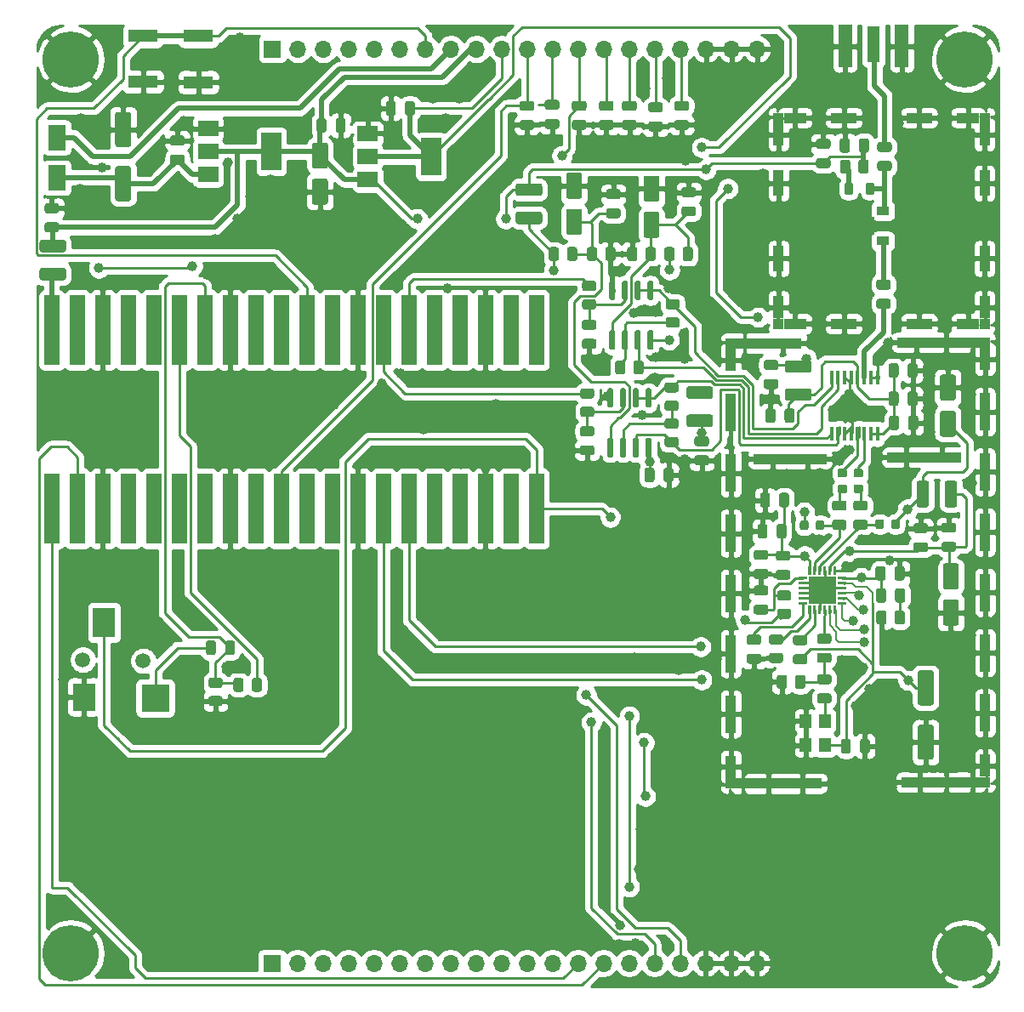
<source format=gbr>
%TF.GenerationSoftware,KiCad,Pcbnew,(5.1.12)-1*%
%TF.CreationDate,2024-04-15T13:07:49-04:00*%
%TF.ProjectId,QO100_TX,514f3130-305f-4545-982e-6b696361645f,rev?*%
%TF.SameCoordinates,Original*%
%TF.FileFunction,Copper,L1,Top*%
%TF.FilePolarity,Positive*%
%FSLAX46Y46*%
G04 Gerber Fmt 4.6, Leading zero omitted, Abs format (unit mm)*
G04 Created by KiCad (PCBNEW (5.1.12)-1) date 2024-04-15 13:07:49*
%MOMM*%
%LPD*%
G01*
G04 APERTURE LIST*
%TA.AperFunction,ComponentPad*%
%ADD10C,0.400000*%
%TD*%
%TA.AperFunction,SMDPad,CuDef*%
%ADD11R,2.700000X2.700000*%
%TD*%
%TA.AperFunction,SMDPad,CuDef*%
%ADD12R,3.800000X1.000000*%
%TD*%
%TA.AperFunction,SMDPad,CuDef*%
%ADD13R,1.550000X1.000000*%
%TD*%
%TA.AperFunction,SMDPad,CuDef*%
%ADD14R,1.000000X2.300000*%
%TD*%
%TA.AperFunction,SMDPad,CuDef*%
%ADD15R,1.000000X3.800000*%
%TD*%
%TA.AperFunction,SMDPad,CuDef*%
%ADD16R,1.000000X1.000000*%
%TD*%
%TA.AperFunction,SMDPad,CuDef*%
%ADD17R,1.800000X2.500000*%
%TD*%
%TA.AperFunction,SMDPad,CuDef*%
%ADD18R,1.200000X1.400000*%
%TD*%
%TA.AperFunction,SMDPad,CuDef*%
%ADD19C,0.100000*%
%TD*%
%TA.AperFunction,SMDPad,CuDef*%
%ADD20R,1.300000X0.900000*%
%TD*%
%TA.AperFunction,SMDPad,CuDef*%
%ADD21R,2.000000X1.500000*%
%TD*%
%TA.AperFunction,SMDPad,CuDef*%
%ADD22R,2.000000X3.800000*%
%TD*%
%TA.AperFunction,SMDPad,CuDef*%
%ADD23R,0.355600X1.473200*%
%TD*%
%TA.AperFunction,ComponentPad*%
%ADD24R,1.500000X7.000000*%
%TD*%
%TA.AperFunction,SMDPad,CuDef*%
%ADD25R,3.000000X1.300000*%
%TD*%
%TA.AperFunction,SMDPad,CuDef*%
%ADD26R,1.000000X2.600000*%
%TD*%
%TA.AperFunction,SMDPad,CuDef*%
%ADD27R,2.300000X1.000000*%
%TD*%
%TA.AperFunction,SMDPad,CuDef*%
%ADD28R,2.600000X1.000000*%
%TD*%
%TA.AperFunction,SMDPad,CuDef*%
%ADD29R,1.270000X3.600000*%
%TD*%
%TA.AperFunction,SMDPad,CuDef*%
%ADD30R,1.350000X4.200000*%
%TD*%
%TA.AperFunction,SMDPad,CuDef*%
%ADD31R,2.200000X3.000000*%
%TD*%
%TA.AperFunction,SMDPad,CuDef*%
%ADD32R,2.200000X2.800000*%
%TD*%
%TA.AperFunction,SMDPad,CuDef*%
%ADD33R,2.800000X2.800000*%
%TD*%
%TA.AperFunction,WasherPad*%
%ADD34C,1.500000*%
%TD*%
%TA.AperFunction,ComponentPad*%
%ADD35C,5.600000*%
%TD*%
%TA.AperFunction,ComponentPad*%
%ADD36O,1.700000X1.700000*%
%TD*%
%TA.AperFunction,ComponentPad*%
%ADD37R,1.700000X1.700000*%
%TD*%
%TA.AperFunction,ViaPad*%
%ADD38C,1.000000*%
%TD*%
%TA.AperFunction,Conductor*%
%ADD39C,0.250000*%
%TD*%
%TA.AperFunction,Conductor*%
%ADD40C,0.500000*%
%TD*%
%TA.AperFunction,Conductor*%
%ADD41C,0.200000*%
%TD*%
%TA.AperFunction,Conductor*%
%ADD42C,0.254000*%
%TD*%
%TA.AperFunction,Conductor*%
%ADD43C,0.100000*%
%TD*%
G04 APERTURE END LIST*
D10*
%TO.P,U8,25_5*%
%TO.N,GNDPWR*%
X132700000Y-184900000D03*
%TO.P,U8,25_4*%
X133800000Y-186000000D03*
%TO.P,U8,25_3*%
X133800000Y-183800000D03*
%TO.P,U8,25_2*%
X134900000Y-184900000D03*
%TO.P,U8,25_1*%
X133800000Y-184900000D03*
D11*
%TO.P,U8,25*%
X133800000Y-184900000D03*
%TO.P,U8,18*%
%TO.N,ADF_TX_DATA*%
%TA.AperFunction,SMDPad,CuDef*%
G36*
G01*
X134927800Y-186425000D02*
X135172200Y-186425000D01*
G75*
G02*
X135180000Y-186432800I0J-7800D01*
G01*
X135180000Y-187257200D01*
G75*
G02*
X135172200Y-187265000I-7800J0D01*
G01*
X134927800Y-187265000D01*
G75*
G02*
X134920000Y-187257200I0J7800D01*
G01*
X134920000Y-186432800D01*
G75*
G02*
X134927800Y-186425000I7800J0D01*
G01*
G37*
%TD.AperFunction*%
%TO.P,U8,17*%
%TO.N,ADF_TX_CLK*%
%TA.AperFunction,SMDPad,CuDef*%
G36*
G01*
X134427800Y-186425000D02*
X134672200Y-186425000D01*
G75*
G02*
X134680000Y-186432800I0J-7800D01*
G01*
X134680000Y-187257200D01*
G75*
G02*
X134672200Y-187265000I-7800J0D01*
G01*
X134427800Y-187265000D01*
G75*
G02*
X134420000Y-187257200I0J7800D01*
G01*
X134420000Y-186432800D01*
G75*
G02*
X134427800Y-186425000I7800J0D01*
G01*
G37*
%TD.AperFunction*%
%TO.P,U8,16*%
%TO.N,Net-(C26-Pad2)*%
%TA.AperFunction,SMDPad,CuDef*%
G36*
G01*
X133927800Y-186425000D02*
X134172200Y-186425000D01*
G75*
G02*
X134180000Y-186432800I0J-7800D01*
G01*
X134180000Y-187257200D01*
G75*
G02*
X134172200Y-187265000I-7800J0D01*
G01*
X133927800Y-187265000D01*
G75*
G02*
X133920000Y-187257200I0J7800D01*
G01*
X133920000Y-186432800D01*
G75*
G02*
X133927800Y-186425000I7800J0D01*
G01*
G37*
%TD.AperFunction*%
%TO.P,U8,15*%
%TO.N,GNDPWR*%
%TA.AperFunction,SMDPad,CuDef*%
G36*
G01*
X133427800Y-186425000D02*
X133672200Y-186425000D01*
G75*
G02*
X133680000Y-186432800I0J-7800D01*
G01*
X133680000Y-187257200D01*
G75*
G02*
X133672200Y-187265000I-7800J0D01*
G01*
X133427800Y-187265000D01*
G75*
G02*
X133420000Y-187257200I0J7800D01*
G01*
X133420000Y-186432800D01*
G75*
G02*
X133427800Y-186425000I7800J0D01*
G01*
G37*
%TD.AperFunction*%
%TO.P,U8,14*%
%TO.N,Net-(C31-Pad2)*%
%TA.AperFunction,SMDPad,CuDef*%
G36*
G01*
X132927800Y-186425000D02*
X133172200Y-186425000D01*
G75*
G02*
X133180000Y-186432800I0J-7800D01*
G01*
X133180000Y-187257200D01*
G75*
G02*
X133172200Y-187265000I-7800J0D01*
G01*
X132927800Y-187265000D01*
G75*
G02*
X132920000Y-187257200I0J7800D01*
G01*
X132920000Y-186432800D01*
G75*
G02*
X132927800Y-186425000I7800J0D01*
G01*
G37*
%TD.AperFunction*%
%TO.P,U8,13*%
%TO.N,Net-(R14-Pad1)*%
%TA.AperFunction,SMDPad,CuDef*%
G36*
G01*
X132427800Y-186425000D02*
X132672200Y-186425000D01*
G75*
G02*
X132680000Y-186432800I0J-7800D01*
G01*
X132680000Y-187257200D01*
G75*
G02*
X132672200Y-187265000I-7800J0D01*
G01*
X132427800Y-187265000D01*
G75*
G02*
X132420000Y-187257200I0J7800D01*
G01*
X132420000Y-186432800D01*
G75*
G02*
X132427800Y-186425000I7800J0D01*
G01*
G37*
%TD.AperFunction*%
%TO.P,U8,6*%
%TO.N,Net-(C39-Pad1)*%
%TA.AperFunction,SMDPad,CuDef*%
G36*
G01*
X132427800Y-182535000D02*
X132672200Y-182535000D01*
G75*
G02*
X132680000Y-182542800I0J-7800D01*
G01*
X132680000Y-183367200D01*
G75*
G02*
X132672200Y-183375000I-7800J0D01*
G01*
X132427800Y-183375000D01*
G75*
G02*
X132420000Y-183367200I0J7800D01*
G01*
X132420000Y-182542800D01*
G75*
G02*
X132427800Y-182535000I7800J0D01*
G01*
G37*
%TD.AperFunction*%
%TO.P,U8,5*%
%TO.N,Net-(C46-Pad1)*%
%TA.AperFunction,SMDPad,CuDef*%
G36*
G01*
X132927800Y-182535000D02*
X133172200Y-182535000D01*
G75*
G02*
X133180000Y-182542800I0J-7800D01*
G01*
X133180000Y-183367200D01*
G75*
G02*
X133172200Y-183375000I-7800J0D01*
G01*
X132927800Y-183375000D01*
G75*
G02*
X132920000Y-183367200I0J7800D01*
G01*
X132920000Y-182542800D01*
G75*
G02*
X132927800Y-182535000I7800J0D01*
G01*
G37*
%TD.AperFunction*%
%TO.P,U8,4*%
%TO.N,Net-(C45-Pad1)*%
%TA.AperFunction,SMDPad,CuDef*%
G36*
G01*
X133427800Y-182535000D02*
X133672200Y-182535000D01*
G75*
G02*
X133680000Y-182542800I0J-7800D01*
G01*
X133680000Y-183367200D01*
G75*
G02*
X133672200Y-183375000I-7800J0D01*
G01*
X133427800Y-183375000D01*
G75*
G02*
X133420000Y-183367200I0J7800D01*
G01*
X133420000Y-182542800D01*
G75*
G02*
X133427800Y-182535000I7800J0D01*
G01*
G37*
%TD.AperFunction*%
%TO.P,U8,3*%
%TO.N,GNDPWR*%
%TA.AperFunction,SMDPad,CuDef*%
G36*
G01*
X133927800Y-182535000D02*
X134172200Y-182535000D01*
G75*
G02*
X134180000Y-182542800I0J-7800D01*
G01*
X134180000Y-183367200D01*
G75*
G02*
X134172200Y-183375000I-7800J0D01*
G01*
X133927800Y-183375000D01*
G75*
G02*
X133920000Y-183367200I0J7800D01*
G01*
X133920000Y-182542800D01*
G75*
G02*
X133927800Y-182535000I7800J0D01*
G01*
G37*
%TD.AperFunction*%
%TO.P,U8,2*%
%TO.N,Net-(C39-Pad1)*%
%TA.AperFunction,SMDPad,CuDef*%
G36*
G01*
X134427800Y-182535000D02*
X134672200Y-182535000D01*
G75*
G02*
X134680000Y-182542800I0J-7800D01*
G01*
X134680000Y-183367200D01*
G75*
G02*
X134672200Y-183375000I-7800J0D01*
G01*
X134427800Y-183375000D01*
G75*
G02*
X134420000Y-183367200I0J7800D01*
G01*
X134420000Y-182542800D01*
G75*
G02*
X134427800Y-182535000I7800J0D01*
G01*
G37*
%TD.AperFunction*%
%TO.P,U8,1*%
%TO.N,GNDPWR*%
%TA.AperFunction,SMDPad,CuDef*%
G36*
G01*
X134927800Y-182535000D02*
X135172200Y-182535000D01*
G75*
G02*
X135180000Y-182542800I0J-7800D01*
G01*
X135180000Y-183367200D01*
G75*
G02*
X135172200Y-183375000I-7800J0D01*
G01*
X134927800Y-183375000D01*
G75*
G02*
X134920000Y-183367200I0J7800D01*
G01*
X134920000Y-182542800D01*
G75*
G02*
X134927800Y-182535000I7800J0D01*
G01*
G37*
%TD.AperFunction*%
%TO.P,U8,24*%
%TO.N,Net-(C41-Pad1)*%
%TA.AperFunction,SMDPad,CuDef*%
G36*
G01*
X135325000Y-183772200D02*
X135325000Y-183527800D01*
G75*
G02*
X135332800Y-183520000I7800J0D01*
G01*
X136157200Y-183520000D01*
G75*
G02*
X136165000Y-183527800I0J-7800D01*
G01*
X136165000Y-183772200D01*
G75*
G02*
X136157200Y-183780000I-7800J0D01*
G01*
X135332800Y-183780000D01*
G75*
G02*
X135325000Y-183772200I0J7800D01*
G01*
G37*
%TD.AperFunction*%
%TO.P,U8,23*%
%TO.N,+3V3*%
%TA.AperFunction,SMDPad,CuDef*%
G36*
G01*
X135325000Y-184272200D02*
X135325000Y-184027800D01*
G75*
G02*
X135332800Y-184020000I7800J0D01*
G01*
X136157200Y-184020000D01*
G75*
G02*
X136165000Y-184027800I0J-7800D01*
G01*
X136165000Y-184272200D01*
G75*
G02*
X136157200Y-184280000I-7800J0D01*
G01*
X135332800Y-184280000D01*
G75*
G02*
X135325000Y-184272200I0J7800D01*
G01*
G37*
%TD.AperFunction*%
%TO.P,U8,22*%
%TO.N,GNDPWR*%
%TA.AperFunction,SMDPad,CuDef*%
G36*
G01*
X135325000Y-184772200D02*
X135325000Y-184527800D01*
G75*
G02*
X135332800Y-184520000I7800J0D01*
G01*
X136157200Y-184520000D01*
G75*
G02*
X136165000Y-184527800I0J-7800D01*
G01*
X136165000Y-184772200D01*
G75*
G02*
X136157200Y-184780000I-7800J0D01*
G01*
X135332800Y-184780000D01*
G75*
G02*
X135325000Y-184772200I0J7800D01*
G01*
G37*
%TD.AperFunction*%
%TO.P,U8,21*%
%TO.N,Net-(C39-Pad1)*%
%TA.AperFunction,SMDPad,CuDef*%
G36*
G01*
X135325000Y-185272200D02*
X135325000Y-185027800D01*
G75*
G02*
X135332800Y-185020000I7800J0D01*
G01*
X136157200Y-185020000D01*
G75*
G02*
X136165000Y-185027800I0J-7800D01*
G01*
X136165000Y-185272200D01*
G75*
G02*
X136157200Y-185280000I-7800J0D01*
G01*
X135332800Y-185280000D01*
G75*
G02*
X135325000Y-185272200I0J7800D01*
G01*
G37*
%TD.AperFunction*%
%TO.P,U8,20*%
%TO.N,ADF_MUX*%
%TA.AperFunction,SMDPad,CuDef*%
G36*
G01*
X135325000Y-185772200D02*
X135325000Y-185527800D01*
G75*
G02*
X135332800Y-185520000I7800J0D01*
G01*
X136157200Y-185520000D01*
G75*
G02*
X136165000Y-185527800I0J-7800D01*
G01*
X136165000Y-185772200D01*
G75*
G02*
X136157200Y-185780000I-7800J0D01*
G01*
X135332800Y-185780000D01*
G75*
G02*
X135325000Y-185772200I0J7800D01*
G01*
G37*
%TD.AperFunction*%
%TO.P,U8,19*%
%TO.N,ADF_TX_LE*%
%TA.AperFunction,SMDPad,CuDef*%
G36*
G01*
X135325000Y-186272200D02*
X135325000Y-186027800D01*
G75*
G02*
X135332800Y-186020000I7800J0D01*
G01*
X136157200Y-186020000D01*
G75*
G02*
X136165000Y-186027800I0J-7800D01*
G01*
X136165000Y-186272200D01*
G75*
G02*
X136157200Y-186280000I-7800J0D01*
G01*
X135332800Y-186280000D01*
G75*
G02*
X135325000Y-186272200I0J7800D01*
G01*
G37*
%TD.AperFunction*%
%TO.P,U8,12*%
%TO.N,Net-(C29-Pad1)*%
%TA.AperFunction,SMDPad,CuDef*%
G36*
G01*
X131435000Y-186272200D02*
X131435000Y-186027800D01*
G75*
G02*
X131442800Y-186020000I7800J0D01*
G01*
X132267200Y-186020000D01*
G75*
G02*
X132275000Y-186027800I0J-7800D01*
G01*
X132275000Y-186272200D01*
G75*
G02*
X132267200Y-186280000I-7800J0D01*
G01*
X131442800Y-186280000D01*
G75*
G02*
X131435000Y-186272200I0J7800D01*
G01*
G37*
%TD.AperFunction*%
%TO.P,U8,11*%
%TO.N,GNDPWR*%
%TA.AperFunction,SMDPad,CuDef*%
G36*
G01*
X131435000Y-185772200D02*
X131435000Y-185527800D01*
G75*
G02*
X131442800Y-185520000I7800J0D01*
G01*
X132267200Y-185520000D01*
G75*
G02*
X132275000Y-185527800I0J-7800D01*
G01*
X132275000Y-185772200D01*
G75*
G02*
X132267200Y-185780000I-7800J0D01*
G01*
X131442800Y-185780000D01*
G75*
G02*
X131435000Y-185772200I0J7800D01*
G01*
G37*
%TD.AperFunction*%
%TO.P,U8,10*%
%TA.AperFunction,SMDPad,CuDef*%
G36*
G01*
X131435000Y-185272200D02*
X131435000Y-185027800D01*
G75*
G02*
X131442800Y-185020000I7800J0D01*
G01*
X132267200Y-185020000D01*
G75*
G02*
X132275000Y-185027800I0J-7800D01*
G01*
X132275000Y-185272200D01*
G75*
G02*
X132267200Y-185280000I-7800J0D01*
G01*
X131442800Y-185280000D01*
G75*
G02*
X131435000Y-185272200I0J7800D01*
G01*
G37*
%TD.AperFunction*%
%TO.P,U8,9*%
%TA.AperFunction,SMDPad,CuDef*%
G36*
G01*
X131435000Y-184772200D02*
X131435000Y-184527800D01*
G75*
G02*
X131442800Y-184520000I7800J0D01*
G01*
X132267200Y-184520000D01*
G75*
G02*
X132275000Y-184527800I0J-7800D01*
G01*
X132275000Y-184772200D01*
G75*
G02*
X132267200Y-184780000I-7800J0D01*
G01*
X131442800Y-184780000D01*
G75*
G02*
X131435000Y-184772200I0J7800D01*
G01*
G37*
%TD.AperFunction*%
%TO.P,U8,8*%
%TA.AperFunction,SMDPad,CuDef*%
G36*
G01*
X131435000Y-184272200D02*
X131435000Y-184027800D01*
G75*
G02*
X131442800Y-184020000I7800J0D01*
G01*
X132267200Y-184020000D01*
G75*
G02*
X132275000Y-184027800I0J-7800D01*
G01*
X132275000Y-184272200D01*
G75*
G02*
X132267200Y-184280000I-7800J0D01*
G01*
X131442800Y-184280000D01*
G75*
G02*
X131435000Y-184272200I0J7800D01*
G01*
G37*
%TD.AperFunction*%
%TO.P,U8,7*%
%TO.N,Net-(C38-Pad1)*%
%TA.AperFunction,SMDPad,CuDef*%
G36*
G01*
X131435000Y-183772200D02*
X131435000Y-183527800D01*
G75*
G02*
X131442800Y-183520000I7800J0D01*
G01*
X132267200Y-183520000D01*
G75*
G02*
X132275000Y-183527800I0J-7800D01*
G01*
X132275000Y-183772200D01*
G75*
G02*
X132267200Y-183780000I-7800J0D01*
G01*
X131442800Y-183780000D01*
G75*
G02*
X131435000Y-183772200I0J7800D01*
G01*
G37*
%TD.AperFunction*%
%TD*%
%TO.P,C12,2*%
%TO.N,GNDPWR*%
%TA.AperFunction,SMDPad,CuDef*%
G36*
G01*
X146850000Y-166000000D02*
X145750000Y-166000000D01*
G75*
G02*
X145500000Y-165750000I0J250000D01*
G01*
X145500000Y-163650000D01*
G75*
G02*
X145750000Y-163400000I250000J0D01*
G01*
X146850000Y-163400000D01*
G75*
G02*
X147100000Y-163650000I0J-250000D01*
G01*
X147100000Y-165750000D01*
G75*
G02*
X146850000Y-166000000I-250000J0D01*
G01*
G37*
%TD.AperFunction*%
%TO.P,C12,1*%
%TO.N,+3V3*%
%TA.AperFunction,SMDPad,CuDef*%
G36*
G01*
X146850000Y-169600000D02*
X145750000Y-169600000D01*
G75*
G02*
X145500000Y-169350000I0J250000D01*
G01*
X145500000Y-167250000D01*
G75*
G02*
X145750000Y-167000000I250000J0D01*
G01*
X146850000Y-167000000D01*
G75*
G02*
X147100000Y-167250000I0J-250000D01*
G01*
X147100000Y-169350000D01*
G75*
G02*
X146850000Y-169600000I-250000J0D01*
G01*
G37*
%TD.AperFunction*%
%TD*%
D12*
%TO.P,J4,1*%
%TO.N,GNDPWR*%
X142150000Y-171650000D03*
X132350000Y-171800000D03*
X128850000Y-171800000D03*
X145750000Y-171650000D03*
D13*
X148725000Y-160200000D03*
X148725000Y-204000000D03*
D12*
X146150000Y-160200000D03*
X146150000Y-204000000D03*
X143150000Y-160200000D03*
X143550000Y-204000000D03*
X126150000Y-160300000D03*
X128450000Y-204100000D03*
X129850000Y-160300000D03*
X131850000Y-204100000D03*
D13*
X125975000Y-160300000D03*
X125975000Y-204100000D03*
D14*
X150000000Y-161850000D03*
X124700000Y-161950000D03*
D15*
X150000000Y-167100000D03*
X124700000Y-167200000D03*
X150000000Y-173100000D03*
X124700000Y-173200000D03*
X150000000Y-179100000D03*
X124700000Y-179200000D03*
X150000000Y-185100000D03*
X124700000Y-185200000D03*
X150000000Y-191100000D03*
X124700000Y-191200000D03*
X150000000Y-197100000D03*
X124700000Y-197200000D03*
D14*
X150000000Y-202350000D03*
X124700000Y-202450000D03*
D16*
X150000000Y-204000000D03*
X150000000Y-160200000D03*
X124700000Y-160300000D03*
X124700000Y-204100000D03*
%TD*%
D17*
%TO.P,D1,2*%
%TO.N,+12V*%
X57600000Y-139800000D03*
%TO.P,D1,1*%
%TO.N,Net-(C15-Pad1)*%
X57600000Y-143800000D03*
%TD*%
D18*
%TO.P,Y1,4*%
%TO.N,Net-(C24-Pad1)*%
X134050000Y-197900000D03*
%TO.P,Y1,3*%
%TO.N,+3V3*%
X134050000Y-200300000D03*
%TO.P,Y1,2*%
%TO.N,GNDPWR*%
X132150000Y-200300000D03*
%TO.P,Y1,1*%
X132150000Y-197900000D03*
%TD*%
%TA.AperFunction,SMDPad,CuDef*%
D19*
%TO.P,U7,2*%
%TO.N,GNDPWR*%
G36*
X135900000Y-147733500D02*
G01*
X139025000Y-147733500D01*
X139025000Y-148150000D01*
X140500000Y-148150000D01*
X140500000Y-149050000D01*
X139025000Y-149050000D01*
X139025000Y-149466500D01*
X135900000Y-149466500D01*
X135900000Y-147733500D01*
G37*
%TD.AperFunction*%
D20*
%TO.P,U7,3*%
%TO.N,Net-(C35-Pad2)*%
X139850000Y-147100000D03*
%TO.P,U7,1*%
%TO.N,Net-(C33-Pad1)*%
X139850000Y-150100000D03*
%TD*%
D21*
%TO.P,U6,1*%
%TO.N,GNDPWR*%
X88550000Y-139400000D03*
%TO.P,U6,3*%
%TO.N,+5V*%
X88550000Y-144000000D03*
%TO.P,U6,2*%
%TO.N,+3V3*%
X88550000Y-141700000D03*
D22*
X94850000Y-141700000D03*
%TD*%
D21*
%TO.P,U5,1*%
%TO.N,GNDPWR*%
X72650000Y-138900000D03*
%TO.P,U5,3*%
%TO.N,Net-(C15-Pad1)*%
X72650000Y-143500000D03*
%TO.P,U5,2*%
%TO.N,+5V*%
X72650000Y-141200000D03*
D22*
X78950000Y-141200000D03*
%TD*%
D23*
%TO.P,U4,16*%
%TO.N,Q_OUT+*%
X134714000Y-163680600D03*
%TO.P,U4,15*%
%TO.N,Q_OUT-*%
X135374400Y-163680600D03*
%TO.P,U4,14*%
%TO.N,GNDPWR*%
X136034800Y-163680600D03*
%TO.P,U4,13*%
X136669800Y-163680600D03*
%TO.P,U4,12*%
%TO.N,Net-(C17-Pad1)*%
X137330200Y-163680600D03*
%TO.P,U4,11*%
%TO.N,Net-(C33-Pad2)*%
X137965200Y-163680600D03*
%TO.P,U4,10*%
%TO.N,GNDPWR*%
X138625600Y-163680600D03*
%TO.P,U4,9*%
X139286000Y-163680600D03*
%TO.P,U4,8*%
%TO.N,Net-(C17-Pad1)*%
X139286000Y-169319400D03*
%TO.P,U4,7*%
X138625600Y-169319400D03*
%TO.P,U4,6*%
%TO.N,ADF_LOP*%
X137965200Y-169319400D03*
%TO.P,U4,5*%
%TO.N,ADF_LON*%
X137330200Y-169319400D03*
%TO.P,U4,4*%
%TO.N,GNDPWR*%
X136669800Y-169319400D03*
%TO.P,U4,3*%
X136034800Y-169319400D03*
%TO.P,U4,2*%
%TO.N,I_OUT-*%
X135374400Y-169319400D03*
%TO.P,U4,1*%
%TO.N,I_OUT+*%
X134714000Y-169319400D03*
%TD*%
%TO.P,U3,8*%
%TO.N,Net-(C14-Pad1)*%
%TA.AperFunction,SMDPad,CuDef*%
G36*
G01*
X116555000Y-159000000D02*
X116855000Y-159000000D01*
G75*
G02*
X117005000Y-159150000I0J-150000D01*
G01*
X117005000Y-160800000D01*
G75*
G02*
X116855000Y-160950000I-150000J0D01*
G01*
X116555000Y-160950000D01*
G75*
G02*
X116405000Y-160800000I0J150000D01*
G01*
X116405000Y-159150000D01*
G75*
G02*
X116555000Y-159000000I150000J0D01*
G01*
G37*
%TD.AperFunction*%
%TO.P,U3,7*%
%TO.N,Q_OUT-*%
%TA.AperFunction,SMDPad,CuDef*%
G36*
G01*
X115285000Y-159000000D02*
X115585000Y-159000000D01*
G75*
G02*
X115735000Y-159150000I0J-150000D01*
G01*
X115735000Y-160800000D01*
G75*
G02*
X115585000Y-160950000I-150000J0D01*
G01*
X115285000Y-160950000D01*
G75*
G02*
X115135000Y-160800000I0J150000D01*
G01*
X115135000Y-159150000D01*
G75*
G02*
X115285000Y-159000000I150000J0D01*
G01*
G37*
%TD.AperFunction*%
%TO.P,U3,6*%
%TO.N,Net-(R6-Pad2)*%
%TA.AperFunction,SMDPad,CuDef*%
G36*
G01*
X114015000Y-159000000D02*
X114315000Y-159000000D01*
G75*
G02*
X114465000Y-159150000I0J-150000D01*
G01*
X114465000Y-160800000D01*
G75*
G02*
X114315000Y-160950000I-150000J0D01*
G01*
X114015000Y-160950000D01*
G75*
G02*
X113865000Y-160800000I0J150000D01*
G01*
X113865000Y-159150000D01*
G75*
G02*
X114015000Y-159000000I150000J0D01*
G01*
G37*
%TD.AperFunction*%
%TO.P,U3,5*%
%TO.N,IQ_REF2*%
%TA.AperFunction,SMDPad,CuDef*%
G36*
G01*
X112745000Y-159000000D02*
X113045000Y-159000000D01*
G75*
G02*
X113195000Y-159150000I0J-150000D01*
G01*
X113195000Y-160800000D01*
G75*
G02*
X113045000Y-160950000I-150000J0D01*
G01*
X112745000Y-160950000D01*
G75*
G02*
X112595000Y-160800000I0J150000D01*
G01*
X112595000Y-159150000D01*
G75*
G02*
X112745000Y-159000000I150000J0D01*
G01*
G37*
%TD.AperFunction*%
%TO.P,U3,4*%
%TO.N,GNDPWR*%
%TA.AperFunction,SMDPad,CuDef*%
G36*
G01*
X112745000Y-154050000D02*
X113045000Y-154050000D01*
G75*
G02*
X113195000Y-154200000I0J-150000D01*
G01*
X113195000Y-155850000D01*
G75*
G02*
X113045000Y-156000000I-150000J0D01*
G01*
X112745000Y-156000000D01*
G75*
G02*
X112595000Y-155850000I0J150000D01*
G01*
X112595000Y-154200000D01*
G75*
G02*
X112745000Y-154050000I150000J0D01*
G01*
G37*
%TD.AperFunction*%
%TO.P,U3,3*%
%TO.N,Net-(C11-Pad1)*%
%TA.AperFunction,SMDPad,CuDef*%
G36*
G01*
X114015000Y-154050000D02*
X114315000Y-154050000D01*
G75*
G02*
X114465000Y-154200000I0J-150000D01*
G01*
X114465000Y-155850000D01*
G75*
G02*
X114315000Y-156000000I-150000J0D01*
G01*
X114015000Y-156000000D01*
G75*
G02*
X113865000Y-155850000I0J150000D01*
G01*
X113865000Y-154200000D01*
G75*
G02*
X114015000Y-154050000I150000J0D01*
G01*
G37*
%TD.AperFunction*%
%TO.P,U3,2*%
%TO.N,Q_OUT+*%
%TA.AperFunction,SMDPad,CuDef*%
G36*
G01*
X115285000Y-154050000D02*
X115585000Y-154050000D01*
G75*
G02*
X115735000Y-154200000I0J-150000D01*
G01*
X115735000Y-155850000D01*
G75*
G02*
X115585000Y-156000000I-150000J0D01*
G01*
X115285000Y-156000000D01*
G75*
G02*
X115135000Y-155850000I0J150000D01*
G01*
X115135000Y-154200000D01*
G75*
G02*
X115285000Y-154050000I150000J0D01*
G01*
G37*
%TD.AperFunction*%
%TO.P,U3,1*%
%TA.AperFunction,SMDPad,CuDef*%
G36*
G01*
X116555000Y-154050000D02*
X116855000Y-154050000D01*
G75*
G02*
X117005000Y-154200000I0J-150000D01*
G01*
X117005000Y-155850000D01*
G75*
G02*
X116855000Y-156000000I-150000J0D01*
G01*
X116555000Y-156000000D01*
G75*
G02*
X116405000Y-155850000I0J150000D01*
G01*
X116405000Y-154200000D01*
G75*
G02*
X116555000Y-154050000I150000J0D01*
G01*
G37*
%TD.AperFunction*%
%TD*%
%TO.P,U2,8*%
%TO.N,Net-(C14-Pad1)*%
%TA.AperFunction,SMDPad,CuDef*%
G36*
G01*
X116355000Y-169700000D02*
X116655000Y-169700000D01*
G75*
G02*
X116805000Y-169850000I0J-150000D01*
G01*
X116805000Y-171500000D01*
G75*
G02*
X116655000Y-171650000I-150000J0D01*
G01*
X116355000Y-171650000D01*
G75*
G02*
X116205000Y-171500000I0J150000D01*
G01*
X116205000Y-169850000D01*
G75*
G02*
X116355000Y-169700000I150000J0D01*
G01*
G37*
%TD.AperFunction*%
%TO.P,U2,7*%
%TO.N,I_OUT-*%
%TA.AperFunction,SMDPad,CuDef*%
G36*
G01*
X115085000Y-169700000D02*
X115385000Y-169700000D01*
G75*
G02*
X115535000Y-169850000I0J-150000D01*
G01*
X115535000Y-171500000D01*
G75*
G02*
X115385000Y-171650000I-150000J0D01*
G01*
X115085000Y-171650000D01*
G75*
G02*
X114935000Y-171500000I0J150000D01*
G01*
X114935000Y-169850000D01*
G75*
G02*
X115085000Y-169700000I150000J0D01*
G01*
G37*
%TD.AperFunction*%
%TO.P,U2,6*%
%TO.N,Net-(R5-Pad2)*%
%TA.AperFunction,SMDPad,CuDef*%
G36*
G01*
X113815000Y-169700000D02*
X114115000Y-169700000D01*
G75*
G02*
X114265000Y-169850000I0J-150000D01*
G01*
X114265000Y-171500000D01*
G75*
G02*
X114115000Y-171650000I-150000J0D01*
G01*
X113815000Y-171650000D01*
G75*
G02*
X113665000Y-171500000I0J150000D01*
G01*
X113665000Y-169850000D01*
G75*
G02*
X113815000Y-169700000I150000J0D01*
G01*
G37*
%TD.AperFunction*%
%TO.P,U2,5*%
%TO.N,IQ_REF1*%
%TA.AperFunction,SMDPad,CuDef*%
G36*
G01*
X112545000Y-169700000D02*
X112845000Y-169700000D01*
G75*
G02*
X112995000Y-169850000I0J-150000D01*
G01*
X112995000Y-171500000D01*
G75*
G02*
X112845000Y-171650000I-150000J0D01*
G01*
X112545000Y-171650000D01*
G75*
G02*
X112395000Y-171500000I0J150000D01*
G01*
X112395000Y-169850000D01*
G75*
G02*
X112545000Y-169700000I150000J0D01*
G01*
G37*
%TD.AperFunction*%
%TO.P,U2,4*%
%TO.N,GNDPWR*%
%TA.AperFunction,SMDPad,CuDef*%
G36*
G01*
X112545000Y-164750000D02*
X112845000Y-164750000D01*
G75*
G02*
X112995000Y-164900000I0J-150000D01*
G01*
X112995000Y-166550000D01*
G75*
G02*
X112845000Y-166700000I-150000J0D01*
G01*
X112545000Y-166700000D01*
G75*
G02*
X112395000Y-166550000I0J150000D01*
G01*
X112395000Y-164900000D01*
G75*
G02*
X112545000Y-164750000I150000J0D01*
G01*
G37*
%TD.AperFunction*%
%TO.P,U2,3*%
%TO.N,Net-(C10-Pad1)*%
%TA.AperFunction,SMDPad,CuDef*%
G36*
G01*
X113815000Y-164750000D02*
X114115000Y-164750000D01*
G75*
G02*
X114265000Y-164900000I0J-150000D01*
G01*
X114265000Y-166550000D01*
G75*
G02*
X114115000Y-166700000I-150000J0D01*
G01*
X113815000Y-166700000D01*
G75*
G02*
X113665000Y-166550000I0J150000D01*
G01*
X113665000Y-164900000D01*
G75*
G02*
X113815000Y-164750000I150000J0D01*
G01*
G37*
%TD.AperFunction*%
%TO.P,U2,2*%
%TO.N,I_OUT+*%
%TA.AperFunction,SMDPad,CuDef*%
G36*
G01*
X115085000Y-164750000D02*
X115385000Y-164750000D01*
G75*
G02*
X115535000Y-164900000I0J-150000D01*
G01*
X115535000Y-166550000D01*
G75*
G02*
X115385000Y-166700000I-150000J0D01*
G01*
X115085000Y-166700000D01*
G75*
G02*
X114935000Y-166550000I0J150000D01*
G01*
X114935000Y-164900000D01*
G75*
G02*
X115085000Y-164750000I150000J0D01*
G01*
G37*
%TD.AperFunction*%
%TO.P,U2,1*%
%TA.AperFunction,SMDPad,CuDef*%
G36*
G01*
X116355000Y-164750000D02*
X116655000Y-164750000D01*
G75*
G02*
X116805000Y-164900000I0J-150000D01*
G01*
X116805000Y-166550000D01*
G75*
G02*
X116655000Y-166700000I-150000J0D01*
G01*
X116355000Y-166700000D01*
G75*
G02*
X116205000Y-166550000I0J150000D01*
G01*
X116205000Y-164900000D01*
G75*
G02*
X116355000Y-164750000I150000J0D01*
G01*
G37*
%TD.AperFunction*%
%TD*%
D24*
%TO.P,U1,40*%
%TO.N,Net-(L1-Pad2)*%
X57100000Y-158980000D03*
%TO.P,U1,39*%
%TO.N,Net-(U1-Pad39)*%
X59640000Y-158980000D03*
%TO.P,U1,38*%
%TO.N,GNDPWR*%
X62180000Y-158980000D03*
%TO.P,U1,37*%
%TO.N,Net-(U1-Pad37)*%
X64720000Y-158980000D03*
%TO.P,U1,36*%
%TO.N,Net-(U1-Pad36)*%
X67260000Y-158980000D03*
%TO.P,U1,35*%
%TO.N,Net-(R1-Pad1)*%
X69800000Y-158980000D03*
%TO.P,U1,34*%
%TO.N,Net-(C7-Pad2)*%
X72340000Y-158980000D03*
%TO.P,U1,33*%
%TO.N,GNDPWR*%
X74880000Y-158980000D03*
%TO.P,U1,32*%
%TO.N,Net-(U1-Pad32)*%
X77420000Y-158980000D03*
%TO.P,U1,31*%
%TO.N,Net-(U1-Pad31)*%
X79960000Y-158980000D03*
%TO.P,U1,30*%
%TO.N,RESET*%
X82500000Y-158980000D03*
%TO.P,U1,29*%
%TO.N,Net-(U1-Pad29)*%
X85040000Y-158980000D03*
%TO.P,U1,28*%
%TO.N,GNDPWR*%
X87580000Y-158980000D03*
%TO.P,U1,27*%
%TO.N,TX_I*%
X90120000Y-158980000D03*
%TO.P,U1,26*%
%TO.N,TX_Q*%
X92660000Y-158980000D03*
%TO.P,U1,25*%
%TO.N,LCD_SCL*%
X95200000Y-158980000D03*
%TO.P,U1,24*%
%TO.N,LCD_SDA*%
X97740000Y-158980000D03*
%TO.P,U1,23*%
%TO.N,GNDPWR*%
X100280000Y-158980000D03*
%TO.P,U1,22*%
%TO.N,MCU_SCL*%
X102820000Y-158980000D03*
%TO.P,U1,21*%
%TO.N,MCU_SDA*%
X105360000Y-158980000D03*
%TO.P,U1,20*%
%TO.N,PTT*%
X105360000Y-176760000D03*
%TO.P,U1,19*%
%TO.N,Net-(U1-Pad19)*%
X102820000Y-176760000D03*
%TO.P,U1,18*%
%TO.N,GNDPWR*%
X100280000Y-176760000D03*
%TO.P,U1,17*%
%TO.N,ADF_TX_LE*%
X97740000Y-176760000D03*
%TO.P,U1,16*%
%TO.N,Net-(U1-Pad16)*%
X95200000Y-176760000D03*
%TO.P,U1,15*%
%TO.N,ADF_TX_DATA*%
X92660000Y-176760000D03*
%TO.P,U1,14*%
%TO.N,ADF_TX_CLK*%
X90120000Y-176760000D03*
%TO.P,U1,13*%
%TO.N,GNDPWR*%
X87580000Y-176760000D03*
%TO.P,U1,12*%
%TO.N,KEY3*%
X85040000Y-176760000D03*
%TO.P,U1,11*%
%TO.N,KEY2*%
X82500000Y-176760000D03*
%TO.P,U1,10*%
%TO.N,KEY1*%
X79960000Y-176760000D03*
%TO.P,U1,9*%
%TO.N,ROT_SW*%
X77420000Y-176760000D03*
%TO.P,U1,8*%
%TO.N,GNDPWR*%
X74880000Y-176760000D03*
%TO.P,U1,7*%
%TO.N,Net-(U1-Pad7)*%
X72340000Y-176760000D03*
%TO.P,U1,6*%
%TO.N,ADF_MUX*%
X69800000Y-176760000D03*
%TO.P,U1,5*%
%TO.N,ROT_B*%
X67260000Y-176760000D03*
%TO.P,U1,4*%
%TO.N,ROT_A*%
X64720000Y-176760000D03*
%TO.P,U1,3*%
%TO.N,GNDPWR*%
X62180000Y-176760000D03*
%TO.P,U1,2*%
%TO.N,UART_RX*%
X59640000Y-176760000D03*
%TO.P,U1,1*%
%TO.N,UART_TX*%
X57100000Y-176760000D03*
%TD*%
D25*
%TO.P,SW1,2*%
%TO.N,GNDPWR*%
X71700000Y-134300000D03*
%TO.P,SW1,1*%
%TO.N,RESET*%
X71700000Y-129700000D03*
X66200000Y-129700000D03*
%TO.P,SW1,2*%
%TO.N,GNDPWR*%
X66200000Y-134250000D03*
%TD*%
%TO.P,R17,2*%
%TO.N,GNDPWR*%
%TA.AperFunction,SMDPad,CuDef*%
G36*
G01*
X140200000Y-187149998D02*
X140200000Y-188050002D01*
G75*
G02*
X139950002Y-188300000I-249998J0D01*
G01*
X139424998Y-188300000D01*
G75*
G02*
X139175000Y-188050002I0J249998D01*
G01*
X139175000Y-187149998D01*
G75*
G02*
X139424998Y-186900000I249998J0D01*
G01*
X139950002Y-186900000D01*
G75*
G02*
X140200000Y-187149998I0J-249998D01*
G01*
G37*
%TD.AperFunction*%
%TO.P,R17,1*%
%TO.N,Net-(C43-Pad2)*%
%TA.AperFunction,SMDPad,CuDef*%
G36*
G01*
X142025000Y-187149998D02*
X142025000Y-188050002D01*
G75*
G02*
X141775002Y-188300000I-249998J0D01*
G01*
X141249998Y-188300000D01*
G75*
G02*
X141000000Y-188050002I0J249998D01*
G01*
X141000000Y-187149998D01*
G75*
G02*
X141249998Y-186900000I249998J0D01*
G01*
X141775002Y-186900000D01*
G75*
G02*
X142025000Y-187149998I0J-249998D01*
G01*
G37*
%TD.AperFunction*%
%TD*%
%TO.P,R16,2*%
%TO.N,Net-(C38-Pad1)*%
%TA.AperFunction,SMDPad,CuDef*%
G36*
G01*
X130450002Y-185912500D02*
X129549998Y-185912500D01*
G75*
G02*
X129300000Y-185662502I0J249998D01*
G01*
X129300000Y-185137498D01*
G75*
G02*
X129549998Y-184887500I249998J0D01*
G01*
X130450002Y-184887500D01*
G75*
G02*
X130700000Y-185137498I0J-249998D01*
G01*
X130700000Y-185662502D01*
G75*
G02*
X130450002Y-185912500I-249998J0D01*
G01*
G37*
%TD.AperFunction*%
%TO.P,R16,1*%
%TO.N,Net-(C41-Pad1)*%
%TA.AperFunction,SMDPad,CuDef*%
G36*
G01*
X130450002Y-187737500D02*
X129549998Y-187737500D01*
G75*
G02*
X129300000Y-187487502I0J249998D01*
G01*
X129300000Y-186962498D01*
G75*
G02*
X129549998Y-186712500I249998J0D01*
G01*
X130450002Y-186712500D01*
G75*
G02*
X130700000Y-186962498I0J-249998D01*
G01*
X130700000Y-187487502D01*
G75*
G02*
X130450002Y-187737500I-249998J0D01*
G01*
G37*
%TD.AperFunction*%
%TD*%
%TO.P,R15,2*%
%TO.N,Net-(L5-Pad1)*%
%TA.AperFunction,SMDPad,CuDef*%
G36*
G01*
X136600000Y-142249998D02*
X136600000Y-143150002D01*
G75*
G02*
X136350002Y-143400000I-249998J0D01*
G01*
X135824998Y-143400000D01*
G75*
G02*
X135575000Y-143150002I0J249998D01*
G01*
X135575000Y-142249998D01*
G75*
G02*
X135824998Y-142000000I249998J0D01*
G01*
X136350002Y-142000000D01*
G75*
G02*
X136600000Y-142249998I0J-249998D01*
G01*
G37*
%TD.AperFunction*%
%TO.P,R15,1*%
%TO.N,+5V*%
%TA.AperFunction,SMDPad,CuDef*%
G36*
G01*
X138425000Y-142249998D02*
X138425000Y-143150002D01*
G75*
G02*
X138175002Y-143400000I-249998J0D01*
G01*
X137649998Y-143400000D01*
G75*
G02*
X137400000Y-143150002I0J249998D01*
G01*
X137400000Y-142249998D01*
G75*
G02*
X137649998Y-142000000I249998J0D01*
G01*
X138175002Y-142000000D01*
G75*
G02*
X138425000Y-142249998I0J-249998D01*
G01*
G37*
%TD.AperFunction*%
%TD*%
%TO.P,R14,2*%
%TO.N,GNDPWR*%
%TA.AperFunction,SMDPad,CuDef*%
G36*
G01*
X128749998Y-191100000D02*
X129650002Y-191100000D01*
G75*
G02*
X129900000Y-191349998I0J-249998D01*
G01*
X129900000Y-191875002D01*
G75*
G02*
X129650002Y-192125000I-249998J0D01*
G01*
X128749998Y-192125000D01*
G75*
G02*
X128500000Y-191875002I0J249998D01*
G01*
X128500000Y-191349998D01*
G75*
G02*
X128749998Y-191100000I249998J0D01*
G01*
G37*
%TD.AperFunction*%
%TO.P,R14,1*%
%TO.N,Net-(R14-Pad1)*%
%TA.AperFunction,SMDPad,CuDef*%
G36*
G01*
X128749998Y-189275000D02*
X129650002Y-189275000D01*
G75*
G02*
X129900000Y-189524998I0J-249998D01*
G01*
X129900000Y-190050002D01*
G75*
G02*
X129650002Y-190300000I-249998J0D01*
G01*
X128749998Y-190300000D01*
G75*
G02*
X128500000Y-190050002I0J249998D01*
G01*
X128500000Y-189524998D01*
G75*
G02*
X128749998Y-189275000I249998J0D01*
G01*
G37*
%TD.AperFunction*%
%TD*%
%TO.P,R13,2*%
%TO.N,GNDPWR*%
%TA.AperFunction,SMDPad,CuDef*%
G36*
G01*
X115400000Y-150949998D02*
X115400000Y-151850002D01*
G75*
G02*
X115150002Y-152100000I-249998J0D01*
G01*
X114624998Y-152100000D01*
G75*
G02*
X114375000Y-151850002I0J249998D01*
G01*
X114375000Y-150949998D01*
G75*
G02*
X114624998Y-150700000I249998J0D01*
G01*
X115150002Y-150700000D01*
G75*
G02*
X115400000Y-150949998I0J-249998D01*
G01*
G37*
%TD.AperFunction*%
%TO.P,R13,1*%
%TO.N,IQ_REF2*%
%TA.AperFunction,SMDPad,CuDef*%
G36*
G01*
X117225000Y-150949998D02*
X117225000Y-151850002D01*
G75*
G02*
X116975002Y-152100000I-249998J0D01*
G01*
X116449998Y-152100000D01*
G75*
G02*
X116200000Y-151850002I0J249998D01*
G01*
X116200000Y-150949998D01*
G75*
G02*
X116449998Y-150700000I249998J0D01*
G01*
X116975002Y-150700000D01*
G75*
G02*
X117225000Y-150949998I0J-249998D01*
G01*
G37*
%TD.AperFunction*%
%TD*%
%TO.P,R12,2*%
%TO.N,IQ_REF2*%
%TA.AperFunction,SMDPad,CuDef*%
G36*
G01*
X119900000Y-151850002D02*
X119900000Y-150949998D01*
G75*
G02*
X120149998Y-150700000I249998J0D01*
G01*
X120675002Y-150700000D01*
G75*
G02*
X120925000Y-150949998I0J-249998D01*
G01*
X120925000Y-151850002D01*
G75*
G02*
X120675002Y-152100000I-249998J0D01*
G01*
X120149998Y-152100000D01*
G75*
G02*
X119900000Y-151850002I0J249998D01*
G01*
G37*
%TD.AperFunction*%
%TO.P,R12,1*%
%TO.N,Net-(L4-Pad1)*%
%TA.AperFunction,SMDPad,CuDef*%
G36*
G01*
X118075000Y-151850002D02*
X118075000Y-150949998D01*
G75*
G02*
X118324998Y-150700000I249998J0D01*
G01*
X118850002Y-150700000D01*
G75*
G02*
X119100000Y-150949998I0J-249998D01*
G01*
X119100000Y-151850002D01*
G75*
G02*
X118850002Y-152100000I-249998J0D01*
G01*
X118324998Y-152100000D01*
G75*
G02*
X118075000Y-151850002I0J249998D01*
G01*
G37*
%TD.AperFunction*%
%TD*%
%TO.P,R11,2*%
%TO.N,GNDPWR*%
%TA.AperFunction,SMDPad,CuDef*%
G36*
G01*
X130300000Y-193549998D02*
X130300000Y-194450002D01*
G75*
G02*
X130050002Y-194700000I-249998J0D01*
G01*
X129524998Y-194700000D01*
G75*
G02*
X129275000Y-194450002I0J249998D01*
G01*
X129275000Y-193549998D01*
G75*
G02*
X129524998Y-193300000I249998J0D01*
G01*
X130050002Y-193300000D01*
G75*
G02*
X130300000Y-193549998I0J-249998D01*
G01*
G37*
%TD.AperFunction*%
%TO.P,R11,1*%
%TO.N,Net-(C24-Pad2)*%
%TA.AperFunction,SMDPad,CuDef*%
G36*
G01*
X132125000Y-193549998D02*
X132125000Y-194450002D01*
G75*
G02*
X131875002Y-194700000I-249998J0D01*
G01*
X131349998Y-194700000D01*
G75*
G02*
X131100000Y-194450002I0J249998D01*
G01*
X131100000Y-193549998D01*
G75*
G02*
X131349998Y-193300000I249998J0D01*
G01*
X131875002Y-193300000D01*
G75*
G02*
X132125000Y-193549998I0J-249998D01*
G01*
G37*
%TD.AperFunction*%
%TD*%
%TO.P,R10,2*%
%TO.N,GNDPWR*%
%TA.AperFunction,SMDPad,CuDef*%
G36*
G01*
X112200000Y-151850002D02*
X112200000Y-150949998D01*
G75*
G02*
X112449998Y-150700000I249998J0D01*
G01*
X112975002Y-150700000D01*
G75*
G02*
X113225000Y-150949998I0J-249998D01*
G01*
X113225000Y-151850002D01*
G75*
G02*
X112975002Y-152100000I-249998J0D01*
G01*
X112449998Y-152100000D01*
G75*
G02*
X112200000Y-151850002I0J249998D01*
G01*
G37*
%TD.AperFunction*%
%TO.P,R10,1*%
%TO.N,IQ_REF1*%
%TA.AperFunction,SMDPad,CuDef*%
G36*
G01*
X110375000Y-151850002D02*
X110375000Y-150949998D01*
G75*
G02*
X110624998Y-150700000I249998J0D01*
G01*
X111150002Y-150700000D01*
G75*
G02*
X111400000Y-150949998I0J-249998D01*
G01*
X111400000Y-151850002D01*
G75*
G02*
X111150002Y-152100000I-249998J0D01*
G01*
X110624998Y-152100000D01*
G75*
G02*
X110375000Y-151850002I0J249998D01*
G01*
G37*
%TD.AperFunction*%
%TD*%
%TO.P,R9,2*%
%TO.N,IQ_REF1*%
%TA.AperFunction,SMDPad,CuDef*%
G36*
G01*
X108387500Y-151850002D02*
X108387500Y-150949998D01*
G75*
G02*
X108637498Y-150700000I249998J0D01*
G01*
X109162502Y-150700000D01*
G75*
G02*
X109412500Y-150949998I0J-249998D01*
G01*
X109412500Y-151850002D01*
G75*
G02*
X109162502Y-152100000I-249998J0D01*
G01*
X108637498Y-152100000D01*
G75*
G02*
X108387500Y-151850002I0J249998D01*
G01*
G37*
%TD.AperFunction*%
%TO.P,R9,1*%
%TO.N,Net-(L4-Pad1)*%
%TA.AperFunction,SMDPad,CuDef*%
G36*
G01*
X106562500Y-151850002D02*
X106562500Y-150949998D01*
G75*
G02*
X106812498Y-150700000I249998J0D01*
G01*
X107337502Y-150700000D01*
G75*
G02*
X107587500Y-150949998I0J-249998D01*
G01*
X107587500Y-151850002D01*
G75*
G02*
X107337502Y-152100000I-249998J0D01*
G01*
X106812498Y-152100000D01*
G75*
G02*
X106562500Y-151850002I0J249998D01*
G01*
G37*
%TD.AperFunction*%
%TD*%
%TO.P,R8,2*%
%TO.N,Q_OUT-*%
%TA.AperFunction,SMDPad,CuDef*%
G36*
G01*
X115000000Y-163150002D02*
X115000000Y-162249998D01*
G75*
G02*
X115249998Y-162000000I249998J0D01*
G01*
X115775002Y-162000000D01*
G75*
G02*
X116025000Y-162249998I0J-249998D01*
G01*
X116025000Y-163150002D01*
G75*
G02*
X115775002Y-163400000I-249998J0D01*
G01*
X115249998Y-163400000D01*
G75*
G02*
X115000000Y-163150002I0J249998D01*
G01*
G37*
%TD.AperFunction*%
%TO.P,R8,1*%
%TO.N,Net-(R6-Pad2)*%
%TA.AperFunction,SMDPad,CuDef*%
G36*
G01*
X113175000Y-163150002D02*
X113175000Y-162249998D01*
G75*
G02*
X113424998Y-162000000I249998J0D01*
G01*
X113950002Y-162000000D01*
G75*
G02*
X114200000Y-162249998I0J-249998D01*
G01*
X114200000Y-163150002D01*
G75*
G02*
X113950002Y-163400000I-249998J0D01*
G01*
X113424998Y-163400000D01*
G75*
G02*
X113175000Y-163150002I0J249998D01*
G01*
G37*
%TD.AperFunction*%
%TD*%
%TO.P,R7,2*%
%TO.N,I_OUT-*%
%TA.AperFunction,SMDPad,CuDef*%
G36*
G01*
X118349998Y-169600000D02*
X119250002Y-169600000D01*
G75*
G02*
X119500000Y-169849998I0J-249998D01*
G01*
X119500000Y-170375002D01*
G75*
G02*
X119250002Y-170625000I-249998J0D01*
G01*
X118349998Y-170625000D01*
G75*
G02*
X118100000Y-170375002I0J249998D01*
G01*
X118100000Y-169849998D01*
G75*
G02*
X118349998Y-169600000I249998J0D01*
G01*
G37*
%TD.AperFunction*%
%TO.P,R7,1*%
%TO.N,Net-(R5-Pad2)*%
%TA.AperFunction,SMDPad,CuDef*%
G36*
G01*
X118349998Y-167775000D02*
X119250002Y-167775000D01*
G75*
G02*
X119500000Y-168024998I0J-249998D01*
G01*
X119500000Y-168550002D01*
G75*
G02*
X119250002Y-168800000I-249998J0D01*
G01*
X118349998Y-168800000D01*
G75*
G02*
X118100000Y-168550002I0J249998D01*
G01*
X118100000Y-168024998D01*
G75*
G02*
X118349998Y-167775000I249998J0D01*
G01*
G37*
%TD.AperFunction*%
%TD*%
%TO.P,R6,2*%
%TO.N,Net-(R6-Pad2)*%
%TA.AperFunction,SMDPad,CuDef*%
G36*
G01*
X118449998Y-157700000D02*
X119350002Y-157700000D01*
G75*
G02*
X119600000Y-157949998I0J-249998D01*
G01*
X119600000Y-158475002D01*
G75*
G02*
X119350002Y-158725000I-249998J0D01*
G01*
X118449998Y-158725000D01*
G75*
G02*
X118200000Y-158475002I0J249998D01*
G01*
X118200000Y-157949998D01*
G75*
G02*
X118449998Y-157700000I249998J0D01*
G01*
G37*
%TD.AperFunction*%
%TO.P,R6,1*%
%TO.N,Q_OUT+*%
%TA.AperFunction,SMDPad,CuDef*%
G36*
G01*
X118449998Y-155875000D02*
X119350002Y-155875000D01*
G75*
G02*
X119600000Y-156124998I0J-249998D01*
G01*
X119600000Y-156650002D01*
G75*
G02*
X119350002Y-156900000I-249998J0D01*
G01*
X118449998Y-156900000D01*
G75*
G02*
X118200000Y-156650002I0J249998D01*
G01*
X118200000Y-156124998D01*
G75*
G02*
X118449998Y-155875000I249998J0D01*
G01*
G37*
%TD.AperFunction*%
%TD*%
%TO.P,R5,2*%
%TO.N,Net-(R5-Pad2)*%
%TA.AperFunction,SMDPad,CuDef*%
G36*
G01*
X118349998Y-166000000D02*
X119250002Y-166000000D01*
G75*
G02*
X119500000Y-166249998I0J-249998D01*
G01*
X119500000Y-166775002D01*
G75*
G02*
X119250002Y-167025000I-249998J0D01*
G01*
X118349998Y-167025000D01*
G75*
G02*
X118100000Y-166775002I0J249998D01*
G01*
X118100000Y-166249998D01*
G75*
G02*
X118349998Y-166000000I249998J0D01*
G01*
G37*
%TD.AperFunction*%
%TO.P,R5,1*%
%TO.N,I_OUT+*%
%TA.AperFunction,SMDPad,CuDef*%
G36*
G01*
X118349998Y-164175000D02*
X119250002Y-164175000D01*
G75*
G02*
X119500000Y-164424998I0J-249998D01*
G01*
X119500000Y-164950002D01*
G75*
G02*
X119250002Y-165200000I-249998J0D01*
G01*
X118349998Y-165200000D01*
G75*
G02*
X118100000Y-164950002I0J249998D01*
G01*
X118100000Y-164424998D01*
G75*
G02*
X118349998Y-164175000I249998J0D01*
G01*
G37*
%TD.AperFunction*%
%TD*%
%TO.P,R4,2*%
%TO.N,Net-(C11-Pad1)*%
%TA.AperFunction,SMDPad,CuDef*%
G36*
G01*
X110149998Y-155900000D02*
X111050002Y-155900000D01*
G75*
G02*
X111300000Y-156149998I0J-249998D01*
G01*
X111300000Y-156675002D01*
G75*
G02*
X111050002Y-156925000I-249998J0D01*
G01*
X110149998Y-156925000D01*
G75*
G02*
X109900000Y-156675002I0J249998D01*
G01*
X109900000Y-156149998D01*
G75*
G02*
X110149998Y-155900000I249998J0D01*
G01*
G37*
%TD.AperFunction*%
%TO.P,R4,1*%
%TO.N,TX_Q*%
%TA.AperFunction,SMDPad,CuDef*%
G36*
G01*
X110149998Y-154075000D02*
X111050002Y-154075000D01*
G75*
G02*
X111300000Y-154324998I0J-249998D01*
G01*
X111300000Y-154850002D01*
G75*
G02*
X111050002Y-155100000I-249998J0D01*
G01*
X110149998Y-155100000D01*
G75*
G02*
X109900000Y-154850002I0J249998D01*
G01*
X109900000Y-154324998D01*
G75*
G02*
X110149998Y-154075000I249998J0D01*
G01*
G37*
%TD.AperFunction*%
%TD*%
%TO.P,R3,2*%
%TO.N,Net-(C10-Pad1)*%
%TA.AperFunction,SMDPad,CuDef*%
G36*
G01*
X109949998Y-166600000D02*
X110850002Y-166600000D01*
G75*
G02*
X111100000Y-166849998I0J-249998D01*
G01*
X111100000Y-167375002D01*
G75*
G02*
X110850002Y-167625000I-249998J0D01*
G01*
X109949998Y-167625000D01*
G75*
G02*
X109700000Y-167375002I0J249998D01*
G01*
X109700000Y-166849998D01*
G75*
G02*
X109949998Y-166600000I249998J0D01*
G01*
G37*
%TD.AperFunction*%
%TO.P,R3,1*%
%TO.N,TX_I*%
%TA.AperFunction,SMDPad,CuDef*%
G36*
G01*
X109949998Y-164775000D02*
X110850002Y-164775000D01*
G75*
G02*
X111100000Y-165024998I0J-249998D01*
G01*
X111100000Y-165550002D01*
G75*
G02*
X110850002Y-165800000I-249998J0D01*
G01*
X109949998Y-165800000D01*
G75*
G02*
X109700000Y-165550002I0J249998D01*
G01*
X109700000Y-165024998D01*
G75*
G02*
X109949998Y-164775000I249998J0D01*
G01*
G37*
%TD.AperFunction*%
%TD*%
%TO.P,R2,2*%
%TO.N,GNDPWR*%
%TA.AperFunction,SMDPad,CuDef*%
G36*
G01*
X72949998Y-195400000D02*
X73850002Y-195400000D01*
G75*
G02*
X74100000Y-195649998I0J-249998D01*
G01*
X74100000Y-196175002D01*
G75*
G02*
X73850002Y-196425000I-249998J0D01*
G01*
X72949998Y-196425000D01*
G75*
G02*
X72700000Y-196175002I0J249998D01*
G01*
X72700000Y-195649998D01*
G75*
G02*
X72949998Y-195400000I249998J0D01*
G01*
G37*
%TD.AperFunction*%
%TO.P,R2,1*%
%TO.N,Net-(C7-Pad2)*%
%TA.AperFunction,SMDPad,CuDef*%
G36*
G01*
X72949998Y-193575000D02*
X73850002Y-193575000D01*
G75*
G02*
X74100000Y-193824998I0J-249998D01*
G01*
X74100000Y-194350002D01*
G75*
G02*
X73850002Y-194600000I-249998J0D01*
G01*
X72949998Y-194600000D01*
G75*
G02*
X72700000Y-194350002I0J249998D01*
G01*
X72700000Y-193824998D01*
G75*
G02*
X72949998Y-193575000I249998J0D01*
G01*
G37*
%TD.AperFunction*%
%TD*%
%TO.P,R1,2*%
%TO.N,Net-(C7-Pad2)*%
%TA.AperFunction,SMDPad,CuDef*%
G36*
G01*
X76200000Y-193849998D02*
X76200000Y-194750002D01*
G75*
G02*
X75950002Y-195000000I-249998J0D01*
G01*
X75424998Y-195000000D01*
G75*
G02*
X75175000Y-194750002I0J249998D01*
G01*
X75175000Y-193849998D01*
G75*
G02*
X75424998Y-193600000I249998J0D01*
G01*
X75950002Y-193600000D01*
G75*
G02*
X76200000Y-193849998I0J-249998D01*
G01*
G37*
%TD.AperFunction*%
%TO.P,R1,1*%
%TO.N,Net-(R1-Pad1)*%
%TA.AperFunction,SMDPad,CuDef*%
G36*
G01*
X78025000Y-193849998D02*
X78025000Y-194750002D01*
G75*
G02*
X77775002Y-195000000I-249998J0D01*
G01*
X77249998Y-195000000D01*
G75*
G02*
X77000000Y-194750002I0J249998D01*
G01*
X77000000Y-193849998D01*
G75*
G02*
X77249998Y-193600000I249998J0D01*
G01*
X77775002Y-193600000D01*
G75*
G02*
X78025000Y-193849998I0J-249998D01*
G01*
G37*
%TD.AperFunction*%
%TD*%
%TO.P,L10,2*%
%TO.N,+3V3*%
%TA.AperFunction,SMDPad,CuDef*%
G36*
G01*
X144425000Y-174225000D02*
X144425000Y-176375000D01*
G75*
G02*
X144175000Y-176625000I-250000J0D01*
G01*
X143425000Y-176625000D01*
G75*
G02*
X143175000Y-176375000I0J250000D01*
G01*
X143175000Y-174225000D01*
G75*
G02*
X143425000Y-173975000I250000J0D01*
G01*
X144175000Y-173975000D01*
G75*
G02*
X144425000Y-174225000I0J-250000D01*
G01*
G37*
%TD.AperFunction*%
%TO.P,L10,1*%
%TO.N,Net-(C39-Pad1)*%
%TA.AperFunction,SMDPad,CuDef*%
G36*
G01*
X147225000Y-174225000D02*
X147225000Y-176375000D01*
G75*
G02*
X146975000Y-176625000I-250000J0D01*
G01*
X146225000Y-176625000D01*
G75*
G02*
X145975000Y-176375000I0J250000D01*
G01*
X145975000Y-174225000D01*
G75*
G02*
X146225000Y-173975000I250000J0D01*
G01*
X146975000Y-173975000D01*
G75*
G02*
X147225000Y-174225000I0J-250000D01*
G01*
G37*
%TD.AperFunction*%
%TD*%
%TO.P,L9,2*%
%TO.N,Net-(C46-Pad2)*%
%TA.AperFunction,SMDPad,CuDef*%
G36*
G01*
X135543750Y-174350000D02*
X136056250Y-174350000D01*
G75*
G02*
X136275000Y-174568750I0J-218750D01*
G01*
X136275000Y-175006250D01*
G75*
G02*
X136056250Y-175225000I-218750J0D01*
G01*
X135543750Y-175225000D01*
G75*
G02*
X135325000Y-175006250I0J218750D01*
G01*
X135325000Y-174568750D01*
G75*
G02*
X135543750Y-174350000I218750J0D01*
G01*
G37*
%TD.AperFunction*%
%TO.P,L9,1*%
%TO.N,ADF_LON*%
%TA.AperFunction,SMDPad,CuDef*%
G36*
G01*
X135543750Y-172775000D02*
X136056250Y-172775000D01*
G75*
G02*
X136275000Y-172993750I0J-218750D01*
G01*
X136275000Y-173431250D01*
G75*
G02*
X136056250Y-173650000I-218750J0D01*
G01*
X135543750Y-173650000D01*
G75*
G02*
X135325000Y-173431250I0J218750D01*
G01*
X135325000Y-172993750D01*
G75*
G02*
X135543750Y-172775000I218750J0D01*
G01*
G37*
%TD.AperFunction*%
%TD*%
%TO.P,L8,2*%
%TO.N,Net-(C45-Pad2)*%
%TA.AperFunction,SMDPad,CuDef*%
G36*
G01*
X137143750Y-174350000D02*
X137656250Y-174350000D01*
G75*
G02*
X137875000Y-174568750I0J-218750D01*
G01*
X137875000Y-175006250D01*
G75*
G02*
X137656250Y-175225000I-218750J0D01*
G01*
X137143750Y-175225000D01*
G75*
G02*
X136925000Y-175006250I0J218750D01*
G01*
X136925000Y-174568750D01*
G75*
G02*
X137143750Y-174350000I218750J0D01*
G01*
G37*
%TD.AperFunction*%
%TO.P,L8,1*%
%TO.N,ADF_LOP*%
%TA.AperFunction,SMDPad,CuDef*%
G36*
G01*
X137143750Y-172775000D02*
X137656250Y-172775000D01*
G75*
G02*
X137875000Y-172993750I0J-218750D01*
G01*
X137875000Y-173431250D01*
G75*
G02*
X137656250Y-173650000I-218750J0D01*
G01*
X137143750Y-173650000D01*
G75*
G02*
X136925000Y-173431250I0J218750D01*
G01*
X136925000Y-172993750D01*
G75*
G02*
X137143750Y-172775000I218750J0D01*
G01*
G37*
%TD.AperFunction*%
%TD*%
%TO.P,L7,2*%
%TO.N,+3V3*%
%TA.AperFunction,SMDPad,CuDef*%
G36*
G01*
X140650000Y-178556250D02*
X140650000Y-178043750D01*
G75*
G02*
X140868750Y-177825000I218750J0D01*
G01*
X141306250Y-177825000D01*
G75*
G02*
X141525000Y-178043750I0J-218750D01*
G01*
X141525000Y-178556250D01*
G75*
G02*
X141306250Y-178775000I-218750J0D01*
G01*
X140868750Y-178775000D01*
G75*
G02*
X140650000Y-178556250I0J218750D01*
G01*
G37*
%TD.AperFunction*%
%TO.P,L7,1*%
%TO.N,Net-(C45-Pad1)*%
%TA.AperFunction,SMDPad,CuDef*%
G36*
G01*
X139075000Y-178556250D02*
X139075000Y-178043750D01*
G75*
G02*
X139293750Y-177825000I218750J0D01*
G01*
X139731250Y-177825000D01*
G75*
G02*
X139950000Y-178043750I0J-218750D01*
G01*
X139950000Y-178556250D01*
G75*
G02*
X139731250Y-178775000I-218750J0D01*
G01*
X139293750Y-178775000D01*
G75*
G02*
X139075000Y-178556250I0J218750D01*
G01*
G37*
%TD.AperFunction*%
%TD*%
%TO.P,L6,2*%
%TO.N,+3V3*%
%TA.AperFunction,SMDPad,CuDef*%
G36*
G01*
X132450000Y-178143750D02*
X132450000Y-178656250D01*
G75*
G02*
X132231250Y-178875000I-218750J0D01*
G01*
X131793750Y-178875000D01*
G75*
G02*
X131575000Y-178656250I0J218750D01*
G01*
X131575000Y-178143750D01*
G75*
G02*
X131793750Y-177925000I218750J0D01*
G01*
X132231250Y-177925000D01*
G75*
G02*
X132450000Y-178143750I0J-218750D01*
G01*
G37*
%TD.AperFunction*%
%TO.P,L6,1*%
%TO.N,Net-(C46-Pad1)*%
%TA.AperFunction,SMDPad,CuDef*%
G36*
G01*
X134025000Y-178143750D02*
X134025000Y-178656250D01*
G75*
G02*
X133806250Y-178875000I-218750J0D01*
G01*
X133368750Y-178875000D01*
G75*
G02*
X133150000Y-178656250I0J218750D01*
G01*
X133150000Y-178143750D01*
G75*
G02*
X133368750Y-177925000I218750J0D01*
G01*
X133806250Y-177925000D01*
G75*
G02*
X134025000Y-178143750I0J-218750D01*
G01*
G37*
%TD.AperFunction*%
%TD*%
%TO.P,L5,2*%
%TO.N,Net-(C35-Pad2)*%
%TA.AperFunction,SMDPad,CuDef*%
G36*
G01*
X138125000Y-145281250D02*
X138125000Y-144518750D01*
G75*
G02*
X138343750Y-144300000I218750J0D01*
G01*
X138781250Y-144300000D01*
G75*
G02*
X139000000Y-144518750I0J-218750D01*
G01*
X139000000Y-145281250D01*
G75*
G02*
X138781250Y-145500000I-218750J0D01*
G01*
X138343750Y-145500000D01*
G75*
G02*
X138125000Y-145281250I0J218750D01*
G01*
G37*
%TD.AperFunction*%
%TO.P,L5,1*%
%TO.N,Net-(L5-Pad1)*%
%TA.AperFunction,SMDPad,CuDef*%
G36*
G01*
X136000000Y-145281250D02*
X136000000Y-144518750D01*
G75*
G02*
X136218750Y-144300000I218750J0D01*
G01*
X136656250Y-144300000D01*
G75*
G02*
X136875000Y-144518750I0J-218750D01*
G01*
X136875000Y-145281250D01*
G75*
G02*
X136656250Y-145500000I-218750J0D01*
G01*
X136218750Y-145500000D01*
G75*
G02*
X136000000Y-145281250I0J218750D01*
G01*
G37*
%TD.AperFunction*%
%TD*%
%TO.P,L4,2*%
%TO.N,+5V*%
%TA.AperFunction,SMDPad,CuDef*%
G36*
G01*
X105675000Y-145625000D02*
X103525000Y-145625000D01*
G75*
G02*
X103275000Y-145375000I0J250000D01*
G01*
X103275000Y-144625000D01*
G75*
G02*
X103525000Y-144375000I250000J0D01*
G01*
X105675000Y-144375000D01*
G75*
G02*
X105925000Y-144625000I0J-250000D01*
G01*
X105925000Y-145375000D01*
G75*
G02*
X105675000Y-145625000I-250000J0D01*
G01*
G37*
%TD.AperFunction*%
%TO.P,L4,1*%
%TO.N,Net-(L4-Pad1)*%
%TA.AperFunction,SMDPad,CuDef*%
G36*
G01*
X105675000Y-148425000D02*
X103525000Y-148425000D01*
G75*
G02*
X103275000Y-148175000I0J250000D01*
G01*
X103275000Y-147425000D01*
G75*
G02*
X103525000Y-147175000I250000J0D01*
G01*
X105675000Y-147175000D01*
G75*
G02*
X105925000Y-147425000I0J-250000D01*
G01*
X105925000Y-148175000D01*
G75*
G02*
X105675000Y-148425000I-250000J0D01*
G01*
G37*
%TD.AperFunction*%
%TD*%
%TO.P,L3,2*%
%TO.N,+5V*%
%TA.AperFunction,SMDPad,CuDef*%
G36*
G01*
X122675000Y-165825000D02*
X120525000Y-165825000D01*
G75*
G02*
X120275000Y-165575000I0J250000D01*
G01*
X120275000Y-164825000D01*
G75*
G02*
X120525000Y-164575000I250000J0D01*
G01*
X122675000Y-164575000D01*
G75*
G02*
X122925000Y-164825000I0J-250000D01*
G01*
X122925000Y-165575000D01*
G75*
G02*
X122675000Y-165825000I-250000J0D01*
G01*
G37*
%TD.AperFunction*%
%TO.P,L3,1*%
%TO.N,Net-(C14-Pad1)*%
%TA.AperFunction,SMDPad,CuDef*%
G36*
G01*
X122675000Y-168625000D02*
X120525000Y-168625000D01*
G75*
G02*
X120275000Y-168375000I0J250000D01*
G01*
X120275000Y-167625000D01*
G75*
G02*
X120525000Y-167375000I250000J0D01*
G01*
X122675000Y-167375000D01*
G75*
G02*
X122925000Y-167625000I0J-250000D01*
G01*
X122925000Y-168375000D01*
G75*
G02*
X122675000Y-168625000I-250000J0D01*
G01*
G37*
%TD.AperFunction*%
%TD*%
%TO.P,L2,2*%
%TO.N,Net-(C17-Pad1)*%
%TA.AperFunction,SMDPad,CuDef*%
G36*
G01*
X130325000Y-164775000D02*
X132475000Y-164775000D01*
G75*
G02*
X132725000Y-165025000I0J-250000D01*
G01*
X132725000Y-165775000D01*
G75*
G02*
X132475000Y-166025000I-250000J0D01*
G01*
X130325000Y-166025000D01*
G75*
G02*
X130075000Y-165775000I0J250000D01*
G01*
X130075000Y-165025000D01*
G75*
G02*
X130325000Y-164775000I250000J0D01*
G01*
G37*
%TD.AperFunction*%
%TO.P,L2,1*%
%TO.N,+3V3*%
%TA.AperFunction,SMDPad,CuDef*%
G36*
G01*
X130325000Y-161975000D02*
X132475000Y-161975000D01*
G75*
G02*
X132725000Y-162225000I0J-250000D01*
G01*
X132725000Y-162975000D01*
G75*
G02*
X132475000Y-163225000I-250000J0D01*
G01*
X130325000Y-163225000D01*
G75*
G02*
X130075000Y-162975000I0J250000D01*
G01*
X130075000Y-162225000D01*
G75*
G02*
X130325000Y-161975000I250000J0D01*
G01*
G37*
%TD.AperFunction*%
%TD*%
%TO.P,L1,2*%
%TO.N,Net-(L1-Pad2)*%
%TA.AperFunction,SMDPad,CuDef*%
G36*
G01*
X56125000Y-152775000D02*
X58275000Y-152775000D01*
G75*
G02*
X58525000Y-153025000I0J-250000D01*
G01*
X58525000Y-153775000D01*
G75*
G02*
X58275000Y-154025000I-250000J0D01*
G01*
X56125000Y-154025000D01*
G75*
G02*
X55875000Y-153775000I0J250000D01*
G01*
X55875000Y-153025000D01*
G75*
G02*
X56125000Y-152775000I250000J0D01*
G01*
G37*
%TD.AperFunction*%
%TO.P,L1,1*%
%TO.N,+5V*%
%TA.AperFunction,SMDPad,CuDef*%
G36*
G01*
X56125000Y-149975000D02*
X58275000Y-149975000D01*
G75*
G02*
X58525000Y-150225000I0J-250000D01*
G01*
X58525000Y-150975000D01*
G75*
G02*
X58275000Y-151225000I-250000J0D01*
G01*
X56125000Y-151225000D01*
G75*
G02*
X55875000Y-150975000I0J250000D01*
G01*
X55875000Y-150225000D01*
G75*
G02*
X56125000Y-149975000I250000J0D01*
G01*
G37*
%TD.AperFunction*%
%TD*%
D14*
%TO.P,J7,1*%
%TO.N,GNDPWR*%
X149950000Y-156700000D03*
X129450000Y-156700000D03*
D26*
X149950000Y-151850000D03*
X129450000Y-151850000D03*
X149950000Y-144350000D03*
X129450000Y-144350000D03*
D14*
X149950000Y-139500000D03*
X129450000Y-139500000D03*
D27*
X148300000Y-158350000D03*
X148300000Y-137850000D03*
D28*
X143450000Y-158350000D03*
X143450000Y-137850000D03*
X135950000Y-158350000D03*
X135950000Y-137850000D03*
D27*
X131100000Y-158350000D03*
X131100000Y-137850000D03*
D16*
X129450000Y-158350000D03*
X149950000Y-158350000D03*
X149950000Y-137850000D03*
X129450000Y-137850000D03*
%TD*%
D29*
%TO.P,J5,1*%
%TO.N,Net-(C35-Pad1)*%
X138900000Y-130500000D03*
D30*
%TO.P,J5,2*%
%TO.N,GNDPWR*%
X136075000Y-130700000D03*
X141725000Y-130700000D03*
%TD*%
D31*
%TO.P,J3,R*%
%TO.N,PTT*%
X62300000Y-188100000D03*
D32*
%TO.P,J3,S*%
%TO.N,GNDPWR*%
X60300000Y-195500000D03*
D33*
%TO.P,J3,T*%
%TO.N,MIC*%
X67400000Y-195600000D03*
D34*
%TO.P,J3,*%
%TO.N,*%
X60200000Y-191800000D03*
X66200000Y-191900000D03*
%TD*%
%TO.P,C50,2*%
%TO.N,GNDPWR*%
%TA.AperFunction,SMDPad,CuDef*%
G36*
G01*
X143550000Y-198250000D02*
X144650000Y-198250000D01*
G75*
G02*
X144900000Y-198500000I0J-250000D01*
G01*
X144900000Y-201500000D01*
G75*
G02*
X144650000Y-201750000I-250000J0D01*
G01*
X143550000Y-201750000D01*
G75*
G02*
X143300000Y-201500000I0J250000D01*
G01*
X143300000Y-198500000D01*
G75*
G02*
X143550000Y-198250000I250000J0D01*
G01*
G37*
%TD.AperFunction*%
%TO.P,C50,1*%
%TO.N,+3V3*%
%TA.AperFunction,SMDPad,CuDef*%
G36*
G01*
X143550000Y-192850000D02*
X144650000Y-192850000D01*
G75*
G02*
X144900000Y-193100000I0J-250000D01*
G01*
X144900000Y-196100000D01*
G75*
G02*
X144650000Y-196350000I-250000J0D01*
G01*
X143550000Y-196350000D01*
G75*
G02*
X143300000Y-196100000I0J250000D01*
G01*
X143300000Y-193100000D01*
G75*
G02*
X143550000Y-192850000I250000J0D01*
G01*
G37*
%TD.AperFunction*%
%TD*%
%TO.P,C49,2*%
%TO.N,GNDPWR*%
%TA.AperFunction,SMDPad,CuDef*%
G36*
G01*
X146050000Y-185800000D02*
X147150000Y-185800000D01*
G75*
G02*
X147400000Y-186050000I0J-250000D01*
G01*
X147400000Y-188150000D01*
G75*
G02*
X147150000Y-188400000I-250000J0D01*
G01*
X146050000Y-188400000D01*
G75*
G02*
X145800000Y-188150000I0J250000D01*
G01*
X145800000Y-186050000D01*
G75*
G02*
X146050000Y-185800000I250000J0D01*
G01*
G37*
%TD.AperFunction*%
%TO.P,C49,1*%
%TO.N,Net-(C39-Pad1)*%
%TA.AperFunction,SMDPad,CuDef*%
G36*
G01*
X146050000Y-182200000D02*
X147150000Y-182200000D01*
G75*
G02*
X147400000Y-182450000I0J-250000D01*
G01*
X147400000Y-184550000D01*
G75*
G02*
X147150000Y-184800000I-250000J0D01*
G01*
X146050000Y-184800000D01*
G75*
G02*
X145800000Y-184550000I0J250000D01*
G01*
X145800000Y-182450000D01*
G75*
G02*
X146050000Y-182200000I250000J0D01*
G01*
G37*
%TD.AperFunction*%
%TD*%
%TO.P,C48,2*%
%TO.N,GNDPWR*%
%TA.AperFunction,SMDPad,CuDef*%
G36*
G01*
X128600000Y-175425000D02*
X128600000Y-176375000D01*
G75*
G02*
X128350000Y-176625000I-250000J0D01*
G01*
X127850000Y-176625000D01*
G75*
G02*
X127600000Y-176375000I0J250000D01*
G01*
X127600000Y-175425000D01*
G75*
G02*
X127850000Y-175175000I250000J0D01*
G01*
X128350000Y-175175000D01*
G75*
G02*
X128600000Y-175425000I0J-250000D01*
G01*
G37*
%TD.AperFunction*%
%TO.P,C48,1*%
%TO.N,Net-(C39-Pad1)*%
%TA.AperFunction,SMDPad,CuDef*%
G36*
G01*
X130500000Y-175425000D02*
X130500000Y-176375000D01*
G75*
G02*
X130250000Y-176625000I-250000J0D01*
G01*
X129750000Y-176625000D01*
G75*
G02*
X129500000Y-176375000I0J250000D01*
G01*
X129500000Y-175425000D01*
G75*
G02*
X129750000Y-175175000I250000J0D01*
G01*
X130250000Y-175175000D01*
G75*
G02*
X130500000Y-175425000I0J-250000D01*
G01*
G37*
%TD.AperFunction*%
%TD*%
%TO.P,C47,2*%
%TO.N,GNDPWR*%
%TA.AperFunction,SMDPad,CuDef*%
G36*
G01*
X128350000Y-178525000D02*
X128350000Y-179475000D01*
G75*
G02*
X128100000Y-179725000I-250000J0D01*
G01*
X127600000Y-179725000D01*
G75*
G02*
X127350000Y-179475000I0J250000D01*
G01*
X127350000Y-178525000D01*
G75*
G02*
X127600000Y-178275000I250000J0D01*
G01*
X128100000Y-178275000D01*
G75*
G02*
X128350000Y-178525000I0J-250000D01*
G01*
G37*
%TD.AperFunction*%
%TO.P,C47,1*%
%TO.N,Net-(C39-Pad1)*%
%TA.AperFunction,SMDPad,CuDef*%
G36*
G01*
X130250000Y-178525000D02*
X130250000Y-179475000D01*
G75*
G02*
X130000000Y-179725000I-250000J0D01*
G01*
X129500000Y-179725000D01*
G75*
G02*
X129250000Y-179475000I0J250000D01*
G01*
X129250000Y-178525000D01*
G75*
G02*
X129500000Y-178275000I250000J0D01*
G01*
X130000000Y-178275000D01*
G75*
G02*
X130250000Y-178525000I0J-250000D01*
G01*
G37*
%TD.AperFunction*%
%TD*%
%TO.P,C46,2*%
%TO.N,Net-(C46-Pad2)*%
%TA.AperFunction,SMDPad,CuDef*%
G36*
G01*
X135975000Y-176950000D02*
X135025000Y-176950000D01*
G75*
G02*
X134775000Y-176700000I0J250000D01*
G01*
X134775000Y-176200000D01*
G75*
G02*
X135025000Y-175950000I250000J0D01*
G01*
X135975000Y-175950000D01*
G75*
G02*
X136225000Y-176200000I0J-250000D01*
G01*
X136225000Y-176700000D01*
G75*
G02*
X135975000Y-176950000I-250000J0D01*
G01*
G37*
%TD.AperFunction*%
%TO.P,C46,1*%
%TO.N,Net-(C46-Pad1)*%
%TA.AperFunction,SMDPad,CuDef*%
G36*
G01*
X135975000Y-178850000D02*
X135025000Y-178850000D01*
G75*
G02*
X134775000Y-178600000I0J250000D01*
G01*
X134775000Y-178100000D01*
G75*
G02*
X135025000Y-177850000I250000J0D01*
G01*
X135975000Y-177850000D01*
G75*
G02*
X136225000Y-178100000I0J-250000D01*
G01*
X136225000Y-178600000D01*
G75*
G02*
X135975000Y-178850000I-250000J0D01*
G01*
G37*
%TD.AperFunction*%
%TD*%
%TO.P,C45,2*%
%TO.N,Net-(C45-Pad2)*%
%TA.AperFunction,SMDPad,CuDef*%
G36*
G01*
X138075000Y-176950000D02*
X137125000Y-176950000D01*
G75*
G02*
X136875000Y-176700000I0J250000D01*
G01*
X136875000Y-176200000D01*
G75*
G02*
X137125000Y-175950000I250000J0D01*
G01*
X138075000Y-175950000D01*
G75*
G02*
X138325000Y-176200000I0J-250000D01*
G01*
X138325000Y-176700000D01*
G75*
G02*
X138075000Y-176950000I-250000J0D01*
G01*
G37*
%TD.AperFunction*%
%TO.P,C45,1*%
%TO.N,Net-(C45-Pad1)*%
%TA.AperFunction,SMDPad,CuDef*%
G36*
G01*
X138075000Y-178850000D02*
X137125000Y-178850000D01*
G75*
G02*
X136875000Y-178600000I0J250000D01*
G01*
X136875000Y-178100000D01*
G75*
G02*
X137125000Y-177850000I250000J0D01*
G01*
X138075000Y-177850000D01*
G75*
G02*
X138325000Y-178100000I0J-250000D01*
G01*
X138325000Y-178600000D01*
G75*
G02*
X138075000Y-178850000I-250000J0D01*
G01*
G37*
%TD.AperFunction*%
%TD*%
%TO.P,C44,2*%
%TO.N,GNDPWR*%
%TA.AperFunction,SMDPad,CuDef*%
G36*
G01*
X129425000Y-182850000D02*
X130375000Y-182850000D01*
G75*
G02*
X130625000Y-183100000I0J-250000D01*
G01*
X130625000Y-183600000D01*
G75*
G02*
X130375000Y-183850000I-250000J0D01*
G01*
X129425000Y-183850000D01*
G75*
G02*
X129175000Y-183600000I0J250000D01*
G01*
X129175000Y-183100000D01*
G75*
G02*
X129425000Y-182850000I250000J0D01*
G01*
G37*
%TD.AperFunction*%
%TO.P,C44,1*%
%TO.N,Net-(C39-Pad1)*%
%TA.AperFunction,SMDPad,CuDef*%
G36*
G01*
X129425000Y-180950000D02*
X130375000Y-180950000D01*
G75*
G02*
X130625000Y-181200000I0J-250000D01*
G01*
X130625000Y-181700000D01*
G75*
G02*
X130375000Y-181950000I-250000J0D01*
G01*
X129425000Y-181950000D01*
G75*
G02*
X129175000Y-181700000I0J250000D01*
G01*
X129175000Y-181200000D01*
G75*
G02*
X129425000Y-180950000I250000J0D01*
G01*
G37*
%TD.AperFunction*%
%TD*%
%TO.P,C43,2*%
%TO.N,Net-(C43-Pad2)*%
%TA.AperFunction,SMDPad,CuDef*%
G36*
G01*
X141050000Y-185875000D02*
X141050000Y-184925000D01*
G75*
G02*
X141300000Y-184675000I250000J0D01*
G01*
X141800000Y-184675000D01*
G75*
G02*
X142050000Y-184925000I0J-250000D01*
G01*
X142050000Y-185875000D01*
G75*
G02*
X141800000Y-186125000I-250000J0D01*
G01*
X141300000Y-186125000D01*
G75*
G02*
X141050000Y-185875000I0J250000D01*
G01*
G37*
%TD.AperFunction*%
%TO.P,C43,1*%
%TO.N,Net-(C41-Pad1)*%
%TA.AperFunction,SMDPad,CuDef*%
G36*
G01*
X139150000Y-185875000D02*
X139150000Y-184925000D01*
G75*
G02*
X139400000Y-184675000I250000J0D01*
G01*
X139900000Y-184675000D01*
G75*
G02*
X140150000Y-184925000I0J-250000D01*
G01*
X140150000Y-185875000D01*
G75*
G02*
X139900000Y-186125000I-250000J0D01*
G01*
X139400000Y-186125000D01*
G75*
G02*
X139150000Y-185875000I0J250000D01*
G01*
G37*
%TD.AperFunction*%
%TD*%
%TO.P,C42,2*%
%TO.N,GNDPWR*%
%TA.AperFunction,SMDPad,CuDef*%
G36*
G01*
X127225000Y-182750000D02*
X128175000Y-182750000D01*
G75*
G02*
X128425000Y-183000000I0J-250000D01*
G01*
X128425000Y-183500000D01*
G75*
G02*
X128175000Y-183750000I-250000J0D01*
G01*
X127225000Y-183750000D01*
G75*
G02*
X126975000Y-183500000I0J250000D01*
G01*
X126975000Y-183000000D01*
G75*
G02*
X127225000Y-182750000I250000J0D01*
G01*
G37*
%TD.AperFunction*%
%TO.P,C42,1*%
%TO.N,Net-(C39-Pad1)*%
%TA.AperFunction,SMDPad,CuDef*%
G36*
G01*
X127225000Y-180850000D02*
X128175000Y-180850000D01*
G75*
G02*
X128425000Y-181100000I0J-250000D01*
G01*
X128425000Y-181600000D01*
G75*
G02*
X128175000Y-181850000I-250000J0D01*
G01*
X127225000Y-181850000D01*
G75*
G02*
X126975000Y-181600000I0J250000D01*
G01*
X126975000Y-181100000D01*
G75*
G02*
X127225000Y-180850000I250000J0D01*
G01*
G37*
%TD.AperFunction*%
%TD*%
%TO.P,C41,2*%
%TO.N,GNDPWR*%
%TA.AperFunction,SMDPad,CuDef*%
G36*
G01*
X141000000Y-183675000D02*
X141000000Y-182725000D01*
G75*
G02*
X141250000Y-182475000I250000J0D01*
G01*
X141750000Y-182475000D01*
G75*
G02*
X142000000Y-182725000I0J-250000D01*
G01*
X142000000Y-183675000D01*
G75*
G02*
X141750000Y-183925000I-250000J0D01*
G01*
X141250000Y-183925000D01*
G75*
G02*
X141000000Y-183675000I0J250000D01*
G01*
G37*
%TD.AperFunction*%
%TO.P,C41,1*%
%TO.N,Net-(C41-Pad1)*%
%TA.AperFunction,SMDPad,CuDef*%
G36*
G01*
X139100000Y-183675000D02*
X139100000Y-182725000D01*
G75*
G02*
X139350000Y-182475000I250000J0D01*
G01*
X139850000Y-182475000D01*
G75*
G02*
X140100000Y-182725000I0J-250000D01*
G01*
X140100000Y-183675000D01*
G75*
G02*
X139850000Y-183925000I-250000J0D01*
G01*
X139350000Y-183925000D01*
G75*
G02*
X139100000Y-183675000I0J250000D01*
G01*
G37*
%TD.AperFunction*%
%TD*%
%TO.P,C40,2*%
%TO.N,GNDPWR*%
%TA.AperFunction,SMDPad,CuDef*%
G36*
G01*
X144075000Y-179200000D02*
X143125000Y-179200000D01*
G75*
G02*
X142875000Y-178950000I0J250000D01*
G01*
X142875000Y-178450000D01*
G75*
G02*
X143125000Y-178200000I250000J0D01*
G01*
X144075000Y-178200000D01*
G75*
G02*
X144325000Y-178450000I0J-250000D01*
G01*
X144325000Y-178950000D01*
G75*
G02*
X144075000Y-179200000I-250000J0D01*
G01*
G37*
%TD.AperFunction*%
%TO.P,C40,1*%
%TO.N,Net-(C39-Pad1)*%
%TA.AperFunction,SMDPad,CuDef*%
G36*
G01*
X144075000Y-181100000D02*
X143125000Y-181100000D01*
G75*
G02*
X142875000Y-180850000I0J250000D01*
G01*
X142875000Y-180350000D01*
G75*
G02*
X143125000Y-180100000I250000J0D01*
G01*
X144075000Y-180100000D01*
G75*
G02*
X144325000Y-180350000I0J-250000D01*
G01*
X144325000Y-180850000D01*
G75*
G02*
X144075000Y-181100000I-250000J0D01*
G01*
G37*
%TD.AperFunction*%
%TD*%
%TO.P,C39,2*%
%TO.N,GNDPWR*%
%TA.AperFunction,SMDPad,CuDef*%
G36*
G01*
X146875000Y-179150000D02*
X145925000Y-179150000D01*
G75*
G02*
X145675000Y-178900000I0J250000D01*
G01*
X145675000Y-178400000D01*
G75*
G02*
X145925000Y-178150000I250000J0D01*
G01*
X146875000Y-178150000D01*
G75*
G02*
X147125000Y-178400000I0J-250000D01*
G01*
X147125000Y-178900000D01*
G75*
G02*
X146875000Y-179150000I-250000J0D01*
G01*
G37*
%TD.AperFunction*%
%TO.P,C39,1*%
%TO.N,Net-(C39-Pad1)*%
%TA.AperFunction,SMDPad,CuDef*%
G36*
G01*
X146875000Y-181050000D02*
X145925000Y-181050000D01*
G75*
G02*
X145675000Y-180800000I0J250000D01*
G01*
X145675000Y-180300000D01*
G75*
G02*
X145925000Y-180050000I250000J0D01*
G01*
X146875000Y-180050000D01*
G75*
G02*
X147125000Y-180300000I0J-250000D01*
G01*
X147125000Y-180800000D01*
G75*
G02*
X146875000Y-181050000I-250000J0D01*
G01*
G37*
%TD.AperFunction*%
%TD*%
%TO.P,C38,2*%
%TO.N,GNDPWR*%
%TA.AperFunction,SMDPad,CuDef*%
G36*
G01*
X128175000Y-185400000D02*
X127225000Y-185400000D01*
G75*
G02*
X126975000Y-185150000I0J250000D01*
G01*
X126975000Y-184650000D01*
G75*
G02*
X127225000Y-184400000I250000J0D01*
G01*
X128175000Y-184400000D01*
G75*
G02*
X128425000Y-184650000I0J-250000D01*
G01*
X128425000Y-185150000D01*
G75*
G02*
X128175000Y-185400000I-250000J0D01*
G01*
G37*
%TD.AperFunction*%
%TO.P,C38,1*%
%TO.N,Net-(C38-Pad1)*%
%TA.AperFunction,SMDPad,CuDef*%
G36*
G01*
X128175000Y-187300000D02*
X127225000Y-187300000D01*
G75*
G02*
X126975000Y-187050000I0J250000D01*
G01*
X126975000Y-186550000D01*
G75*
G02*
X127225000Y-186300000I250000J0D01*
G01*
X128175000Y-186300000D01*
G75*
G02*
X128425000Y-186550000I0J-250000D01*
G01*
X128425000Y-187050000D01*
G75*
G02*
X128175000Y-187300000I-250000J0D01*
G01*
G37*
%TD.AperFunction*%
%TD*%
%TO.P,C37,2*%
%TO.N,GNDPWR*%
%TA.AperFunction,SMDPad,CuDef*%
G36*
G01*
X136550000Y-140125000D02*
X136550000Y-141075000D01*
G75*
G02*
X136300000Y-141325000I-250000J0D01*
G01*
X135800000Y-141325000D01*
G75*
G02*
X135550000Y-141075000I0J250000D01*
G01*
X135550000Y-140125000D01*
G75*
G02*
X135800000Y-139875000I250000J0D01*
G01*
X136300000Y-139875000D01*
G75*
G02*
X136550000Y-140125000I0J-250000D01*
G01*
G37*
%TD.AperFunction*%
%TO.P,C37,1*%
%TO.N,+5V*%
%TA.AperFunction,SMDPad,CuDef*%
G36*
G01*
X138450000Y-140125000D02*
X138450000Y-141075000D01*
G75*
G02*
X138200000Y-141325000I-250000J0D01*
G01*
X137700000Y-141325000D01*
G75*
G02*
X137450000Y-141075000I0J250000D01*
G01*
X137450000Y-140125000D01*
G75*
G02*
X137700000Y-139875000I250000J0D01*
G01*
X138200000Y-139875000D01*
G75*
G02*
X138450000Y-140125000I0J-250000D01*
G01*
G37*
%TD.AperFunction*%
%TD*%
%TO.P,C36,2*%
%TO.N,GNDPWR*%
%TA.AperFunction,SMDPad,CuDef*%
G36*
G01*
X134375000Y-140950000D02*
X133425000Y-140950000D01*
G75*
G02*
X133175000Y-140700000I0J250000D01*
G01*
X133175000Y-140200000D01*
G75*
G02*
X133425000Y-139950000I250000J0D01*
G01*
X134375000Y-139950000D01*
G75*
G02*
X134625000Y-140200000I0J-250000D01*
G01*
X134625000Y-140700000D01*
G75*
G02*
X134375000Y-140950000I-250000J0D01*
G01*
G37*
%TD.AperFunction*%
%TO.P,C36,1*%
%TO.N,+5V*%
%TA.AperFunction,SMDPad,CuDef*%
G36*
G01*
X134375000Y-142850000D02*
X133425000Y-142850000D01*
G75*
G02*
X133175000Y-142600000I0J250000D01*
G01*
X133175000Y-142100000D01*
G75*
G02*
X133425000Y-141850000I250000J0D01*
G01*
X134375000Y-141850000D01*
G75*
G02*
X134625000Y-142100000I0J-250000D01*
G01*
X134625000Y-142600000D01*
G75*
G02*
X134375000Y-142850000I-250000J0D01*
G01*
G37*
%TD.AperFunction*%
%TD*%
%TO.P,C35,2*%
%TO.N,Net-(C35-Pad2)*%
%TA.AperFunction,SMDPad,CuDef*%
G36*
G01*
X139525000Y-142150000D02*
X140475000Y-142150000D01*
G75*
G02*
X140725000Y-142400000I0J-250000D01*
G01*
X140725000Y-142900000D01*
G75*
G02*
X140475000Y-143150000I-250000J0D01*
G01*
X139525000Y-143150000D01*
G75*
G02*
X139275000Y-142900000I0J250000D01*
G01*
X139275000Y-142400000D01*
G75*
G02*
X139525000Y-142150000I250000J0D01*
G01*
G37*
%TD.AperFunction*%
%TO.P,C35,1*%
%TO.N,Net-(C35-Pad1)*%
%TA.AperFunction,SMDPad,CuDef*%
G36*
G01*
X139525000Y-140250000D02*
X140475000Y-140250000D01*
G75*
G02*
X140725000Y-140500000I0J-250000D01*
G01*
X140725000Y-141000000D01*
G75*
G02*
X140475000Y-141250000I-250000J0D01*
G01*
X139525000Y-141250000D01*
G75*
G02*
X139275000Y-141000000I0J250000D01*
G01*
X139275000Y-140500000D01*
G75*
G02*
X139525000Y-140250000I250000J0D01*
G01*
G37*
%TD.AperFunction*%
%TD*%
%TO.P,C34,2*%
%TO.N,GNDPWR*%
%TA.AperFunction,SMDPad,CuDef*%
G36*
G01*
X117350000Y-146200000D02*
X116250000Y-146200000D01*
G75*
G02*
X116000000Y-145950000I0J250000D01*
G01*
X116000000Y-143850000D01*
G75*
G02*
X116250000Y-143600000I250000J0D01*
G01*
X117350000Y-143600000D01*
G75*
G02*
X117600000Y-143850000I0J-250000D01*
G01*
X117600000Y-145950000D01*
G75*
G02*
X117350000Y-146200000I-250000J0D01*
G01*
G37*
%TD.AperFunction*%
%TO.P,C34,1*%
%TO.N,IQ_REF2*%
%TA.AperFunction,SMDPad,CuDef*%
G36*
G01*
X117350000Y-149800000D02*
X116250000Y-149800000D01*
G75*
G02*
X116000000Y-149550000I0J250000D01*
G01*
X116000000Y-147450000D01*
G75*
G02*
X116250000Y-147200000I250000J0D01*
G01*
X117350000Y-147200000D01*
G75*
G02*
X117600000Y-147450000I0J-250000D01*
G01*
X117600000Y-149550000D01*
G75*
G02*
X117350000Y-149800000I-250000J0D01*
G01*
G37*
%TD.AperFunction*%
%TD*%
%TO.P,C33,2*%
%TO.N,Net-(C33-Pad2)*%
%TA.AperFunction,SMDPad,CuDef*%
G36*
G01*
X139425000Y-155850000D02*
X140375000Y-155850000D01*
G75*
G02*
X140625000Y-156100000I0J-250000D01*
G01*
X140625000Y-156600000D01*
G75*
G02*
X140375000Y-156850000I-250000J0D01*
G01*
X139425000Y-156850000D01*
G75*
G02*
X139175000Y-156600000I0J250000D01*
G01*
X139175000Y-156100000D01*
G75*
G02*
X139425000Y-155850000I250000J0D01*
G01*
G37*
%TD.AperFunction*%
%TO.P,C33,1*%
%TO.N,Net-(C33-Pad1)*%
%TA.AperFunction,SMDPad,CuDef*%
G36*
G01*
X139425000Y-153950000D02*
X140375000Y-153950000D01*
G75*
G02*
X140625000Y-154200000I0J-250000D01*
G01*
X140625000Y-154700000D01*
G75*
G02*
X140375000Y-154950000I-250000J0D01*
G01*
X139425000Y-154950000D01*
G75*
G02*
X139175000Y-154700000I0J250000D01*
G01*
X139175000Y-154200000D01*
G75*
G02*
X139425000Y-153950000I250000J0D01*
G01*
G37*
%TD.AperFunction*%
%TD*%
%TO.P,C32,2*%
%TO.N,GNDPWR*%
%TA.AperFunction,SMDPad,CuDef*%
G36*
G01*
X120975000Y-145750000D02*
X120025000Y-145750000D01*
G75*
G02*
X119775000Y-145500000I0J250000D01*
G01*
X119775000Y-145000000D01*
G75*
G02*
X120025000Y-144750000I250000J0D01*
G01*
X120975000Y-144750000D01*
G75*
G02*
X121225000Y-145000000I0J-250000D01*
G01*
X121225000Y-145500000D01*
G75*
G02*
X120975000Y-145750000I-250000J0D01*
G01*
G37*
%TD.AperFunction*%
%TO.P,C32,1*%
%TO.N,IQ_REF2*%
%TA.AperFunction,SMDPad,CuDef*%
G36*
G01*
X120975000Y-147650000D02*
X120025000Y-147650000D01*
G75*
G02*
X119775000Y-147400000I0J250000D01*
G01*
X119775000Y-146900000D01*
G75*
G02*
X120025000Y-146650000I250000J0D01*
G01*
X120975000Y-146650000D01*
G75*
G02*
X121225000Y-146900000I0J-250000D01*
G01*
X121225000Y-147400000D01*
G75*
G02*
X120975000Y-147650000I-250000J0D01*
G01*
G37*
%TD.AperFunction*%
%TD*%
%TO.P,C31,2*%
%TO.N,Net-(C31-Pad2)*%
%TA.AperFunction,SMDPad,CuDef*%
G36*
G01*
X132075000Y-190350000D02*
X131125000Y-190350000D01*
G75*
G02*
X130875000Y-190100000I0J250000D01*
G01*
X130875000Y-189600000D01*
G75*
G02*
X131125000Y-189350000I250000J0D01*
G01*
X132075000Y-189350000D01*
G75*
G02*
X132325000Y-189600000I0J-250000D01*
G01*
X132325000Y-190100000D01*
G75*
G02*
X132075000Y-190350000I-250000J0D01*
G01*
G37*
%TD.AperFunction*%
%TO.P,C31,1*%
%TO.N,+3V3*%
%TA.AperFunction,SMDPad,CuDef*%
G36*
G01*
X132075000Y-192250000D02*
X131125000Y-192250000D01*
G75*
G02*
X130875000Y-192000000I0J250000D01*
G01*
X130875000Y-191500000D01*
G75*
G02*
X131125000Y-191250000I250000J0D01*
G01*
X132075000Y-191250000D01*
G75*
G02*
X132325000Y-191500000I0J-250000D01*
G01*
X132325000Y-192000000D01*
G75*
G02*
X132075000Y-192250000I-250000J0D01*
G01*
G37*
%TD.AperFunction*%
%TD*%
%TO.P,C30,2*%
%TO.N,GNDPWR*%
%TA.AperFunction,SMDPad,CuDef*%
G36*
G01*
X142300000Y-163475000D02*
X142300000Y-162525000D01*
G75*
G02*
X142550000Y-162275000I250000J0D01*
G01*
X143050000Y-162275000D01*
G75*
G02*
X143300000Y-162525000I0J-250000D01*
G01*
X143300000Y-163475000D01*
G75*
G02*
X143050000Y-163725000I-250000J0D01*
G01*
X142550000Y-163725000D01*
G75*
G02*
X142300000Y-163475000I0J250000D01*
G01*
G37*
%TD.AperFunction*%
%TO.P,C30,1*%
%TO.N,Net-(C17-Pad1)*%
%TA.AperFunction,SMDPad,CuDef*%
G36*
G01*
X140400000Y-163475000D02*
X140400000Y-162525000D01*
G75*
G02*
X140650000Y-162275000I250000J0D01*
G01*
X141150000Y-162275000D01*
G75*
G02*
X141400000Y-162525000I0J-250000D01*
G01*
X141400000Y-163475000D01*
G75*
G02*
X141150000Y-163725000I-250000J0D01*
G01*
X140650000Y-163725000D01*
G75*
G02*
X140400000Y-163475000I0J250000D01*
G01*
G37*
%TD.AperFunction*%
%TD*%
%TO.P,C29,2*%
%TO.N,GNDPWR*%
%TA.AperFunction,SMDPad,CuDef*%
G36*
G01*
X126525000Y-191200000D02*
X127475000Y-191200000D01*
G75*
G02*
X127725000Y-191450000I0J-250000D01*
G01*
X127725000Y-191950000D01*
G75*
G02*
X127475000Y-192200000I-250000J0D01*
G01*
X126525000Y-192200000D01*
G75*
G02*
X126275000Y-191950000I0J250000D01*
G01*
X126275000Y-191450000D01*
G75*
G02*
X126525000Y-191200000I250000J0D01*
G01*
G37*
%TD.AperFunction*%
%TO.P,C29,1*%
%TO.N,Net-(C29-Pad1)*%
%TA.AperFunction,SMDPad,CuDef*%
G36*
G01*
X126525000Y-189300000D02*
X127475000Y-189300000D01*
G75*
G02*
X127725000Y-189550000I0J-250000D01*
G01*
X127725000Y-190050000D01*
G75*
G02*
X127475000Y-190300000I-250000J0D01*
G01*
X126525000Y-190300000D01*
G75*
G02*
X126275000Y-190050000I0J250000D01*
G01*
X126275000Y-189550000D01*
G75*
G02*
X126525000Y-189300000I250000J0D01*
G01*
G37*
%TD.AperFunction*%
%TD*%
%TO.P,C28,2*%
%TO.N,GNDPWR*%
%TA.AperFunction,SMDPad,CuDef*%
G36*
G01*
X142300000Y-166275000D02*
X142300000Y-165325000D01*
G75*
G02*
X142550000Y-165075000I250000J0D01*
G01*
X143050000Y-165075000D01*
G75*
G02*
X143300000Y-165325000I0J-250000D01*
G01*
X143300000Y-166275000D01*
G75*
G02*
X143050000Y-166525000I-250000J0D01*
G01*
X142550000Y-166525000D01*
G75*
G02*
X142300000Y-166275000I0J250000D01*
G01*
G37*
%TD.AperFunction*%
%TO.P,C28,1*%
%TO.N,Net-(C17-Pad1)*%
%TA.AperFunction,SMDPad,CuDef*%
G36*
G01*
X140400000Y-166275000D02*
X140400000Y-165325000D01*
G75*
G02*
X140650000Y-165075000I250000J0D01*
G01*
X141150000Y-165075000D01*
G75*
G02*
X141400000Y-165325000I0J-250000D01*
G01*
X141400000Y-166275000D01*
G75*
G02*
X141150000Y-166525000I-250000J0D01*
G01*
X140650000Y-166525000D01*
G75*
G02*
X140400000Y-166275000I0J250000D01*
G01*
G37*
%TD.AperFunction*%
%TD*%
%TO.P,C27,2*%
%TO.N,GNDPWR*%
%TA.AperFunction,SMDPad,CuDef*%
G36*
G01*
X91350000Y-136425000D02*
X91350000Y-137375000D01*
G75*
G02*
X91100000Y-137625000I-250000J0D01*
G01*
X90600000Y-137625000D01*
G75*
G02*
X90350000Y-137375000I0J250000D01*
G01*
X90350000Y-136425000D01*
G75*
G02*
X90600000Y-136175000I250000J0D01*
G01*
X91100000Y-136175000D01*
G75*
G02*
X91350000Y-136425000I0J-250000D01*
G01*
G37*
%TD.AperFunction*%
%TO.P,C27,1*%
%TO.N,+3V3*%
%TA.AperFunction,SMDPad,CuDef*%
G36*
G01*
X93250000Y-136425000D02*
X93250000Y-137375000D01*
G75*
G02*
X93000000Y-137625000I-250000J0D01*
G01*
X92500000Y-137625000D01*
G75*
G02*
X92250000Y-137375000I0J250000D01*
G01*
X92250000Y-136425000D01*
G75*
G02*
X92500000Y-136175000I250000J0D01*
G01*
X93000000Y-136175000D01*
G75*
G02*
X93250000Y-136425000I0J-250000D01*
G01*
G37*
%TD.AperFunction*%
%TD*%
%TO.P,C26,2*%
%TO.N,Net-(C26-Pad2)*%
%TA.AperFunction,SMDPad,CuDef*%
G36*
G01*
X134475000Y-190200000D02*
X133525000Y-190200000D01*
G75*
G02*
X133275000Y-189950000I0J250000D01*
G01*
X133275000Y-189450000D01*
G75*
G02*
X133525000Y-189200000I250000J0D01*
G01*
X134475000Y-189200000D01*
G75*
G02*
X134725000Y-189450000I0J-250000D01*
G01*
X134725000Y-189950000D01*
G75*
G02*
X134475000Y-190200000I-250000J0D01*
G01*
G37*
%TD.AperFunction*%
%TO.P,C26,1*%
%TO.N,Net-(C24-Pad2)*%
%TA.AperFunction,SMDPad,CuDef*%
G36*
G01*
X134475000Y-192100000D02*
X133525000Y-192100000D01*
G75*
G02*
X133275000Y-191850000I0J250000D01*
G01*
X133275000Y-191350000D01*
G75*
G02*
X133525000Y-191100000I250000J0D01*
G01*
X134475000Y-191100000D01*
G75*
G02*
X134725000Y-191350000I0J-250000D01*
G01*
X134725000Y-191850000D01*
G75*
G02*
X134475000Y-192100000I-250000J0D01*
G01*
G37*
%TD.AperFunction*%
%TD*%
%TO.P,C25,2*%
%TO.N,GNDPWR*%
%TA.AperFunction,SMDPad,CuDef*%
G36*
G01*
X109650000Y-145900000D02*
X108550000Y-145900000D01*
G75*
G02*
X108300000Y-145650000I0J250000D01*
G01*
X108300000Y-143550000D01*
G75*
G02*
X108550000Y-143300000I250000J0D01*
G01*
X109650000Y-143300000D01*
G75*
G02*
X109900000Y-143550000I0J-250000D01*
G01*
X109900000Y-145650000D01*
G75*
G02*
X109650000Y-145900000I-250000J0D01*
G01*
G37*
%TD.AperFunction*%
%TO.P,C25,1*%
%TO.N,IQ_REF1*%
%TA.AperFunction,SMDPad,CuDef*%
G36*
G01*
X109650000Y-149500000D02*
X108550000Y-149500000D01*
G75*
G02*
X108300000Y-149250000I0J250000D01*
G01*
X108300000Y-147150000D01*
G75*
G02*
X108550000Y-146900000I250000J0D01*
G01*
X109650000Y-146900000D01*
G75*
G02*
X109900000Y-147150000I0J-250000D01*
G01*
X109900000Y-149250000D01*
G75*
G02*
X109650000Y-149500000I-250000J0D01*
G01*
G37*
%TD.AperFunction*%
%TD*%
%TO.P,C24,2*%
%TO.N,Net-(C24-Pad2)*%
%TA.AperFunction,SMDPad,CuDef*%
G36*
G01*
X134475000Y-194250000D02*
X133525000Y-194250000D01*
G75*
G02*
X133275000Y-194000000I0J250000D01*
G01*
X133275000Y-193500000D01*
G75*
G02*
X133525000Y-193250000I250000J0D01*
G01*
X134475000Y-193250000D01*
G75*
G02*
X134725000Y-193500000I0J-250000D01*
G01*
X134725000Y-194000000D01*
G75*
G02*
X134475000Y-194250000I-250000J0D01*
G01*
G37*
%TD.AperFunction*%
%TO.P,C24,1*%
%TO.N,Net-(C24-Pad1)*%
%TA.AperFunction,SMDPad,CuDef*%
G36*
G01*
X134475000Y-196150000D02*
X133525000Y-196150000D01*
G75*
G02*
X133275000Y-195900000I0J250000D01*
G01*
X133275000Y-195400000D01*
G75*
G02*
X133525000Y-195150000I250000J0D01*
G01*
X134475000Y-195150000D01*
G75*
G02*
X134725000Y-195400000I0J-250000D01*
G01*
X134725000Y-195900000D01*
G75*
G02*
X134475000Y-196150000I-250000J0D01*
G01*
G37*
%TD.AperFunction*%
%TD*%
%TO.P,C23,2*%
%TO.N,GNDPWR*%
%TA.AperFunction,SMDPad,CuDef*%
G36*
G01*
X83250000Y-143900000D02*
X84350000Y-143900000D01*
G75*
G02*
X84600000Y-144150000I0J-250000D01*
G01*
X84600000Y-146250000D01*
G75*
G02*
X84350000Y-146500000I-250000J0D01*
G01*
X83250000Y-146500000D01*
G75*
G02*
X83000000Y-146250000I0J250000D01*
G01*
X83000000Y-144150000D01*
G75*
G02*
X83250000Y-143900000I250000J0D01*
G01*
G37*
%TD.AperFunction*%
%TO.P,C23,1*%
%TO.N,+5V*%
%TA.AperFunction,SMDPad,CuDef*%
G36*
G01*
X83250000Y-140300000D02*
X84350000Y-140300000D01*
G75*
G02*
X84600000Y-140550000I0J-250000D01*
G01*
X84600000Y-142650000D01*
G75*
G02*
X84350000Y-142900000I-250000J0D01*
G01*
X83250000Y-142900000D01*
G75*
G02*
X83000000Y-142650000I0J250000D01*
G01*
X83000000Y-140550000D01*
G75*
G02*
X83250000Y-140300000I250000J0D01*
G01*
G37*
%TD.AperFunction*%
%TD*%
%TO.P,C22,2*%
%TO.N,GNDPWR*%
%TA.AperFunction,SMDPad,CuDef*%
G36*
G01*
X113475000Y-145950000D02*
X112525000Y-145950000D01*
G75*
G02*
X112275000Y-145700000I0J250000D01*
G01*
X112275000Y-145200000D01*
G75*
G02*
X112525000Y-144950000I250000J0D01*
G01*
X113475000Y-144950000D01*
G75*
G02*
X113725000Y-145200000I0J-250000D01*
G01*
X113725000Y-145700000D01*
G75*
G02*
X113475000Y-145950000I-250000J0D01*
G01*
G37*
%TD.AperFunction*%
%TO.P,C22,1*%
%TO.N,IQ_REF1*%
%TA.AperFunction,SMDPad,CuDef*%
G36*
G01*
X113475000Y-147850000D02*
X112525000Y-147850000D01*
G75*
G02*
X112275000Y-147600000I0J250000D01*
G01*
X112275000Y-147100000D01*
G75*
G02*
X112525000Y-146850000I250000J0D01*
G01*
X113475000Y-146850000D01*
G75*
G02*
X113725000Y-147100000I0J-250000D01*
G01*
X113725000Y-147600000D01*
G75*
G02*
X113475000Y-147850000I-250000J0D01*
G01*
G37*
%TD.AperFunction*%
%TD*%
%TO.P,C21,2*%
%TO.N,GNDPWR*%
%TA.AperFunction,SMDPad,CuDef*%
G36*
G01*
X85350000Y-139075000D02*
X85350000Y-138125000D01*
G75*
G02*
X85600000Y-137875000I250000J0D01*
G01*
X86100000Y-137875000D01*
G75*
G02*
X86350000Y-138125000I0J-250000D01*
G01*
X86350000Y-139075000D01*
G75*
G02*
X86100000Y-139325000I-250000J0D01*
G01*
X85600000Y-139325000D01*
G75*
G02*
X85350000Y-139075000I0J250000D01*
G01*
G37*
%TD.AperFunction*%
%TO.P,C21,1*%
%TO.N,+5V*%
%TA.AperFunction,SMDPad,CuDef*%
G36*
G01*
X83450000Y-139075000D02*
X83450000Y-138125000D01*
G75*
G02*
X83700000Y-137875000I250000J0D01*
G01*
X84200000Y-137875000D01*
G75*
G02*
X84450000Y-138125000I0J-250000D01*
G01*
X84450000Y-139075000D01*
G75*
G02*
X84200000Y-139325000I-250000J0D01*
G01*
X83700000Y-139325000D01*
G75*
G02*
X83450000Y-139075000I0J250000D01*
G01*
G37*
%TD.AperFunction*%
%TD*%
%TO.P,C20,2*%
%TO.N,GNDPWR*%
%TA.AperFunction,SMDPad,CuDef*%
G36*
G01*
X137550000Y-200875000D02*
X137550000Y-199925000D01*
G75*
G02*
X137800000Y-199675000I250000J0D01*
G01*
X138300000Y-199675000D01*
G75*
G02*
X138550000Y-199925000I0J-250000D01*
G01*
X138550000Y-200875000D01*
G75*
G02*
X138300000Y-201125000I-250000J0D01*
G01*
X137800000Y-201125000D01*
G75*
G02*
X137550000Y-200875000I0J250000D01*
G01*
G37*
%TD.AperFunction*%
%TO.P,C20,1*%
%TO.N,+3V3*%
%TA.AperFunction,SMDPad,CuDef*%
G36*
G01*
X135650000Y-200875000D02*
X135650000Y-199925000D01*
G75*
G02*
X135900000Y-199675000I250000J0D01*
G01*
X136400000Y-199675000D01*
G75*
G02*
X136650000Y-199925000I0J-250000D01*
G01*
X136650000Y-200875000D01*
G75*
G02*
X136400000Y-201125000I-250000J0D01*
G01*
X135900000Y-201125000D01*
G75*
G02*
X135650000Y-200875000I0J250000D01*
G01*
G37*
%TD.AperFunction*%
%TD*%
%TO.P,C19,2*%
%TO.N,GNDPWR*%
%TA.AperFunction,SMDPad,CuDef*%
G36*
G01*
X142350000Y-168675000D02*
X142350000Y-167725000D01*
G75*
G02*
X142600000Y-167475000I250000J0D01*
G01*
X143100000Y-167475000D01*
G75*
G02*
X143350000Y-167725000I0J-250000D01*
G01*
X143350000Y-168675000D01*
G75*
G02*
X143100000Y-168925000I-250000J0D01*
G01*
X142600000Y-168925000D01*
G75*
G02*
X142350000Y-168675000I0J250000D01*
G01*
G37*
%TD.AperFunction*%
%TO.P,C19,1*%
%TO.N,Net-(C17-Pad1)*%
%TA.AperFunction,SMDPad,CuDef*%
G36*
G01*
X140450000Y-168675000D02*
X140450000Y-167725000D01*
G75*
G02*
X140700000Y-167475000I250000J0D01*
G01*
X141200000Y-167475000D01*
G75*
G02*
X141450000Y-167725000I0J-250000D01*
G01*
X141450000Y-168675000D01*
G75*
G02*
X141200000Y-168925000I-250000J0D01*
G01*
X140700000Y-168925000D01*
G75*
G02*
X140450000Y-168675000I0J250000D01*
G01*
G37*
%TD.AperFunction*%
%TD*%
%TO.P,C18,2*%
%TO.N,GNDPWR*%
%TA.AperFunction,SMDPad,CuDef*%
G36*
G01*
X70075000Y-140600000D02*
X69125000Y-140600000D01*
G75*
G02*
X68875000Y-140350000I0J250000D01*
G01*
X68875000Y-139850000D01*
G75*
G02*
X69125000Y-139600000I250000J0D01*
G01*
X70075000Y-139600000D01*
G75*
G02*
X70325000Y-139850000I0J-250000D01*
G01*
X70325000Y-140350000D01*
G75*
G02*
X70075000Y-140600000I-250000J0D01*
G01*
G37*
%TD.AperFunction*%
%TO.P,C18,1*%
%TO.N,Net-(C15-Pad1)*%
%TA.AperFunction,SMDPad,CuDef*%
G36*
G01*
X70075000Y-142500000D02*
X69125000Y-142500000D01*
G75*
G02*
X68875000Y-142250000I0J250000D01*
G01*
X68875000Y-141750000D01*
G75*
G02*
X69125000Y-141500000I250000J0D01*
G01*
X70075000Y-141500000D01*
G75*
G02*
X70325000Y-141750000I0J-250000D01*
G01*
X70325000Y-142250000D01*
G75*
G02*
X70075000Y-142500000I-250000J0D01*
G01*
G37*
%TD.AperFunction*%
%TD*%
%TO.P,C17,2*%
%TO.N,GNDPWR*%
%TA.AperFunction,SMDPad,CuDef*%
G36*
G01*
X129150000Y-167025000D02*
X129150000Y-167975000D01*
G75*
G02*
X128900000Y-168225000I-250000J0D01*
G01*
X128400000Y-168225000D01*
G75*
G02*
X128150000Y-167975000I0J250000D01*
G01*
X128150000Y-167025000D01*
G75*
G02*
X128400000Y-166775000I250000J0D01*
G01*
X128900000Y-166775000D01*
G75*
G02*
X129150000Y-167025000I0J-250000D01*
G01*
G37*
%TD.AperFunction*%
%TO.P,C17,1*%
%TO.N,Net-(C17-Pad1)*%
%TA.AperFunction,SMDPad,CuDef*%
G36*
G01*
X131050000Y-167025000D02*
X131050000Y-167975000D01*
G75*
G02*
X130800000Y-168225000I-250000J0D01*
G01*
X130300000Y-168225000D01*
G75*
G02*
X130050000Y-167975000I0J250000D01*
G01*
X130050000Y-167025000D01*
G75*
G02*
X130300000Y-166775000I250000J0D01*
G01*
X130800000Y-166775000D01*
G75*
G02*
X131050000Y-167025000I0J-250000D01*
G01*
G37*
%TD.AperFunction*%
%TD*%
%TO.P,C16,2*%
%TO.N,GNDPWR*%
%TA.AperFunction,SMDPad,CuDef*%
G36*
G01*
X118000000Y-173875000D02*
X118000000Y-172925000D01*
G75*
G02*
X118250000Y-172675000I250000J0D01*
G01*
X118750000Y-172675000D01*
G75*
G02*
X119000000Y-172925000I0J-250000D01*
G01*
X119000000Y-173875000D01*
G75*
G02*
X118750000Y-174125000I-250000J0D01*
G01*
X118250000Y-174125000D01*
G75*
G02*
X118000000Y-173875000I0J250000D01*
G01*
G37*
%TD.AperFunction*%
%TO.P,C16,1*%
%TO.N,Net-(C14-Pad1)*%
%TA.AperFunction,SMDPad,CuDef*%
G36*
G01*
X116100000Y-173875000D02*
X116100000Y-172925000D01*
G75*
G02*
X116350000Y-172675000I250000J0D01*
G01*
X116850000Y-172675000D01*
G75*
G02*
X117100000Y-172925000I0J-250000D01*
G01*
X117100000Y-173875000D01*
G75*
G02*
X116850000Y-174125000I-250000J0D01*
G01*
X116350000Y-174125000D01*
G75*
G02*
X116100000Y-173875000I0J250000D01*
G01*
G37*
%TD.AperFunction*%
%TD*%
%TO.P,C15,2*%
%TO.N,GNDPWR*%
%TA.AperFunction,SMDPad,CuDef*%
G36*
G01*
X64750000Y-140750000D02*
X63650000Y-140750000D01*
G75*
G02*
X63400000Y-140500000I0J250000D01*
G01*
X63400000Y-137500000D01*
G75*
G02*
X63650000Y-137250000I250000J0D01*
G01*
X64750000Y-137250000D01*
G75*
G02*
X65000000Y-137500000I0J-250000D01*
G01*
X65000000Y-140500000D01*
G75*
G02*
X64750000Y-140750000I-250000J0D01*
G01*
G37*
%TD.AperFunction*%
%TO.P,C15,1*%
%TO.N,Net-(C15-Pad1)*%
%TA.AperFunction,SMDPad,CuDef*%
G36*
G01*
X64750000Y-146150000D02*
X63650000Y-146150000D01*
G75*
G02*
X63400000Y-145900000I0J250000D01*
G01*
X63400000Y-142900000D01*
G75*
G02*
X63650000Y-142650000I250000J0D01*
G01*
X64750000Y-142650000D01*
G75*
G02*
X65000000Y-142900000I0J-250000D01*
G01*
X65000000Y-145900000D01*
G75*
G02*
X64750000Y-146150000I-250000J0D01*
G01*
G37*
%TD.AperFunction*%
%TD*%
%TO.P,C14,2*%
%TO.N,GNDPWR*%
%TA.AperFunction,SMDPad,CuDef*%
G36*
G01*
X121325000Y-171450000D02*
X122275000Y-171450000D01*
G75*
G02*
X122525000Y-171700000I0J-250000D01*
G01*
X122525000Y-172200000D01*
G75*
G02*
X122275000Y-172450000I-250000J0D01*
G01*
X121325000Y-172450000D01*
G75*
G02*
X121075000Y-172200000I0J250000D01*
G01*
X121075000Y-171700000D01*
G75*
G02*
X121325000Y-171450000I250000J0D01*
G01*
G37*
%TD.AperFunction*%
%TO.P,C14,1*%
%TO.N,Net-(C14-Pad1)*%
%TA.AperFunction,SMDPad,CuDef*%
G36*
G01*
X121325000Y-169550000D02*
X122275000Y-169550000D01*
G75*
G02*
X122525000Y-169800000I0J-250000D01*
G01*
X122525000Y-170300000D01*
G75*
G02*
X122275000Y-170550000I-250000J0D01*
G01*
X121325000Y-170550000D01*
G75*
G02*
X121075000Y-170300000I0J250000D01*
G01*
X121075000Y-169800000D01*
G75*
G02*
X121325000Y-169550000I250000J0D01*
G01*
G37*
%TD.AperFunction*%
%TD*%
%TO.P,C13,2*%
%TO.N,GNDPWR*%
%TA.AperFunction,SMDPad,CuDef*%
G36*
G01*
X128225000Y-163850000D02*
X129175000Y-163850000D01*
G75*
G02*
X129425000Y-164100000I0J-250000D01*
G01*
X129425000Y-164600000D01*
G75*
G02*
X129175000Y-164850000I-250000J0D01*
G01*
X128225000Y-164850000D01*
G75*
G02*
X127975000Y-164600000I0J250000D01*
G01*
X127975000Y-164100000D01*
G75*
G02*
X128225000Y-163850000I250000J0D01*
G01*
G37*
%TD.AperFunction*%
%TO.P,C13,1*%
%TO.N,+3V3*%
%TA.AperFunction,SMDPad,CuDef*%
G36*
G01*
X128225000Y-161950000D02*
X129175000Y-161950000D01*
G75*
G02*
X129425000Y-162200000I0J-250000D01*
G01*
X129425000Y-162700000D01*
G75*
G02*
X129175000Y-162950000I-250000J0D01*
G01*
X128225000Y-162950000D01*
G75*
G02*
X127975000Y-162700000I0J250000D01*
G01*
X127975000Y-162200000D01*
G75*
G02*
X128225000Y-161950000I250000J0D01*
G01*
G37*
%TD.AperFunction*%
%TD*%
%TO.P,C11,2*%
%TO.N,GNDPWR*%
%TA.AperFunction,SMDPad,CuDef*%
G36*
G01*
X110125000Y-159850000D02*
X111075000Y-159850000D01*
G75*
G02*
X111325000Y-160100000I0J-250000D01*
G01*
X111325000Y-160600000D01*
G75*
G02*
X111075000Y-160850000I-250000J0D01*
G01*
X110125000Y-160850000D01*
G75*
G02*
X109875000Y-160600000I0J250000D01*
G01*
X109875000Y-160100000D01*
G75*
G02*
X110125000Y-159850000I250000J0D01*
G01*
G37*
%TD.AperFunction*%
%TO.P,C11,1*%
%TO.N,Net-(C11-Pad1)*%
%TA.AperFunction,SMDPad,CuDef*%
G36*
G01*
X110125000Y-157950000D02*
X111075000Y-157950000D01*
G75*
G02*
X111325000Y-158200000I0J-250000D01*
G01*
X111325000Y-158700000D01*
G75*
G02*
X111075000Y-158950000I-250000J0D01*
G01*
X110125000Y-158950000D01*
G75*
G02*
X109875000Y-158700000I0J250000D01*
G01*
X109875000Y-158200000D01*
G75*
G02*
X110125000Y-157950000I250000J0D01*
G01*
G37*
%TD.AperFunction*%
%TD*%
%TO.P,C10,2*%
%TO.N,GNDPWR*%
%TA.AperFunction,SMDPad,CuDef*%
G36*
G01*
X109925000Y-170450000D02*
X110875000Y-170450000D01*
G75*
G02*
X111125000Y-170700000I0J-250000D01*
G01*
X111125000Y-171200000D01*
G75*
G02*
X110875000Y-171450000I-250000J0D01*
G01*
X109925000Y-171450000D01*
G75*
G02*
X109675000Y-171200000I0J250000D01*
G01*
X109675000Y-170700000D01*
G75*
G02*
X109925000Y-170450000I250000J0D01*
G01*
G37*
%TD.AperFunction*%
%TO.P,C10,1*%
%TO.N,Net-(C10-Pad1)*%
%TA.AperFunction,SMDPad,CuDef*%
G36*
G01*
X109925000Y-168550000D02*
X110875000Y-168550000D01*
G75*
G02*
X111125000Y-168800000I0J-250000D01*
G01*
X111125000Y-169300000D01*
G75*
G02*
X110875000Y-169550000I-250000J0D01*
G01*
X109925000Y-169550000D01*
G75*
G02*
X109675000Y-169300000I0J250000D01*
G01*
X109675000Y-168800000D01*
G75*
G02*
X109925000Y-168550000I250000J0D01*
G01*
G37*
%TD.AperFunction*%
%TD*%
%TO.P,C9,2*%
%TO.N,GNDPWR*%
%TA.AperFunction,SMDPad,CuDef*%
G36*
G01*
X103925000Y-138050000D02*
X104875000Y-138050000D01*
G75*
G02*
X105125000Y-138300000I0J-250000D01*
G01*
X105125000Y-138800000D01*
G75*
G02*
X104875000Y-139050000I-250000J0D01*
G01*
X103925000Y-139050000D01*
G75*
G02*
X103675000Y-138800000I0J250000D01*
G01*
X103675000Y-138300000D01*
G75*
G02*
X103925000Y-138050000I250000J0D01*
G01*
G37*
%TD.AperFunction*%
%TO.P,C9,1*%
%TO.N,KEY1*%
%TA.AperFunction,SMDPad,CuDef*%
G36*
G01*
X103925000Y-136150000D02*
X104875000Y-136150000D01*
G75*
G02*
X105125000Y-136400000I0J-250000D01*
G01*
X105125000Y-136900000D01*
G75*
G02*
X104875000Y-137150000I-250000J0D01*
G01*
X103925000Y-137150000D01*
G75*
G02*
X103675000Y-136900000I0J250000D01*
G01*
X103675000Y-136400000D01*
G75*
G02*
X103925000Y-136150000I250000J0D01*
G01*
G37*
%TD.AperFunction*%
%TD*%
%TO.P,C8,2*%
%TO.N,GNDPWR*%
%TA.AperFunction,SMDPad,CuDef*%
G36*
G01*
X106425000Y-137950000D02*
X107375000Y-137950000D01*
G75*
G02*
X107625000Y-138200000I0J-250000D01*
G01*
X107625000Y-138700000D01*
G75*
G02*
X107375000Y-138950000I-250000J0D01*
G01*
X106425000Y-138950000D01*
G75*
G02*
X106175000Y-138700000I0J250000D01*
G01*
X106175000Y-138200000D01*
G75*
G02*
X106425000Y-137950000I250000J0D01*
G01*
G37*
%TD.AperFunction*%
%TO.P,C8,1*%
%TO.N,KEY2*%
%TA.AperFunction,SMDPad,CuDef*%
G36*
G01*
X106425000Y-136050000D02*
X107375000Y-136050000D01*
G75*
G02*
X107625000Y-136300000I0J-250000D01*
G01*
X107625000Y-136800000D01*
G75*
G02*
X107375000Y-137050000I-250000J0D01*
G01*
X106425000Y-137050000D01*
G75*
G02*
X106175000Y-136800000I0J250000D01*
G01*
X106175000Y-136300000D01*
G75*
G02*
X106425000Y-136050000I250000J0D01*
G01*
G37*
%TD.AperFunction*%
%TD*%
%TO.P,C7,2*%
%TO.N,Net-(C7-Pad2)*%
%TA.AperFunction,SMDPad,CuDef*%
G36*
G01*
X74350000Y-191075000D02*
X74350000Y-190125000D01*
G75*
G02*
X74600000Y-189875000I250000J0D01*
G01*
X75100000Y-189875000D01*
G75*
G02*
X75350000Y-190125000I0J-250000D01*
G01*
X75350000Y-191075000D01*
G75*
G02*
X75100000Y-191325000I-250000J0D01*
G01*
X74600000Y-191325000D01*
G75*
G02*
X74350000Y-191075000I0J250000D01*
G01*
G37*
%TD.AperFunction*%
%TO.P,C7,1*%
%TO.N,MIC*%
%TA.AperFunction,SMDPad,CuDef*%
G36*
G01*
X72450000Y-191075000D02*
X72450000Y-190125000D01*
G75*
G02*
X72700000Y-189875000I250000J0D01*
G01*
X73200000Y-189875000D01*
G75*
G02*
X73450000Y-190125000I0J-250000D01*
G01*
X73450000Y-191075000D01*
G75*
G02*
X73200000Y-191325000I-250000J0D01*
G01*
X72700000Y-191325000D01*
G75*
G02*
X72450000Y-191075000I0J250000D01*
G01*
G37*
%TD.AperFunction*%
%TD*%
%TO.P,C6,2*%
%TO.N,GNDPWR*%
%TA.AperFunction,SMDPad,CuDef*%
G36*
G01*
X109125000Y-138050000D02*
X110075000Y-138050000D01*
G75*
G02*
X110325000Y-138300000I0J-250000D01*
G01*
X110325000Y-138800000D01*
G75*
G02*
X110075000Y-139050000I-250000J0D01*
G01*
X109125000Y-139050000D01*
G75*
G02*
X108875000Y-138800000I0J250000D01*
G01*
X108875000Y-138300000D01*
G75*
G02*
X109125000Y-138050000I250000J0D01*
G01*
G37*
%TD.AperFunction*%
%TO.P,C6,1*%
%TO.N,KEY3*%
%TA.AperFunction,SMDPad,CuDef*%
G36*
G01*
X109125000Y-136150000D02*
X110075000Y-136150000D01*
G75*
G02*
X110325000Y-136400000I0J-250000D01*
G01*
X110325000Y-136900000D01*
G75*
G02*
X110075000Y-137150000I-250000J0D01*
G01*
X109125000Y-137150000D01*
G75*
G02*
X108875000Y-136900000I0J250000D01*
G01*
X108875000Y-136400000D01*
G75*
G02*
X109125000Y-136150000I250000J0D01*
G01*
G37*
%TD.AperFunction*%
%TD*%
%TO.P,C5,2*%
%TO.N,GNDPWR*%
%TA.AperFunction,SMDPad,CuDef*%
G36*
G01*
X57575000Y-147350000D02*
X56625000Y-147350000D01*
G75*
G02*
X56375000Y-147100000I0J250000D01*
G01*
X56375000Y-146600000D01*
G75*
G02*
X56625000Y-146350000I250000J0D01*
G01*
X57575000Y-146350000D01*
G75*
G02*
X57825000Y-146600000I0J-250000D01*
G01*
X57825000Y-147100000D01*
G75*
G02*
X57575000Y-147350000I-250000J0D01*
G01*
G37*
%TD.AperFunction*%
%TO.P,C5,1*%
%TO.N,+5V*%
%TA.AperFunction,SMDPad,CuDef*%
G36*
G01*
X57575000Y-149250000D02*
X56625000Y-149250000D01*
G75*
G02*
X56375000Y-149000000I0J250000D01*
G01*
X56375000Y-148500000D01*
G75*
G02*
X56625000Y-148250000I250000J0D01*
G01*
X57575000Y-148250000D01*
G75*
G02*
X57825000Y-148500000I0J-250000D01*
G01*
X57825000Y-149000000D01*
G75*
G02*
X57575000Y-149250000I-250000J0D01*
G01*
G37*
%TD.AperFunction*%
%TD*%
%TO.P,C4,2*%
%TO.N,GNDPWR*%
%TA.AperFunction,SMDPad,CuDef*%
G36*
G01*
X119325000Y-138050000D02*
X120275000Y-138050000D01*
G75*
G02*
X120525000Y-138300000I0J-250000D01*
G01*
X120525000Y-138800000D01*
G75*
G02*
X120275000Y-139050000I-250000J0D01*
G01*
X119325000Y-139050000D01*
G75*
G02*
X119075000Y-138800000I0J250000D01*
G01*
X119075000Y-138300000D01*
G75*
G02*
X119325000Y-138050000I250000J0D01*
G01*
G37*
%TD.AperFunction*%
%TO.P,C4,1*%
%TO.N,PTT*%
%TA.AperFunction,SMDPad,CuDef*%
G36*
G01*
X119325000Y-136150000D02*
X120275000Y-136150000D01*
G75*
G02*
X120525000Y-136400000I0J-250000D01*
G01*
X120525000Y-136900000D01*
G75*
G02*
X120275000Y-137150000I-250000J0D01*
G01*
X119325000Y-137150000D01*
G75*
G02*
X119075000Y-136900000I0J250000D01*
G01*
X119075000Y-136400000D01*
G75*
G02*
X119325000Y-136150000I250000J0D01*
G01*
G37*
%TD.AperFunction*%
%TD*%
%TO.P,C3,2*%
%TO.N,GNDPWR*%
%TA.AperFunction,SMDPad,CuDef*%
G36*
G01*
X116725000Y-138200000D02*
X117675000Y-138200000D01*
G75*
G02*
X117925000Y-138450000I0J-250000D01*
G01*
X117925000Y-138950000D01*
G75*
G02*
X117675000Y-139200000I-250000J0D01*
G01*
X116725000Y-139200000D01*
G75*
G02*
X116475000Y-138950000I0J250000D01*
G01*
X116475000Y-138450000D01*
G75*
G02*
X116725000Y-138200000I250000J0D01*
G01*
G37*
%TD.AperFunction*%
%TO.P,C3,1*%
%TO.N,ROT_SW*%
%TA.AperFunction,SMDPad,CuDef*%
G36*
G01*
X116725000Y-136300000D02*
X117675000Y-136300000D01*
G75*
G02*
X117925000Y-136550000I0J-250000D01*
G01*
X117925000Y-137050000D01*
G75*
G02*
X117675000Y-137300000I-250000J0D01*
G01*
X116725000Y-137300000D01*
G75*
G02*
X116475000Y-137050000I0J250000D01*
G01*
X116475000Y-136550000D01*
G75*
G02*
X116725000Y-136300000I250000J0D01*
G01*
G37*
%TD.AperFunction*%
%TD*%
%TO.P,C2,2*%
%TO.N,GNDPWR*%
%TA.AperFunction,SMDPad,CuDef*%
G36*
G01*
X114125000Y-138050000D02*
X115075000Y-138050000D01*
G75*
G02*
X115325000Y-138300000I0J-250000D01*
G01*
X115325000Y-138800000D01*
G75*
G02*
X115075000Y-139050000I-250000J0D01*
G01*
X114125000Y-139050000D01*
G75*
G02*
X113875000Y-138800000I0J250000D01*
G01*
X113875000Y-138300000D01*
G75*
G02*
X114125000Y-138050000I250000J0D01*
G01*
G37*
%TD.AperFunction*%
%TO.P,C2,1*%
%TO.N,ROT_B*%
%TA.AperFunction,SMDPad,CuDef*%
G36*
G01*
X114125000Y-136150000D02*
X115075000Y-136150000D01*
G75*
G02*
X115325000Y-136400000I0J-250000D01*
G01*
X115325000Y-136900000D01*
G75*
G02*
X115075000Y-137150000I-250000J0D01*
G01*
X114125000Y-137150000D01*
G75*
G02*
X113875000Y-136900000I0J250000D01*
G01*
X113875000Y-136400000D01*
G75*
G02*
X114125000Y-136150000I250000J0D01*
G01*
G37*
%TD.AperFunction*%
%TD*%
%TO.P,C1,2*%
%TO.N,GNDPWR*%
%TA.AperFunction,SMDPad,CuDef*%
G36*
G01*
X111825000Y-138050000D02*
X112775000Y-138050000D01*
G75*
G02*
X113025000Y-138300000I0J-250000D01*
G01*
X113025000Y-138800000D01*
G75*
G02*
X112775000Y-139050000I-250000J0D01*
G01*
X111825000Y-139050000D01*
G75*
G02*
X111575000Y-138800000I0J250000D01*
G01*
X111575000Y-138300000D01*
G75*
G02*
X111825000Y-138050000I250000J0D01*
G01*
G37*
%TD.AperFunction*%
%TO.P,C1,1*%
%TO.N,ROT_A*%
%TA.AperFunction,SMDPad,CuDef*%
G36*
G01*
X111825000Y-136150000D02*
X112775000Y-136150000D01*
G75*
G02*
X113025000Y-136400000I0J-250000D01*
G01*
X113025000Y-136900000D01*
G75*
G02*
X112775000Y-137150000I-250000J0D01*
G01*
X111825000Y-137150000D01*
G75*
G02*
X111575000Y-136900000I0J250000D01*
G01*
X111575000Y-136400000D01*
G75*
G02*
X111825000Y-136150000I250000J0D01*
G01*
G37*
%TD.AperFunction*%
%TD*%
D35*
%TO.P,H4,1*%
%TO.N,GNDPWR*%
X148000000Y-221000000D03*
%TD*%
%TO.P,H3,1*%
%TO.N,GNDPWR*%
X59000000Y-221000000D03*
%TD*%
%TO.P,H2,1*%
%TO.N,GNDPWR*%
X148000000Y-132000000D03*
%TD*%
%TO.P,H1,1*%
%TO.N,GNDPWR*%
X59000000Y-132000000D03*
%TD*%
D36*
%TO.P,J2,20*%
%TO.N,GNDPWR*%
X127260000Y-222000000D03*
%TO.P,J2,19*%
X124720000Y-222000000D03*
%TO.P,J2,18*%
X122180000Y-222000000D03*
%TO.P,J2,17*%
%TO.N,LCD_SDA*%
X119640000Y-222000000D03*
%TO.P,J2,16*%
%TO.N,LCD_SCL*%
X117100000Y-222000000D03*
%TO.P,J2,15*%
%TO.N,Net-(J2-Pad15)*%
X114560000Y-222000000D03*
%TO.P,J2,14*%
%TO.N,UART_RX*%
X112020000Y-222000000D03*
%TO.P,J2,13*%
%TO.N,UART_TX*%
X109480000Y-222000000D03*
%TO.P,J2,12*%
%TO.N,MCU_SDA*%
X106940000Y-222000000D03*
%TO.P,J2,11*%
%TO.N,MCU_SCL*%
X104400000Y-222000000D03*
%TO.P,J2,10*%
%TO.N,Net-(J2-Pad10)*%
X101860000Y-222000000D03*
%TO.P,J2,9*%
%TO.N,Net-(J2-Pad9)*%
X99320000Y-222000000D03*
%TO.P,J2,8*%
%TO.N,Net-(J2-Pad8)*%
X96780000Y-222000000D03*
%TO.P,J2,7*%
%TO.N,Net-(J2-Pad7)*%
X94240000Y-222000000D03*
%TO.P,J2,6*%
%TO.N,Net-(J2-Pad6)*%
X91700000Y-222000000D03*
%TO.P,J2,5*%
%TO.N,Net-(J2-Pad5)*%
X89160000Y-222000000D03*
%TO.P,J2,4*%
%TO.N,Net-(J2-Pad4)*%
X86620000Y-222000000D03*
%TO.P,J2,3*%
%TO.N,Net-(J2-Pad3)*%
X84080000Y-222000000D03*
%TO.P,J2,2*%
%TO.N,Net-(J2-Pad2)*%
X81540000Y-222000000D03*
D37*
%TO.P,J2,1*%
%TO.N,Net-(J2-Pad1)*%
X79000000Y-222000000D03*
%TD*%
D36*
%TO.P,J1,20*%
%TO.N,GNDPWR*%
X127320000Y-131000000D03*
%TO.P,J1,19*%
X124780000Y-131000000D03*
%TO.P,J1,18*%
X122240000Y-131000000D03*
%TO.P,J1,17*%
%TO.N,PTT*%
X119700000Y-131000000D03*
%TO.P,J1,16*%
%TO.N,ROT_SW*%
X117160000Y-131000000D03*
%TO.P,J1,15*%
%TO.N,ROT_B*%
X114620000Y-131000000D03*
%TO.P,J1,14*%
%TO.N,ROT_A*%
X112080000Y-131000000D03*
%TO.P,J1,13*%
%TO.N,KEY3*%
X109540000Y-131000000D03*
%TO.P,J1,12*%
%TO.N,KEY2*%
X107000000Y-131000000D03*
%TO.P,J1,11*%
%TO.N,KEY1*%
X104460000Y-131000000D03*
%TO.P,J1,10*%
%TO.N,+3V3*%
X101920000Y-131000000D03*
%TO.P,J1,9*%
%TO.N,+5V*%
X99380000Y-131000000D03*
%TO.P,J1,8*%
%TO.N,+12V*%
X96840000Y-131000000D03*
%TO.P,J1,7*%
%TO.N,RESET*%
X94300000Y-131000000D03*
%TO.P,J1,6*%
%TO.N,Net-(J1-Pad6)*%
X91760000Y-131000000D03*
%TO.P,J1,5*%
%TO.N,Net-(J1-Pad5)*%
X89220000Y-131000000D03*
%TO.P,J1,4*%
%TO.N,Net-(J1-Pad4)*%
X86680000Y-131000000D03*
%TO.P,J1,3*%
%TO.N,Net-(J1-Pad3)*%
X84140000Y-131000000D03*
%TO.P,J1,2*%
%TO.N,Net-(J1-Pad2)*%
X81600000Y-131000000D03*
D37*
%TO.P,J1,1*%
%TO.N,Net-(J1-Pad1)*%
X79060000Y-131000000D03*
%TD*%
D38*
%TO.N,GNDPWR*%
X127800000Y-184900000D03*
X134600000Y-185700000D03*
X112400000Y-165600000D03*
X133800000Y-184900000D03*
X63000000Y-129600000D03*
X63000000Y-132600000D03*
X65900000Y-132200000D03*
X69700000Y-131900000D03*
X74800000Y-132400000D03*
X75800000Y-129800000D03*
X75000000Y-134500000D03*
X67300000Y-136600000D03*
X62200000Y-139200000D03*
X70200000Y-138100000D03*
X66900000Y-141900000D03*
X59600000Y-142300000D03*
X76600000Y-139800000D03*
X95700000Y-129400000D03*
X100600000Y-129100000D03*
X95000000Y-135900000D03*
X97700000Y-135900000D03*
X94700000Y-138500000D03*
X96300000Y-137900000D03*
X85400000Y-136400000D03*
X88400000Y-136400000D03*
X79700000Y-149300000D03*
X81800000Y-146400000D03*
X82800000Y-151000000D03*
X83900000Y-148200000D03*
X85600000Y-153100000D03*
X86900000Y-148500000D03*
X87500000Y-151400000D03*
X90200000Y-150300000D03*
X89800000Y-147600000D03*
X91700000Y-143800000D03*
X93100000Y-145700000D03*
X95700000Y-145700000D03*
X97900000Y-143400000D03*
X98800000Y-140100000D03*
X100400000Y-138000000D03*
X70200000Y-145900000D03*
X70200000Y-147500000D03*
X72100000Y-146700000D03*
X74600000Y-142300000D03*
X74200000Y-145700000D03*
X76900000Y-142700000D03*
X76800000Y-145700000D03*
X78900000Y-144000000D03*
X75600000Y-147900000D03*
X70300000Y-150100000D03*
X73400000Y-149900000D03*
X72500000Y-153500000D03*
X62500000Y-154100000D03*
X60200000Y-153900000D03*
X60000000Y-150300000D03*
X58900000Y-147100000D03*
X59900000Y-144900000D03*
X61500000Y-147000000D03*
X62100000Y-142800000D03*
X75700000Y-153600000D03*
X77800000Y-153600000D03*
X80100000Y-154000000D03*
X78200000Y-150200000D03*
X91200000Y-154000000D03*
X94700000Y-151200000D03*
X98700000Y-150400000D03*
X98900000Y-152200000D03*
X101900000Y-150200000D03*
X103900000Y-152500000D03*
X99400000Y-146600000D03*
X102400000Y-143600000D03*
X106700000Y-149500000D03*
X106900000Y-146500000D03*
X110900000Y-146300000D03*
X103400000Y-140200000D03*
X106700000Y-140100000D03*
X110100000Y-140300000D03*
X112300000Y-141800000D03*
X114700000Y-139900000D03*
X117400000Y-141800000D03*
X119700000Y-140300000D03*
X120200000Y-142100000D03*
X116200000Y-134900000D03*
X118300000Y-133900000D03*
X121500000Y-133300000D03*
X125200000Y-133200000D03*
X129100000Y-133100000D03*
X122300000Y-135600000D03*
X127600000Y-134900000D03*
X124800000Y-137800000D03*
X125000000Y-135400000D03*
X132300000Y-129300000D03*
X133400000Y-133000000D03*
X132200000Y-135200000D03*
X137700000Y-134800000D03*
X135000000Y-134900000D03*
X130200000Y-136100000D03*
X127900000Y-138900000D03*
X126400000Y-140300000D03*
X140600000Y-134300000D03*
X143800000Y-134800000D03*
X144300000Y-133200000D03*
X144300000Y-129200000D03*
X151000000Y-135600000D03*
X146000000Y-136200000D03*
X99800000Y-163800000D03*
X101100000Y-163900000D03*
X99300000Y-167400000D03*
X101300000Y-166300000D03*
X102300000Y-168400000D03*
X102600000Y-171100000D03*
X100300000Y-172800000D03*
X97800000Y-172300000D03*
X94700000Y-171900000D03*
X88200000Y-172000000D03*
X90700000Y-171000000D03*
X92600000Y-171900000D03*
X96100000Y-171400000D03*
X84900000Y-169900000D03*
X87600000Y-169300000D03*
X88400000Y-166400000D03*
X90900000Y-168200000D03*
X93300000Y-166600000D03*
X94100000Y-168900000D03*
X90000000Y-164300000D03*
X90900000Y-166200000D03*
X91800000Y-163300000D03*
X93800000Y-163600000D03*
X92800000Y-164000000D03*
X75100000Y-163800000D03*
X78700000Y-163800000D03*
X81100000Y-163700000D03*
X83800000Y-163800000D03*
X80300000Y-165700000D03*
X77000000Y-165500000D03*
X82600000Y-168100000D03*
X83300000Y-165700000D03*
X87500000Y-163700000D03*
X85200000Y-166400000D03*
X85900000Y-164400000D03*
X96500000Y-154800000D03*
X107800000Y-155100000D03*
X107900000Y-158300000D03*
X107900000Y-160200000D03*
X108300000Y-163900000D03*
X106800000Y-166900000D03*
X108300000Y-166800000D03*
X108100000Y-169500000D03*
X111200000Y-162200000D03*
X112100000Y-163000000D03*
X117200000Y-161700000D03*
X117100000Y-163700000D03*
X120100000Y-161800000D03*
X120000000Y-159300000D03*
X115000000Y-157300000D03*
X117200000Y-157200000D03*
X118500000Y-154800000D03*
X120500000Y-154700000D03*
X120800000Y-156700000D03*
X123900000Y-157600000D03*
X124900000Y-155300000D03*
X124400000Y-152000000D03*
X125300000Y-148300000D03*
X124400000Y-146900000D03*
X124400000Y-149800000D03*
X127900000Y-143400000D03*
X127900000Y-147100000D03*
X127900000Y-150400000D03*
X127800000Y-153800000D03*
X127700000Y-155700000D03*
X115900000Y-167400000D03*
X111200000Y-172600000D03*
X114100000Y-173000000D03*
X112300000Y-175200000D03*
X115700000Y-175800000D03*
X118800000Y-175800000D03*
X121200000Y-173900000D03*
X120100000Y-171800000D03*
X111600000Y-179700000D03*
X114600000Y-179700000D03*
X122700000Y-176900000D03*
X119700000Y-179400000D03*
X117700000Y-179800000D03*
X112100000Y-182600000D03*
X115900000Y-182900000D03*
X120800000Y-182700000D03*
X122800000Y-179400000D03*
X122500000Y-185500000D03*
X119600000Y-187600000D03*
X115300000Y-187100000D03*
X112600000Y-186100000D03*
X116900000Y-189300000D03*
X118300000Y-184400000D03*
X115100000Y-191600000D03*
X116600000Y-192700000D03*
X118200000Y-191700000D03*
X119500000Y-192800000D03*
X123300000Y-191700000D03*
X117000000Y-195200000D03*
X118700000Y-198100000D03*
X119700000Y-195300000D03*
X120900000Y-199300000D03*
X122600000Y-195800000D03*
X121000000Y-197500000D03*
X112100000Y-199700000D03*
X113000000Y-196100000D03*
X104300000Y-192000000D03*
X110200000Y-192700000D03*
X101500000Y-195000000D03*
X105300000Y-196600000D03*
X108600000Y-196600000D03*
X99100000Y-196900000D03*
X99800000Y-199500000D03*
X102400000Y-199500000D03*
X106600000Y-199500000D03*
X108900000Y-199400000D03*
X95000000Y-181800000D03*
X95400000Y-187200000D03*
X91300000Y-181700000D03*
X91400000Y-186500000D03*
X93800000Y-191200000D03*
X95900000Y-191900000D03*
X88000000Y-181800000D03*
X88700000Y-187800000D03*
X87900000Y-191300000D03*
X90100000Y-195000000D03*
X88200000Y-198200000D03*
X85800000Y-201700000D03*
X90500000Y-202000000D03*
X91000000Y-199300000D03*
X93100000Y-196000000D03*
X95900000Y-196100000D03*
X94900000Y-199400000D03*
X96500000Y-201700000D03*
X93600000Y-201800000D03*
X102600000Y-202500000D03*
X106600000Y-202400000D03*
X112000000Y-202400000D03*
X117400000Y-202400000D03*
X122000000Y-202400000D03*
X127200000Y-202500000D03*
X132700000Y-202300000D03*
X137600000Y-202400000D03*
X139800000Y-201100000D03*
X119700000Y-206100000D03*
X120200000Y-211600000D03*
X120600000Y-217400000D03*
X123300000Y-206200000D03*
X125100000Y-209800000D03*
X123600000Y-213100000D03*
X127400000Y-216900000D03*
X128700000Y-212300000D03*
X128700000Y-207300000D03*
X132200000Y-207800000D03*
X132000000Y-214700000D03*
X133500000Y-218700000D03*
X133100000Y-210900000D03*
X136400000Y-207400000D03*
X143400000Y-207300000D03*
X149700000Y-207100000D03*
X149400000Y-212700000D03*
X143200000Y-212600000D03*
X136900000Y-211400000D03*
X140900000Y-208600000D03*
X146600000Y-209900000D03*
X138800000Y-215900000D03*
X139200000Y-220900000D03*
X143100000Y-222500000D03*
X135800000Y-223000000D03*
X132300000Y-223100000D03*
X131300000Y-218200000D03*
X123400000Y-218800000D03*
X125300000Y-215500000D03*
X126400000Y-213200000D03*
X135500000Y-216500000D03*
X140600000Y-212500000D03*
X142700000Y-217600000D03*
X146200000Y-215600000D03*
X149700000Y-209900000D03*
X146600000Y-207100000D03*
X121500000Y-209100000D03*
X119600000Y-214900000D03*
X123000000Y-216000000D03*
X115700000Y-208700000D03*
X115200000Y-216400000D03*
X112100000Y-205300000D03*
X112200000Y-208800000D03*
X112000000Y-212300000D03*
X115500000Y-212600000D03*
X112100000Y-215800000D03*
X113700000Y-218200000D03*
X106300000Y-220000000D03*
X109100000Y-217300000D03*
X110800000Y-219900000D03*
X113600000Y-220100000D03*
X115200000Y-220000000D03*
X118300000Y-219900000D03*
X109500000Y-205300000D03*
X109500000Y-208800000D03*
X109600000Y-212900000D03*
X106600000Y-211100000D03*
X106100000Y-207300000D03*
X102300000Y-205400000D03*
X102300000Y-208900000D03*
X102600000Y-213100000D03*
X106100000Y-215000000D03*
X102600000Y-217800000D03*
X99200000Y-207200000D03*
X99400000Y-211700000D03*
X99800000Y-215800000D03*
X96300000Y-205800000D03*
X96000000Y-209700000D03*
X96400000Y-214200000D03*
X96400000Y-219100000D03*
X99300000Y-218400000D03*
X92600000Y-205200000D03*
X92400000Y-210700000D03*
X91700000Y-217000000D03*
X94100000Y-218800000D03*
X94200000Y-214700000D03*
X89400000Y-213200000D03*
X89400000Y-206200000D03*
X87100000Y-209800000D03*
X83800000Y-213100000D03*
X87800000Y-215800000D03*
X84700000Y-217200000D03*
X89100000Y-218200000D03*
X60800000Y-204100000D03*
X64300000Y-204000000D03*
X67600000Y-204400000D03*
X73500000Y-204300000D03*
X76700000Y-204000000D03*
X81800000Y-206200000D03*
X86300000Y-206600000D03*
X82600000Y-209700000D03*
X77700000Y-212100000D03*
X78500000Y-208200000D03*
X72700000Y-210100000D03*
X74300000Y-206800000D03*
X74800000Y-213800000D03*
X77000000Y-216200000D03*
X80200000Y-216000000D03*
X80800000Y-212700000D03*
X76600000Y-218500000D03*
X81500000Y-218300000D03*
X75100000Y-221800000D03*
X71700000Y-220300000D03*
X72800000Y-217200000D03*
X69100000Y-216000000D03*
X70500000Y-211800000D03*
X67400000Y-211600000D03*
X58500000Y-209100000D03*
X59400000Y-211300000D03*
X63000000Y-215400000D03*
X65700000Y-217500000D03*
X68600000Y-221800000D03*
X60800000Y-206800000D03*
X64100000Y-207500000D03*
X67300000Y-207200000D03*
X71400000Y-206600000D03*
X69100000Y-208800000D03*
X65600000Y-209300000D03*
X61800000Y-210600000D03*
X65500000Y-213800000D03*
X58400000Y-199000000D03*
X58800000Y-201700000D03*
X58700000Y-205800000D03*
X61200000Y-200200000D03*
X70800000Y-202700000D03*
X65900000Y-198800000D03*
X70100000Y-199300000D03*
X74000000Y-199300000D03*
X75700000Y-199700000D03*
X58800000Y-187400000D03*
X58200000Y-193800000D03*
X59100000Y-182900000D03*
X63800000Y-182800000D03*
X66300000Y-188200000D03*
X64200000Y-195400000D03*
X63800000Y-192000000D03*
X70000000Y-193600000D03*
X70600000Y-196000000D03*
X71500000Y-187500000D03*
X73400000Y-182400000D03*
X84700000Y-182300000D03*
X79000000Y-183700000D03*
X75100000Y-187100000D03*
X83200000Y-186700000D03*
X77000000Y-189000000D03*
X81900000Y-190000000D03*
X82200000Y-191100000D03*
X79600000Y-187300000D03*
X81200000Y-194500000D03*
X83600000Y-197000000D03*
X81600000Y-199100000D03*
X79900000Y-196800000D03*
X84900000Y-193300000D03*
X81900000Y-183300000D03*
X66600000Y-183700000D03*
X61000000Y-184800000D03*
X57200000Y-216500000D03*
X63700000Y-222700000D03*
X58900000Y-216500000D03*
X63400000Y-220800000D03*
X56900000Y-135700000D03*
X61100000Y-135600000D03*
X60000000Y-137900000D03*
X131700000Y-139500000D03*
X131700000Y-143900000D03*
X131700000Y-147800000D03*
X132000000Y-151600000D03*
X133800000Y-149200000D03*
X137500000Y-150600000D03*
X137600000Y-146800000D03*
X135100000Y-146900000D03*
X133200000Y-145400000D03*
X134700000Y-151300000D03*
X138000000Y-152500000D03*
X136600000Y-154600000D03*
X134300000Y-156200000D03*
X132400000Y-155300000D03*
X134900000Y-153400000D03*
X131400000Y-153400000D03*
X141600000Y-152400000D03*
X143100000Y-152500000D03*
X142400000Y-155100000D03*
X145000000Y-156000000D03*
X148400000Y-156300000D03*
X147900000Y-152900000D03*
X147700000Y-150200000D03*
X147000000Y-147300000D03*
X147300000Y-143500000D03*
X145100000Y-144200000D03*
X144300000Y-147600000D03*
X144100000Y-150700000D03*
X142000000Y-150200000D03*
X142300000Y-147200000D03*
X142300000Y-144100000D03*
X142200000Y-139700000D03*
X147900000Y-139500000D03*
X144000000Y-140900000D03*
X146000000Y-140300000D03*
X145600000Y-142700000D03*
X143100000Y-142700000D03*
X131600000Y-141200000D03*
X146000000Y-153900000D03*
X138500000Y-138500000D03*
X141400000Y-138400000D03*
X133600000Y-138100000D03*
X146000000Y-138100000D03*
X150000000Y-148300000D03*
X150100000Y-141700000D03*
X150100000Y-154200000D03*
X128900000Y-165800000D03*
X133400000Y-160300000D03*
X136600000Y-160200000D03*
X135300000Y-161000000D03*
X139400000Y-161900000D03*
X140300000Y-160200000D03*
X144400000Y-162000000D03*
X146300000Y-161900000D03*
X148200000Y-162000000D03*
X148600000Y-165400000D03*
X144500000Y-164900000D03*
X144600000Y-169100000D03*
X141100000Y-170100000D03*
X143200000Y-170000000D03*
X139300000Y-171300000D03*
X136500000Y-170900000D03*
X135500000Y-172000000D03*
X139400000Y-172800000D03*
X139100000Y-174400000D03*
X141300000Y-175300000D03*
X141000000Y-173400000D03*
X142800000Y-173200000D03*
X126500000Y-173600000D03*
X128700000Y-173400000D03*
X130300000Y-173300000D03*
X133600000Y-173200000D03*
X134100000Y-175200000D03*
X126500000Y-175800000D03*
X126400000Y-178800000D03*
X131200000Y-179800000D03*
X133500000Y-179800000D03*
X137700000Y-179800000D03*
X140500000Y-179800000D03*
X145000000Y-182200000D03*
X145000000Y-177400000D03*
X148700000Y-174200000D03*
X150000000Y-176100000D03*
X150200000Y-182000000D03*
X148500000Y-182100000D03*
X145600000Y-191300000D03*
X148600000Y-189400000D03*
X147700000Y-192900000D03*
X144900000Y-189600000D03*
X147300000Y-190800000D03*
X126300000Y-195000000D03*
X128000000Y-195500000D03*
X127000000Y-197800000D03*
X126500000Y-199600000D03*
X129600000Y-199500000D03*
X129200000Y-197700000D03*
X130900000Y-195900000D03*
X130600000Y-198100000D03*
X135800000Y-191800000D03*
X137900000Y-192600000D03*
X135800000Y-194800000D03*
X138500000Y-194700000D03*
X137100000Y-196400000D03*
X138300000Y-198500000D03*
X142500000Y-197200000D03*
X145900000Y-197100000D03*
X146900000Y-194700000D03*
X148200000Y-198500000D03*
X146700000Y-200600000D03*
X148300000Y-202100000D03*
X142300000Y-202400000D03*
X140800000Y-204500000D03*
X135300000Y-205600000D03*
X139400000Y-206400000D03*
X150400000Y-194000000D03*
X150400000Y-188000000D03*
X150200000Y-200200000D03*
X124600000Y-182300000D03*
X124600000Y-176200000D03*
X134800000Y-166900000D03*
X136500000Y-165300000D03*
X136800000Y-167400000D03*
X139400000Y-167400000D03*
X144600000Y-163500000D03*
X133050000Y-184150000D03*
X126100000Y-182200000D03*
X137300000Y-182200000D03*
X145100000Y-185400000D03*
X148400000Y-185300000D03*
X142300000Y-189400000D03*
X140500000Y-181900000D03*
X74500000Y-192500000D03*
X76400000Y-192500000D03*
%TO.N,PTT*%
X112700000Y-177600000D03*
%TO.N,+5V*%
X121500000Y-165200000D03*
X93500000Y-147900000D03*
X102300000Y-147900000D03*
X122225010Y-142974990D03*
%TO.N,KEY3*%
X107900000Y-141600000D03*
%TO.N,KEY2*%
X71100000Y-152600000D03*
X61800000Y-152800000D03*
%TO.N,+3V3*%
X142300000Y-176800000D03*
X132012500Y-177112500D03*
X121800000Y-140800000D03*
X124400000Y-144900000D03*
X132200000Y-161800000D03*
X127400000Y-157700000D03*
X142350000Y-193850000D03*
%TO.N,LCD_SDA*%
X110300000Y-195300000D03*
%TO.N,LCD_SCL*%
X110800000Y-198000000D03*
%TO.N,MCU_SDA*%
X116200000Y-205400000D03*
X116050000Y-200050000D03*
%TO.N,MCU_SCL*%
X114600000Y-197400000D03*
X114600000Y-214400000D03*
%TO.N,Net-(C14-Pad1)*%
X121800000Y-169200000D03*
X118575000Y-159975000D03*
X116600000Y-172100000D03*
%TO.N,Net-(C39-Pad1)*%
X137500000Y-185400000D03*
X136500000Y-181000000D03*
X132050000Y-181450000D03*
%TO.N,Net-(C41-Pad1)*%
X137700000Y-183600000D03*
X126149990Y-187849990D03*
%TO.N,Net-(L4-Pad1)*%
X107075000Y-153075000D03*
X118587500Y-152987500D03*
%TO.N,ADF_TX_LE*%
X136900000Y-187900000D03*
%TO.N,ADF_TX_DATA*%
X138000000Y-188800000D03*
X121700000Y-190500000D03*
%TO.N,ADF_TX_CLK*%
X138000000Y-190000000D03*
X121800000Y-193800000D03*
%TO.N,ADF_MUX*%
X137900000Y-186800000D03*
%TD*%
D39*
%TO.N,GNDPWR*%
X131855000Y-185150000D02*
X133550000Y-185150000D01*
X133550000Y-184650000D02*
X133800000Y-184900000D01*
X131855000Y-184650000D02*
X133550000Y-184650000D01*
X133050000Y-184150000D02*
X133050000Y-184150000D01*
X133050000Y-185650000D02*
X133800000Y-184900000D01*
X131855000Y-185650000D02*
X133050000Y-185650000D01*
X135745000Y-184650000D02*
X134050000Y-184650000D01*
X133550000Y-185150000D02*
X133800000Y-184900000D01*
X133550000Y-186845000D02*
X133550000Y-185150000D01*
X136500000Y-163850400D02*
X136669800Y-163680600D01*
X136500000Y-165300000D02*
X136500000Y-163850400D01*
X136500000Y-164145800D02*
X136034800Y-163680600D01*
X136500000Y-165300000D02*
X136500000Y-164145800D01*
X136800000Y-169189200D02*
X136669800Y-169319400D01*
X136800000Y-167400000D02*
X136800000Y-169189200D01*
X136800000Y-168554200D02*
X136034800Y-169319400D01*
X136800000Y-167400000D02*
X136800000Y-168554200D01*
X125975000Y-204100000D02*
X128450000Y-204100000D01*
X124700000Y-204100000D02*
X125975000Y-204100000D01*
X138625600Y-163680600D02*
X139286000Y-163680600D01*
X139286000Y-162014000D02*
X139400000Y-161900000D01*
X139286000Y-163680600D02*
X139286000Y-162014000D01*
X148725000Y-160200000D02*
X150000000Y-160200000D01*
X148725000Y-204000000D02*
X150000000Y-204000000D01*
X129450000Y-137850000D02*
X131100000Y-137850000D01*
X129450000Y-156700000D02*
X129450000Y-158350000D01*
X133050000Y-184150000D02*
X133800000Y-184900000D01*
X149950000Y-158350000D02*
X149950000Y-156700000D01*
X149950000Y-137850000D02*
X149950000Y-139500000D01*
X131855000Y-184150000D02*
X133050000Y-184150000D01*
X136545000Y-182955000D02*
X137300000Y-182200000D01*
X135050000Y-182955000D02*
X136545000Y-182955000D01*
X134050000Y-184650000D02*
X133800000Y-184900000D01*
X134050000Y-182955000D02*
X134050000Y-184650000D01*
%TO.N,ROT_A*%
X112300000Y-131220000D02*
X112080000Y-131000000D01*
X112300000Y-136650000D02*
X112300000Y-131220000D01*
%TO.N,ROT_B*%
X114600000Y-131020000D02*
X114620000Y-131000000D01*
X114600000Y-136650000D02*
X114600000Y-131020000D01*
%TO.N,ROT_SW*%
X117200000Y-131040000D02*
X117160000Y-131000000D01*
X117200000Y-136800000D02*
X117200000Y-131040000D01*
%TO.N,PTT*%
X119800000Y-131100000D02*
X119700000Y-131000000D01*
X119800000Y-136650000D02*
X119800000Y-131100000D01*
X62300000Y-188100000D02*
X62300000Y-198300000D01*
X62300000Y-198300000D02*
X63800000Y-199800000D01*
X62300000Y-198300000D02*
X64900000Y-200900000D01*
X64900000Y-200900000D02*
X84000000Y-200900000D01*
X84000000Y-200900000D02*
X86300000Y-198600000D01*
X86300000Y-198600000D02*
X86300000Y-172100000D01*
X86300000Y-172100000D02*
X88600000Y-169800000D01*
X88600000Y-169800000D02*
X104300000Y-169800000D01*
X105360000Y-170860000D02*
X105360000Y-176760000D01*
X104300000Y-169800000D02*
X105360000Y-170860000D01*
X111860000Y-176760000D02*
X112700000Y-177600000D01*
X105360000Y-176760000D02*
X111860000Y-176760000D01*
D40*
%TO.N,+5V*%
X57100000Y-148750000D02*
X73350000Y-148750000D01*
X75600000Y-146500000D02*
X75600000Y-141200000D01*
X73350000Y-148750000D02*
X75600000Y-146500000D01*
X75600000Y-141200000D02*
X78950000Y-141200000D01*
X72650000Y-141200000D02*
X75600000Y-141200000D01*
X57200000Y-148850000D02*
X57100000Y-148750000D01*
X57200000Y-150600000D02*
X57200000Y-148850000D01*
X83800000Y-138750000D02*
X83950000Y-138600000D01*
X83800000Y-141600000D02*
X83800000Y-138750000D01*
X83400000Y-141200000D02*
X83800000Y-141600000D01*
X78950000Y-141200000D02*
X83400000Y-141200000D01*
X86200000Y-144000000D02*
X88550000Y-144000000D01*
X83800000Y-141600000D02*
X86200000Y-144000000D01*
X98764002Y-131000000D02*
X95964002Y-133800000D01*
X99380000Y-131000000D02*
X98764002Y-131000000D01*
X95964002Y-133800000D02*
X86200000Y-133800000D01*
X83950000Y-136050000D02*
X83950000Y-138600000D01*
X86200000Y-133800000D02*
X83950000Y-136050000D01*
D39*
X104600000Y-145000000D02*
X104600000Y-143300000D01*
X104925010Y-142974990D02*
X122225010Y-142974990D01*
X104600000Y-143300000D02*
X104925010Y-142974990D01*
X88550000Y-144000000D02*
X89000000Y-144000000D01*
X89000000Y-144000000D02*
X92900000Y-147900000D01*
X92900000Y-147900000D02*
X93500000Y-147900000D01*
X93500000Y-147900000D02*
X93500000Y-147900000D01*
X102300000Y-147900000D02*
X102300000Y-147900000D01*
X134575010Y-141674990D02*
X137974990Y-141674990D01*
X133900000Y-142350000D02*
X134575010Y-141674990D01*
X137950000Y-141650000D02*
X137950000Y-140600000D01*
X137974990Y-141674990D02*
X137950000Y-141650000D01*
X137974990Y-142637510D02*
X137912500Y-142700000D01*
X137974990Y-141674990D02*
X137974990Y-142637510D01*
D40*
X137912500Y-140637500D02*
X137950000Y-140600000D01*
X137912500Y-142700000D02*
X137912500Y-140637500D01*
D39*
X102300000Y-147900000D02*
X102300000Y-145700000D01*
X103000000Y-145000000D02*
X104600000Y-145000000D01*
X102300000Y-145700000D02*
X103000000Y-145000000D01*
X122850000Y-142350000D02*
X122225010Y-142974990D01*
X133900000Y-142350000D02*
X122850000Y-142350000D01*
%TO.N,KEY3*%
X109600000Y-131060000D02*
X109540000Y-131000000D01*
X109600000Y-136650000D02*
X109600000Y-131060000D01*
X108549990Y-137700010D02*
X109600000Y-136650000D01*
X108549990Y-140950010D02*
X108549990Y-137700010D01*
X107900000Y-141600000D02*
X108549990Y-140950010D01*
%TO.N,KEY2*%
X106900000Y-131100000D02*
X107000000Y-131000000D01*
X106900000Y-136550000D02*
X106900000Y-131100000D01*
X106900000Y-136550000D02*
X105550000Y-136550000D01*
X70900000Y-152800000D02*
X71100000Y-152600000D01*
X61800000Y-152800000D02*
X70900000Y-152800000D01*
%TO.N,KEY1*%
X104400000Y-131060000D02*
X104460000Y-131000000D01*
X104400000Y-136650000D02*
X104400000Y-131060000D01*
X89044999Y-163925001D02*
X89044999Y-154355001D01*
X79960000Y-173010000D02*
X89044999Y-163925001D01*
X79960000Y-176760000D02*
X79960000Y-173010000D01*
X89044999Y-154355001D02*
X101800000Y-141600000D01*
X101800000Y-141600000D02*
X101800000Y-137200000D01*
X102350000Y-136650000D02*
X104400000Y-136650000D01*
X101800000Y-137200000D02*
X102350000Y-136650000D01*
D40*
%TO.N,+3V3*%
X88550000Y-141700000D02*
X94850000Y-141700000D01*
X92750000Y-139600000D02*
X94850000Y-141700000D01*
X92750000Y-136900000D02*
X92750000Y-139600000D01*
D39*
X136050000Y-200300000D02*
X136150000Y-200400000D01*
X134050000Y-200300000D02*
X136050000Y-200300000D01*
X136150000Y-195850000D02*
X138800000Y-193200000D01*
X136150000Y-200400000D02*
X136150000Y-195850000D01*
X131600000Y-191750000D02*
X132600000Y-190750000D01*
X132600000Y-190750000D02*
X137350000Y-190750000D01*
X137350000Y-190750000D02*
X138800000Y-192200000D01*
X135850000Y-184150000D02*
X135894990Y-184105010D01*
X135745000Y-184150000D02*
X135850000Y-184150000D01*
X141087500Y-178012500D02*
X143800000Y-175300000D01*
X141087500Y-178300000D02*
X141087500Y-178012500D01*
X138800000Y-193000000D02*
X141500000Y-193000000D01*
X138800000Y-192200000D02*
X138800000Y-193000000D01*
X138800000Y-193000000D02*
X138800000Y-193200000D01*
X138825001Y-192174999D02*
X138825001Y-186113191D01*
X138800000Y-192200000D02*
X138825001Y-192174999D01*
X132012500Y-178400000D02*
X132012500Y-177112500D01*
X132012500Y-177112500D02*
X132012500Y-177112500D01*
X92750000Y-136900000D02*
X98900000Y-136900000D01*
X101920000Y-133880000D02*
X101920000Y-131000000D01*
X98900000Y-136900000D02*
X101920000Y-133880000D01*
X131250000Y-162450000D02*
X131400000Y-162600000D01*
X128700000Y-162450000D02*
X131250000Y-162450000D01*
X128300000Y-162050000D02*
X128700000Y-162450000D01*
X144100000Y-194600000D02*
X143100000Y-194600000D01*
X143100000Y-194600000D02*
X142350000Y-193850000D01*
X141950000Y-193450000D02*
X142000000Y-193500000D01*
X141500000Y-193000000D02*
X141950000Y-193450000D01*
X132500000Y-161500000D02*
X132200000Y-161800000D01*
X100555001Y-135994999D02*
X100605001Y-135994999D01*
X94850000Y-141700000D02*
X100555001Y-135994999D01*
X100605001Y-135994999D02*
X103000000Y-133600000D01*
X103000000Y-133600000D02*
X103000000Y-129700000D01*
X103000000Y-129700000D02*
X103900000Y-128800000D01*
X103900000Y-128800000D02*
X129500000Y-128800000D01*
X129500000Y-128800000D02*
X130600000Y-129900000D01*
X130600000Y-129900000D02*
X130600000Y-133700000D01*
X130600000Y-133700000D02*
X123500000Y-140800000D01*
X123500000Y-140800000D02*
X121800000Y-140800000D01*
X121800000Y-140800000D02*
X121800000Y-140800000D01*
X124400000Y-144900000D02*
X123200000Y-146100000D01*
X123200000Y-155200000D02*
X125000000Y-157000000D01*
X123200000Y-146100000D02*
X123200000Y-154200000D01*
X132200000Y-161800000D02*
X131400000Y-162600000D01*
X123200000Y-154200000D02*
X123200000Y-155200000D01*
X125700000Y-157700000D02*
X125000000Y-157000000D01*
X127400000Y-157700000D02*
X125700000Y-157700000D01*
X146300000Y-168300000D02*
X148200000Y-170200000D01*
X148200000Y-170200000D02*
X148200000Y-172700000D01*
X148200000Y-172700000D02*
X147800000Y-173100000D01*
X147800000Y-173100000D02*
X144200000Y-173100000D01*
X143800000Y-173500000D02*
X143800000Y-175300000D01*
X144200000Y-173100000D02*
X143800000Y-173500000D01*
X142350000Y-193850000D02*
X141950000Y-193450000D01*
X135950000Y-184150000D02*
X135994990Y-184194990D01*
X135745000Y-184150000D02*
X135950000Y-184150000D01*
D41*
X138825001Y-186113191D02*
X138825001Y-185125001D01*
X138825001Y-185125001D02*
X138200000Y-184500000D01*
X137100000Y-184500000D02*
X136800000Y-184200000D01*
X138200000Y-184500000D02*
X137100000Y-184500000D01*
X135795000Y-184200000D02*
X135745000Y-184150000D01*
X136800000Y-184200000D02*
X135795000Y-184200000D01*
D40*
%TO.N,+12V*%
X96840000Y-131000000D02*
X94840000Y-133000000D01*
X94840000Y-133000000D02*
X85700000Y-133000000D01*
X81800000Y-136900000D02*
X69700000Y-136900000D01*
X85700000Y-133000000D02*
X81800000Y-136900000D01*
X69700000Y-136900000D02*
X64900000Y-141700000D01*
X64900000Y-141700000D02*
X61200000Y-141700000D01*
X59300000Y-139800000D02*
X57600000Y-139800000D01*
X61200000Y-141700000D02*
X59300000Y-139800000D01*
D39*
%TO.N,LCD_SDA*%
X119640000Y-222000000D02*
X119640000Y-219740000D01*
X119640000Y-219740000D02*
X118400000Y-218500000D01*
X118400000Y-218500000D02*
X115200000Y-218500000D01*
X115200000Y-218500000D02*
X113300000Y-216600000D01*
X113300000Y-198300000D02*
X110300000Y-195300000D01*
X113300000Y-216600000D02*
X113300000Y-198300000D01*
%TO.N,LCD_SCL*%
X110800000Y-198000000D02*
X110800000Y-216500000D01*
X110800000Y-216500000D02*
X113400000Y-219100000D01*
X113400000Y-219100000D02*
X116100000Y-219100000D01*
X117100000Y-220100000D02*
X117100000Y-222000000D01*
X116100000Y-219100000D02*
X117100000Y-220100000D01*
%TO.N,UART_RX*%
X55874999Y-171725001D02*
X57000000Y-170600000D01*
X57000000Y-170600000D02*
X58600000Y-170600000D01*
X59640000Y-171640000D02*
X59640000Y-176760000D01*
X58600000Y-170600000D02*
X59640000Y-171640000D01*
X55874999Y-223574999D02*
X55874999Y-222725001D01*
X56446613Y-224146613D02*
X55874999Y-223574999D01*
X56458115Y-224155164D02*
X56446613Y-224146613D01*
X109864836Y-224155164D02*
X56458115Y-224155164D01*
X112020000Y-222000000D02*
X109864836Y-224155164D01*
X55874999Y-222725001D02*
X55874999Y-171725001D01*
X55874999Y-222985064D02*
X55874999Y-222725001D01*
%TO.N,UART_TX*%
X57100000Y-176760000D02*
X57100000Y-214474998D01*
X107980000Y-223500000D02*
X109480000Y-222000000D01*
X57100000Y-214474998D02*
X58674998Y-214474998D01*
X58674998Y-214474998D02*
X65400000Y-221200000D01*
X65400000Y-222500000D02*
X66400000Y-223500000D01*
X65400000Y-221200000D02*
X65400000Y-222500000D01*
X66400000Y-223500000D02*
X107980000Y-223500000D01*
%TO.N,MCU_SDA*%
X116050000Y-205250000D02*
X116200000Y-205400000D01*
X116050000Y-200050000D02*
X116050000Y-205250000D01*
%TO.N,MCU_SCL*%
X114600000Y-197400000D02*
X114600000Y-214400000D01*
%TO.N,Net-(C7-Pad2)*%
X73400000Y-192050000D02*
X74850000Y-190600000D01*
X73400000Y-194087500D02*
X73400000Y-192050000D01*
X75475000Y-194087500D02*
X75687500Y-194300000D01*
X73400000Y-194087500D02*
X75475000Y-194087500D01*
X73799990Y-189549990D02*
X70749990Y-189549990D01*
X74850000Y-190600000D02*
X73799990Y-189549990D01*
X68335001Y-187135001D02*
X68335001Y-154664999D01*
X70749990Y-189549990D02*
X68335001Y-187135001D01*
X68335001Y-154664999D02*
X68700000Y-154300000D01*
X68700000Y-154300000D02*
X72100000Y-154300000D01*
X72340000Y-154540000D02*
X72340000Y-158980000D01*
X72100000Y-154300000D02*
X72340000Y-154540000D01*
%TO.N,MIC*%
X67400000Y-195600000D02*
X67400000Y-192800000D01*
X69600000Y-190600000D02*
X72950000Y-190600000D01*
X67400000Y-192800000D02*
X69600000Y-190600000D01*
%TO.N,Net-(C10-Pad1)*%
X110400000Y-169050000D02*
X110400000Y-167112500D01*
X113965000Y-166700000D02*
X113965000Y-165725000D01*
X113552500Y-167112500D02*
X113965000Y-166700000D01*
X110400000Y-167112500D02*
X113552500Y-167112500D01*
%TO.N,Net-(C11-Pad1)*%
X114165000Y-156000000D02*
X114165000Y-155025000D01*
X113752500Y-156412500D02*
X114165000Y-156000000D01*
X110600000Y-156412500D02*
X113752500Y-156412500D01*
X110600000Y-158450000D02*
X110600000Y-156412500D01*
%TO.N,Net-(C14-Pad1)*%
X121800000Y-168200000D02*
X121600000Y-168000000D01*
X121800000Y-170050000D02*
X121800000Y-169200000D01*
X116600000Y-170770000D02*
X116505000Y-170675000D01*
X116600000Y-173400000D02*
X116600000Y-172100000D01*
X116705000Y-159975000D02*
X118575000Y-159975000D01*
X121800000Y-169200000D02*
X121800000Y-168200000D01*
X118575000Y-159975000D02*
X118575000Y-159975000D01*
X116600000Y-172100000D02*
X116600000Y-170770000D01*
D40*
%TO.N,Net-(C15-Pad1)*%
X63600000Y-143800000D02*
X64200000Y-144400000D01*
X57600000Y-143800000D02*
X63600000Y-143800000D01*
X67200000Y-144400000D02*
X69600000Y-142000000D01*
X64200000Y-144400000D02*
X67200000Y-144400000D01*
X71100000Y-143500000D02*
X72650000Y-143500000D01*
X69600000Y-142000000D02*
X71100000Y-143500000D01*
D39*
%TO.N,Net-(C17-Pad1)*%
X140950000Y-165850000D02*
X140900000Y-165800000D01*
X130450000Y-166350000D02*
X131400000Y-165400000D01*
X130450000Y-167700000D02*
X130450000Y-166350000D01*
X131400000Y-165400000D02*
X133000000Y-165400000D01*
X133000000Y-165400000D02*
X133700000Y-164700000D01*
X133700000Y-164700000D02*
X133700000Y-162500000D01*
X133700000Y-162500000D02*
X134100000Y-162100000D01*
X134100000Y-162100000D02*
X136900000Y-162100000D01*
X137330200Y-162530200D02*
X137330200Y-163680600D01*
X136900000Y-162100000D02*
X137330200Y-162530200D01*
X138463000Y-165800000D02*
X140900000Y-165800000D01*
X137330200Y-164667200D02*
X138463000Y-165800000D01*
X137330200Y-163680600D02*
X137330200Y-164667200D01*
X140900000Y-163000000D02*
X140900000Y-165800000D01*
X140900000Y-168150000D02*
X140950000Y-168200000D01*
X140900000Y-165800000D02*
X140900000Y-168150000D01*
X138625600Y-169319400D02*
X139286000Y-169319400D01*
X139830600Y-169319400D02*
X140950000Y-168200000D01*
X139286000Y-169319400D02*
X139830600Y-169319400D01*
%TO.N,IQ_REF1*%
X109100000Y-148200000D02*
X110700000Y-148200000D01*
X111550000Y-147350000D02*
X113000000Y-147350000D01*
X110700000Y-148200000D02*
X111550000Y-147350000D01*
X110887500Y-148387500D02*
X110700000Y-148200000D01*
X110887500Y-151400000D02*
X110887500Y-148387500D01*
X108900000Y-151400000D02*
X110887500Y-151400000D01*
X110887500Y-151400000D02*
X111800000Y-152312500D01*
X111138200Y-155574990D02*
X109725010Y-155574990D01*
X111800000Y-154913190D02*
X111138200Y-155574990D01*
X111800000Y-152312500D02*
X111800000Y-154913190D01*
X109725010Y-155574990D02*
X109100000Y-156200000D01*
X109100000Y-156200000D02*
X109100000Y-162400000D01*
X109100000Y-162400000D02*
X110800000Y-164100000D01*
X110800000Y-164100000D02*
X114100000Y-164100000D01*
X114590010Y-164590010D02*
X114590010Y-166746758D01*
X114590010Y-166746758D02*
X113636768Y-167700000D01*
X114100000Y-164100000D02*
X114590010Y-164590010D01*
X113636768Y-167700000D02*
X113500000Y-167700000D01*
X112695000Y-168505000D02*
X112695000Y-170675000D01*
X113500000Y-167700000D02*
X112695000Y-168505000D01*
%TO.N,Net-(C24-Pad2)*%
X134000000Y-191600000D02*
X134000000Y-193750000D01*
X133750000Y-193500000D02*
X134000000Y-193750000D01*
X133750000Y-194000000D02*
X134000000Y-193750000D01*
X131612500Y-194000000D02*
X133750000Y-194000000D01*
%TO.N,Net-(C24-Pad1)*%
X134050000Y-195700000D02*
X134000000Y-195650000D01*
X134050000Y-197900000D02*
X134050000Y-195700000D01*
%TO.N,Net-(C26-Pad2)*%
X134050000Y-187350064D02*
X134050000Y-186845000D01*
X134000000Y-187400064D02*
X134050000Y-187350064D01*
X134000000Y-189700000D02*
X134000000Y-187400064D01*
%TO.N,Net-(C29-Pad1)*%
X127650000Y-188500000D02*
X130800000Y-188500000D01*
X131855000Y-187445000D02*
X131855000Y-186150000D01*
X130800000Y-188500000D02*
X131855000Y-187445000D01*
X127000000Y-189150000D02*
X127650000Y-188500000D01*
X127000000Y-189800000D02*
X127000000Y-189150000D01*
%TO.N,Net-(C31-Pad2)*%
X133094990Y-188355010D02*
X131600000Y-189850000D01*
X133094990Y-186994990D02*
X133094990Y-188355010D01*
X133050000Y-186950000D02*
X133094990Y-186994990D01*
X133050000Y-186845000D02*
X133050000Y-186950000D01*
%TO.N,IQ_REF2*%
X119150000Y-148500000D02*
X120500000Y-147150000D01*
X116800000Y-148500000D02*
X119150000Y-148500000D01*
X116712500Y-148587500D02*
X116800000Y-148500000D01*
X116712500Y-151400000D02*
X116712500Y-148587500D01*
X120412500Y-149762500D02*
X119150000Y-148500000D01*
X120412500Y-151400000D02*
X120412500Y-149762500D01*
X116712500Y-151400000D02*
X116712500Y-151687500D01*
X114790010Y-153609990D02*
X114790010Y-156309990D01*
X116712500Y-151687500D02*
X114790010Y-153609990D01*
X112895000Y-158205000D02*
X112895000Y-159975000D01*
X114790010Y-156309990D02*
X112895000Y-158205000D01*
D40*
%TO.N,Net-(C33-Pad2)*%
X139965200Y-156415200D02*
X139900000Y-156350000D01*
X139865200Y-156384800D02*
X139900000Y-156350000D01*
X140065200Y-156515200D02*
X139900000Y-156350000D01*
X139900000Y-156350000D02*
X139900000Y-159200000D01*
X139900000Y-159200000D02*
X138000000Y-161100000D01*
X137965200Y-162616598D02*
X137965200Y-163680600D01*
X138000000Y-162581798D02*
X137965200Y-162616598D01*
X138000000Y-161100000D02*
X138000000Y-162581798D01*
%TO.N,Net-(C33-Pad1)*%
X139950000Y-154400000D02*
X139900000Y-154450000D01*
X139900000Y-150150000D02*
X139850000Y-150100000D01*
X139900000Y-154450000D02*
X139900000Y-150150000D01*
%TO.N,Net-(C35-Pad2)*%
X140000000Y-147050000D02*
X139950000Y-147100000D01*
X139800000Y-144900000D02*
X140000000Y-145100000D01*
X138562500Y-144900000D02*
X139800000Y-144900000D01*
X140000000Y-145100000D02*
X140000000Y-147050000D01*
X140000000Y-142650000D02*
X140000000Y-145100000D01*
D39*
%TO.N,Net-(C35-Pad1)*%
X138800000Y-130600000D02*
X138900000Y-130500000D01*
D40*
X140100000Y-140650000D02*
X140000000Y-140750000D01*
X140000000Y-140750000D02*
X140000000Y-135700000D01*
X140000000Y-135700000D02*
X139000000Y-134700000D01*
X139000000Y-130600000D02*
X138900000Y-130500000D01*
X139000000Y-134700000D02*
X139000000Y-130600000D01*
D39*
%TO.N,Net-(C38-Pad1)*%
X129000000Y-184700000D02*
X129500000Y-184200000D01*
X129500000Y-184200000D02*
X130600000Y-184200000D01*
X131150000Y-183650000D02*
X131855000Y-183650000D01*
X130600000Y-184200000D02*
X131150000Y-183650000D01*
X130000000Y-185400000D02*
X129000000Y-185400000D01*
X129000000Y-185400000D02*
X129000000Y-184700000D01*
X129000000Y-185400000D02*
X129000000Y-186700000D01*
X128900000Y-186800000D02*
X129000000Y-186700000D01*
X127700000Y-186800000D02*
X128900000Y-186800000D01*
%TO.N,Net-(C39-Pad1)*%
X129800000Y-181350000D02*
X129900000Y-181450000D01*
X127700000Y-181350000D02*
X129800000Y-181350000D01*
X146350000Y-180600000D02*
X146400000Y-180550000D01*
X143600000Y-180600000D02*
X146350000Y-180600000D01*
X146400000Y-183300000D02*
X146600000Y-183500000D01*
X146400000Y-180550000D02*
X146400000Y-183300000D01*
X146400000Y-180550000D02*
X148050000Y-180550000D01*
X148050000Y-180550000D02*
X148100000Y-180500000D01*
X148100000Y-180500000D02*
X148100000Y-175700000D01*
X147700000Y-175300000D02*
X146600000Y-175300000D01*
X148100000Y-175700000D02*
X147700000Y-175300000D01*
X129900000Y-181450000D02*
X132050000Y-181450000D01*
X132550000Y-181950000D02*
X132550000Y-182955000D01*
X132050000Y-181450000D02*
X132550000Y-181950000D01*
X143400000Y-180800000D02*
X143600000Y-180600000D01*
X143200000Y-181000000D02*
X143600000Y-180600000D01*
X130000000Y-178750000D02*
X129750000Y-179000000D01*
X130000000Y-175900000D02*
X130000000Y-178750000D01*
X129750000Y-181300000D02*
X129900000Y-181450000D01*
X129750000Y-179000000D02*
X129750000Y-181300000D01*
X136500000Y-181000000D02*
X143200000Y-181000000D01*
X132050000Y-181450000D02*
X132050000Y-181450000D01*
X135950000Y-185150000D02*
X135994990Y-185105010D01*
X135745000Y-185150000D02*
X135950000Y-185150000D01*
X135999936Y-181000000D02*
X136500000Y-181000000D01*
X134550000Y-182449936D02*
X135999936Y-181000000D01*
X134550000Y-182955000D02*
X134550000Y-182449936D01*
D41*
X137250000Y-185150000D02*
X137500000Y-185400000D01*
X135745000Y-185150000D02*
X137250000Y-185150000D01*
D39*
%TO.N,Net-(C41-Pad1)*%
X139650000Y-183250000D02*
X139600000Y-183200000D01*
X139650000Y-185400000D02*
X139650000Y-183250000D01*
X139250000Y-183550000D02*
X139600000Y-183200000D01*
X139150000Y-183650000D02*
X139600000Y-183200000D01*
X135745000Y-183650000D02*
X137750000Y-183650000D01*
X130000000Y-187225000D02*
X129599990Y-187625010D01*
X137750000Y-183650000D02*
X139150000Y-183650000D01*
X130000000Y-187225000D02*
X129575000Y-187225000D01*
X128750010Y-188049990D02*
X126149990Y-188049990D01*
X129575000Y-187225000D02*
X128750010Y-188049990D01*
X126149990Y-188049990D02*
X126149990Y-187849990D01*
X126149990Y-187849990D02*
X126149990Y-187849990D01*
%TO.N,Net-(C43-Pad2)*%
X141512500Y-185437500D02*
X141550000Y-185400000D01*
X141512500Y-187600000D02*
X141512500Y-185437500D01*
%TO.N,Net-(C45-Pad2)*%
X137600000Y-174987500D02*
X137400000Y-174787500D01*
X137600000Y-176450000D02*
X137600000Y-174987500D01*
%TO.N,Net-(C45-Pad1)*%
X139462500Y-178350000D02*
X139512500Y-178300000D01*
X137600000Y-178350000D02*
X139462500Y-178350000D01*
X133550000Y-182950000D02*
X133594990Y-182905010D01*
X133550000Y-182955000D02*
X133550000Y-182950000D01*
X137600000Y-178399936D02*
X137600000Y-178350000D01*
X133550000Y-182449936D02*
X137600000Y-178399936D01*
X133550000Y-182955000D02*
X133550000Y-182449936D01*
%TO.N,Net-(C46-Pad2)*%
X135500000Y-175087500D02*
X135800000Y-174787500D01*
X135500000Y-176450000D02*
X135500000Y-175087500D01*
%TO.N,Net-(C46-Pad1)*%
X135450000Y-178400000D02*
X135500000Y-178350000D01*
X133587500Y-178400000D02*
X135450000Y-178400000D01*
X135894990Y-178744990D02*
X135500000Y-178350000D01*
X133050000Y-182650000D02*
X133094990Y-182605010D01*
X133050000Y-182955000D02*
X133050000Y-182650000D01*
X133050000Y-182955000D02*
X133050000Y-182050000D01*
X135500000Y-179600000D02*
X135500000Y-178350000D01*
X133050000Y-182050000D02*
X135500000Y-179600000D01*
D40*
%TO.N,Net-(L1-Pad2)*%
X57100000Y-153500000D02*
X57200000Y-153400000D01*
X57100000Y-158980000D02*
X57100000Y-153500000D01*
D39*
%TO.N,Net-(L4-Pad1)*%
X104600000Y-148925000D02*
X107075000Y-151400000D01*
X104600000Y-147800000D02*
X104600000Y-148925000D01*
X107075000Y-151400000D02*
X107075000Y-153075000D01*
X107075000Y-153075000D02*
X107075000Y-153075000D01*
X118587500Y-151400000D02*
X118587500Y-152987500D01*
X118587500Y-152987500D02*
X118587500Y-152987500D01*
D40*
%TO.N,Net-(L5-Pad1)*%
X136437500Y-143050000D02*
X136087500Y-142700000D01*
X136437500Y-144900000D02*
X136437500Y-143050000D01*
D39*
%TO.N,ADF_LOP*%
X137400000Y-173212500D02*
X137400000Y-173100000D01*
X137400000Y-173212500D02*
X137400000Y-172600000D01*
X137965200Y-172034800D02*
X137965200Y-169319400D01*
X137400000Y-172600000D02*
X137965200Y-172034800D01*
%TO.N,ADF_LON*%
X137430200Y-168580600D02*
X137430200Y-169630200D01*
X135987500Y-173212500D02*
X135800000Y-173212500D01*
X135800000Y-173212500D02*
X135800000Y-173000000D01*
X137330200Y-171469800D02*
X137330200Y-169319400D01*
X135800000Y-173000000D02*
X137330200Y-171469800D01*
%TO.N,Net-(R1-Pad1)*%
X77512500Y-191724310D02*
X70900000Y-185111810D01*
X77512500Y-194300000D02*
X77512500Y-191724310D01*
X70900000Y-185111810D02*
X70900000Y-170600000D01*
X69800000Y-169500000D02*
X69800000Y-158980000D01*
X70900000Y-170600000D02*
X69800000Y-169500000D01*
%TO.N,TX_I*%
X110400000Y-165287500D02*
X92287500Y-165287500D01*
X90120000Y-163120000D02*
X90120000Y-158980000D01*
X92287500Y-165287500D02*
X90120000Y-163120000D01*
%TO.N,TX_Q*%
X92660000Y-158980000D02*
X92660000Y-154340000D01*
X93099999Y-153900001D02*
X109912501Y-153900001D01*
X109912501Y-153900001D02*
X110600000Y-154587500D01*
X92660000Y-154340000D02*
X93099999Y-153900001D01*
%TO.N,Net-(R5-Pad2)*%
X118800000Y-168287500D02*
X118800000Y-166512500D01*
X113965000Y-170675000D02*
X113965000Y-168935000D01*
X114612500Y-168287500D02*
X118800000Y-168287500D01*
X113965000Y-168935000D02*
X114612500Y-168287500D01*
%TO.N,I_OUT+*%
X115235000Y-165725000D02*
X116505000Y-165725000D01*
X116505000Y-165725000D02*
X117075000Y-165725000D01*
X118112500Y-164687500D02*
X118800000Y-164687500D01*
X117075000Y-165725000D02*
X118112500Y-164687500D01*
X122706940Y-164043750D02*
X119443750Y-164043750D01*
X123063190Y-164400000D02*
X122706940Y-164043750D01*
X119443750Y-164043750D02*
X118800000Y-164687500D01*
X125571412Y-164400000D02*
X123063190Y-164400000D01*
X125975010Y-164803598D02*
X125571412Y-164400000D01*
X125975011Y-169675011D02*
X125975010Y-164803598D01*
X134283390Y-169750010D02*
X126050010Y-169750010D01*
X126050010Y-169750010D02*
X125975011Y-169675011D01*
X134714000Y-169319400D02*
X134283390Y-169750010D01*
%TO.N,Net-(R6-Pad2)*%
X114165000Y-159975000D02*
X114165000Y-158435000D01*
X114387500Y-158212500D02*
X118900000Y-158212500D01*
X114165000Y-158435000D02*
X114387500Y-158212500D01*
X113687500Y-162700000D02*
X113687500Y-162312500D01*
X114165000Y-161835000D02*
X114165000Y-159975000D01*
X113687500Y-162312500D02*
X114165000Y-161835000D01*
%TO.N,Q_OUT+*%
X117537500Y-155025000D02*
X118900000Y-156387500D01*
X116705000Y-155025000D02*
X117537500Y-155025000D01*
X115435000Y-155025000D02*
X116705000Y-155025000D01*
X120456250Y-157943750D02*
X120612500Y-158100000D01*
X118900000Y-156387500D02*
X120456250Y-157943750D01*
X121136010Y-158623510D02*
X120456250Y-157943750D01*
X134714000Y-163680600D02*
X134714000Y-164667200D01*
X134714000Y-164667200D02*
X132981200Y-166400000D01*
X132981200Y-166400000D02*
X132111810Y-166400000D01*
X132111810Y-166400000D02*
X131400000Y-167111810D01*
X123435992Y-163499982D02*
X121136010Y-161200000D01*
X121136010Y-161200000D02*
X121136010Y-158623510D01*
X131400000Y-167111810D02*
X131400000Y-168288190D01*
X131400000Y-168288190D02*
X130888190Y-168800000D01*
X130888190Y-168800000D02*
X126900000Y-168800000D01*
X125944212Y-163499982D02*
X123435992Y-163499982D01*
X126900000Y-168800000D02*
X126875029Y-168775029D01*
X126875029Y-168775029D02*
X126875029Y-164430799D01*
X126875029Y-164430799D02*
X125944212Y-163499982D01*
%TO.N,I_OUT-*%
X115235000Y-170675000D02*
X115235000Y-169465000D01*
X118062490Y-169374990D02*
X118800000Y-170112500D01*
X115325010Y-169374990D02*
X118062490Y-169374990D01*
X115235000Y-169465000D02*
X115325010Y-169374990D01*
X135474400Y-169325600D02*
X135474400Y-168580600D01*
X135316801Y-169483199D02*
X135474400Y-169325600D01*
X135316801Y-169577201D02*
X135316801Y-169483199D01*
X118800000Y-170112500D02*
X118812500Y-170112500D01*
X118812500Y-170112500D02*
X119575010Y-170875010D01*
X135374400Y-170158402D02*
X135151801Y-170381001D01*
X135374400Y-169319400D02*
X135374400Y-170158402D01*
X123700000Y-170000000D02*
X122824990Y-170875010D01*
X123700000Y-164900000D02*
X123700000Y-170000000D01*
X119575010Y-170875010D02*
X122824990Y-170875010D01*
X123700000Y-164900000D02*
X125435002Y-164900000D01*
X129118999Y-170381001D02*
X128844591Y-170381001D01*
X135151801Y-170381001D02*
X129118999Y-170381001D01*
X125525001Y-164989999D02*
X125525001Y-170225001D01*
X125435002Y-164900000D02*
X125525001Y-164989999D01*
X125681001Y-170381001D02*
X127018999Y-170381001D01*
X125525001Y-170225001D02*
X125681001Y-170381001D01*
X127018999Y-170381001D02*
X129118999Y-170381001D01*
X126781001Y-170381001D02*
X127018999Y-170381001D01*
%TO.N,Q_OUT-*%
X115512500Y-160052500D02*
X115435000Y-159975000D01*
X115512500Y-162700000D02*
X115512500Y-160052500D01*
X135374400Y-164925600D02*
X135374400Y-163680600D01*
X133800000Y-166500000D02*
X135374400Y-164925600D01*
X133200000Y-169300000D02*
X133700000Y-168800000D01*
X133700000Y-166600000D02*
X133800000Y-166500000D01*
X133700000Y-168800000D02*
X133700000Y-166600000D01*
X130000000Y-169300000D02*
X133200000Y-169300000D01*
X129400000Y-169300000D02*
X130000000Y-169300000D01*
X121999600Y-162700000D02*
X115512500Y-162700000D01*
X123249590Y-163949990D02*
X121999600Y-162700000D01*
X125757813Y-163949991D02*
X123249590Y-163949990D01*
X126425019Y-164617197D02*
X125757813Y-163949991D01*
X126425019Y-169300000D02*
X126425019Y-164617197D01*
X130000000Y-169300000D02*
X126425019Y-169300000D01*
%TO.N,Net-(R14-Pad1)*%
X129812500Y-189787500D02*
X129200000Y-189787500D01*
X130649990Y-188950010D02*
X129812500Y-189787500D01*
X131249990Y-188950010D02*
X130649990Y-188950010D01*
X132550000Y-187650000D02*
X131249990Y-188950010D01*
X132550000Y-186845000D02*
X132550000Y-187650000D01*
D41*
%TO.N,ADF_TX_LE*%
X135745000Y-186150000D02*
X135745000Y-187645000D01*
X136000000Y-187900000D02*
X136900000Y-187900000D01*
X135745000Y-187645000D02*
X136000000Y-187900000D01*
D39*
%TO.N,ADF_TX_DATA*%
X135050000Y-186845000D02*
X135050000Y-186950000D01*
X138000000Y-188800000D02*
X138000000Y-188800000D01*
X121700000Y-190500000D02*
X95300000Y-190500000D01*
X92660000Y-187860000D02*
X92660000Y-176760000D01*
X95300000Y-190500000D02*
X92660000Y-187860000D01*
D41*
X135180000Y-188414302D02*
X135600008Y-188834310D01*
X135180000Y-186975000D02*
X135180000Y-188414302D01*
X135050000Y-186845000D02*
X135180000Y-186975000D01*
X137965690Y-188834310D02*
X138000000Y-188800000D01*
X135600008Y-188834310D02*
X137965690Y-188834310D01*
D39*
%TO.N,ADF_TX_CLK*%
X134550000Y-187050000D02*
X134505010Y-187094990D01*
X134550000Y-186845000D02*
X134550000Y-187050000D01*
X138000000Y-190000000D02*
X138000000Y-190000000D01*
X90120000Y-176760000D02*
X90120000Y-190920000D01*
X93000000Y-193800000D02*
X121800000Y-193800000D01*
X90120000Y-190920000D02*
X93000000Y-193800000D01*
D41*
X134550000Y-186845000D02*
X134550000Y-188350000D01*
X134550000Y-188350000D02*
X135200000Y-189000000D01*
X135200000Y-189000000D02*
X135200000Y-189800000D01*
X135400000Y-190000000D02*
X138000000Y-190000000D01*
X135200000Y-189800000D02*
X135400000Y-190000000D01*
D39*
%TO.N,ADF_MUX*%
X135850000Y-185650000D02*
X135894990Y-185694990D01*
X135745000Y-185650000D02*
X135850000Y-185650000D01*
X136050000Y-185650000D02*
X136094990Y-185605010D01*
X135745000Y-185650000D02*
X136050000Y-185650000D01*
X138100000Y-186800000D02*
X137800000Y-186800000D01*
D41*
X137364710Y-186800000D02*
X138100000Y-186800000D01*
X136214710Y-185650000D02*
X137364710Y-186800000D01*
X135745000Y-185650000D02*
X136214710Y-185650000D01*
D40*
%TO.N,RESET*%
X66200000Y-129700000D02*
X71700000Y-129700000D01*
D39*
X71700000Y-129700000D02*
X73700000Y-129700000D01*
X73700000Y-129700000D02*
X74500000Y-128900000D01*
X74500000Y-128900000D02*
X93500000Y-128900000D01*
X94300000Y-129700000D02*
X94300000Y-131000000D01*
X93500000Y-128900000D02*
X94300000Y-129700000D01*
X82500000Y-158980000D02*
X82500000Y-155700000D01*
X82500000Y-154700000D02*
X82500000Y-158980000D01*
X79350010Y-151550010D02*
X82500000Y-154700000D01*
X55549990Y-151350010D02*
X55749990Y-151550010D01*
X56600000Y-136900000D02*
X55549990Y-137950010D01*
X61300000Y-136900000D02*
X56600000Y-136900000D01*
X64200000Y-134000000D02*
X61300000Y-136900000D01*
X64200000Y-131700000D02*
X64200000Y-134000000D01*
X55749990Y-151550010D02*
X79350010Y-151550010D01*
X55549990Y-137950010D02*
X55549990Y-151350010D01*
X66200000Y-129700000D02*
X64200000Y-131700000D01*
%TD*%
D42*
%TO.N,GNDPWR*%
X140415000Y-130414250D02*
X140573750Y-130573000D01*
X141598000Y-130573000D01*
X141598000Y-130553000D01*
X141852000Y-130553000D01*
X141852000Y-130573000D01*
X142876250Y-130573000D01*
X143035000Y-130414250D01*
X143037970Y-128660000D01*
X147178821Y-128660000D01*
X146686994Y-128807870D01*
X146089470Y-129125361D01*
X146075308Y-129134823D01*
X145763124Y-129583519D01*
X148000000Y-131820395D01*
X150236876Y-129583519D01*
X149924692Y-129134823D01*
X149328741Y-128814388D01*
X148824276Y-128660000D01*
X148967721Y-128660000D01*
X149453893Y-128707670D01*
X149890498Y-128839489D01*
X150293185Y-129053600D01*
X150646612Y-129341848D01*
X150937327Y-129693261D01*
X151154242Y-130094439D01*
X151289106Y-130530113D01*
X151340000Y-131014344D01*
X151340000Y-131178821D01*
X151192130Y-130686994D01*
X150874639Y-130089470D01*
X150865177Y-130075308D01*
X150416481Y-129763124D01*
X148179605Y-132000000D01*
X150416481Y-134236876D01*
X150865177Y-133924692D01*
X151185612Y-133328741D01*
X151340000Y-132824276D01*
X151340001Y-220178824D01*
X151192130Y-219686994D01*
X150874639Y-219089470D01*
X150865177Y-219075308D01*
X150416481Y-218763124D01*
X148179605Y-221000000D01*
X150416481Y-223236876D01*
X150865177Y-222924692D01*
X151185612Y-222328741D01*
X151340001Y-221824272D01*
X151340001Y-221967711D01*
X151292330Y-222453894D01*
X151160512Y-222890497D01*
X150946399Y-223293186D01*
X150658150Y-223646613D01*
X150306739Y-223937327D01*
X149905564Y-224154240D01*
X149469886Y-224289106D01*
X148985664Y-224340000D01*
X148821179Y-224340000D01*
X149313006Y-224192130D01*
X149910530Y-223874639D01*
X149924692Y-223865177D01*
X150236876Y-223416481D01*
X148000000Y-221179605D01*
X145763124Y-223416481D01*
X146075308Y-223865177D01*
X146671259Y-224185612D01*
X147175724Y-224340000D01*
X110754801Y-224340000D01*
X111653592Y-223441210D01*
X111873740Y-223485000D01*
X112166260Y-223485000D01*
X112453158Y-223427932D01*
X112723411Y-223315990D01*
X112966632Y-223153475D01*
X113173475Y-222946632D01*
X113290000Y-222772240D01*
X113406525Y-222946632D01*
X113613368Y-223153475D01*
X113856589Y-223315990D01*
X114126842Y-223427932D01*
X114413740Y-223485000D01*
X114706260Y-223485000D01*
X114993158Y-223427932D01*
X115263411Y-223315990D01*
X115506632Y-223153475D01*
X115713475Y-222946632D01*
X115830000Y-222772240D01*
X115946525Y-222946632D01*
X116153368Y-223153475D01*
X116396589Y-223315990D01*
X116666842Y-223427932D01*
X116953740Y-223485000D01*
X117246260Y-223485000D01*
X117533158Y-223427932D01*
X117803411Y-223315990D01*
X118046632Y-223153475D01*
X118253475Y-222946632D01*
X118370000Y-222772240D01*
X118486525Y-222946632D01*
X118693368Y-223153475D01*
X118936589Y-223315990D01*
X119206842Y-223427932D01*
X119493740Y-223485000D01*
X119786260Y-223485000D01*
X120073158Y-223427932D01*
X120343411Y-223315990D01*
X120586632Y-223153475D01*
X120793475Y-222946632D01*
X120915195Y-222764466D01*
X120984822Y-222881355D01*
X121179731Y-223097588D01*
X121413080Y-223271641D01*
X121675901Y-223396825D01*
X121823110Y-223441476D01*
X122053000Y-223320155D01*
X122053000Y-222127000D01*
X122307000Y-222127000D01*
X122307000Y-223320155D01*
X122536890Y-223441476D01*
X122684099Y-223396825D01*
X122946920Y-223271641D01*
X123180269Y-223097588D01*
X123375178Y-222881355D01*
X123450000Y-222755745D01*
X123524822Y-222881355D01*
X123719731Y-223097588D01*
X123953080Y-223271641D01*
X124215901Y-223396825D01*
X124363110Y-223441476D01*
X124593000Y-223320155D01*
X124593000Y-222127000D01*
X124847000Y-222127000D01*
X124847000Y-223320155D01*
X125076890Y-223441476D01*
X125224099Y-223396825D01*
X125486920Y-223271641D01*
X125720269Y-223097588D01*
X125915178Y-222881355D01*
X125990000Y-222755745D01*
X126064822Y-222881355D01*
X126259731Y-223097588D01*
X126493080Y-223271641D01*
X126755901Y-223396825D01*
X126903110Y-223441476D01*
X127133000Y-223320155D01*
X127133000Y-222127000D01*
X127387000Y-222127000D01*
X127387000Y-223320155D01*
X127616890Y-223441476D01*
X127764099Y-223396825D01*
X128026920Y-223271641D01*
X128260269Y-223097588D01*
X128455178Y-222881355D01*
X128604157Y-222631252D01*
X128701481Y-222356891D01*
X128580814Y-222127000D01*
X127387000Y-222127000D01*
X127133000Y-222127000D01*
X124847000Y-222127000D01*
X124593000Y-222127000D01*
X122307000Y-222127000D01*
X122053000Y-222127000D01*
X122033000Y-222127000D01*
X122033000Y-221873000D01*
X122053000Y-221873000D01*
X122053000Y-220679845D01*
X122307000Y-220679845D01*
X122307000Y-221873000D01*
X124593000Y-221873000D01*
X124593000Y-220679845D01*
X124847000Y-220679845D01*
X124847000Y-221873000D01*
X127133000Y-221873000D01*
X127133000Y-220679845D01*
X127387000Y-220679845D01*
X127387000Y-221873000D01*
X128580814Y-221873000D01*
X128701481Y-221643109D01*
X128604157Y-221368748D01*
X128455178Y-221118645D01*
X128340558Y-220991484D01*
X144548390Y-220991484D01*
X144613051Y-221665023D01*
X144807870Y-222313006D01*
X145125361Y-222910530D01*
X145134823Y-222924692D01*
X145583519Y-223236876D01*
X147820395Y-221000000D01*
X145583519Y-218763124D01*
X145134823Y-219075308D01*
X144814388Y-219671259D01*
X144616374Y-220318273D01*
X144548390Y-220991484D01*
X128340558Y-220991484D01*
X128260269Y-220902412D01*
X128026920Y-220728359D01*
X127764099Y-220603175D01*
X127616890Y-220558524D01*
X127387000Y-220679845D01*
X127133000Y-220679845D01*
X126903110Y-220558524D01*
X126755901Y-220603175D01*
X126493080Y-220728359D01*
X126259731Y-220902412D01*
X126064822Y-221118645D01*
X125990000Y-221244255D01*
X125915178Y-221118645D01*
X125720269Y-220902412D01*
X125486920Y-220728359D01*
X125224099Y-220603175D01*
X125076890Y-220558524D01*
X124847000Y-220679845D01*
X124593000Y-220679845D01*
X124363110Y-220558524D01*
X124215901Y-220603175D01*
X123953080Y-220728359D01*
X123719731Y-220902412D01*
X123524822Y-221118645D01*
X123450000Y-221244255D01*
X123375178Y-221118645D01*
X123180269Y-220902412D01*
X122946920Y-220728359D01*
X122684099Y-220603175D01*
X122536890Y-220558524D01*
X122307000Y-220679845D01*
X122053000Y-220679845D01*
X121823110Y-220558524D01*
X121675901Y-220603175D01*
X121413080Y-220728359D01*
X121179731Y-220902412D01*
X120984822Y-221118645D01*
X120915195Y-221235534D01*
X120793475Y-221053368D01*
X120586632Y-220846525D01*
X120400000Y-220721822D01*
X120400000Y-219777323D01*
X120403676Y-219740000D01*
X120400000Y-219702677D01*
X120400000Y-219702667D01*
X120389003Y-219591014D01*
X120345546Y-219447753D01*
X120274974Y-219315724D01*
X120180001Y-219199999D01*
X120151003Y-219176201D01*
X119558321Y-218583519D01*
X145763124Y-218583519D01*
X148000000Y-220820395D01*
X150236876Y-218583519D01*
X149924692Y-218134823D01*
X149328741Y-217814388D01*
X148681727Y-217616374D01*
X148008516Y-217548390D01*
X147334977Y-217613051D01*
X146686994Y-217807870D01*
X146089470Y-218125361D01*
X146075308Y-218134823D01*
X145763124Y-218583519D01*
X119558321Y-218583519D01*
X118963804Y-217989003D01*
X118940001Y-217959999D01*
X118824276Y-217865026D01*
X118692247Y-217794454D01*
X118548986Y-217750997D01*
X118437333Y-217740000D01*
X118437322Y-217740000D01*
X118400000Y-217736324D01*
X118362678Y-217740000D01*
X115514802Y-217740000D01*
X114060000Y-216285199D01*
X114060000Y-215404236D01*
X114062376Y-215405824D01*
X114268933Y-215491383D01*
X114488212Y-215535000D01*
X114711788Y-215535000D01*
X114931067Y-215491383D01*
X115137624Y-215405824D01*
X115323520Y-215281612D01*
X115481612Y-215123520D01*
X115605824Y-214937624D01*
X115691383Y-214731067D01*
X115735000Y-214511788D01*
X115735000Y-214288212D01*
X115691383Y-214068933D01*
X115605824Y-213862376D01*
X115481612Y-213676480D01*
X115360000Y-213554868D01*
X115360000Y-206165132D01*
X115476480Y-206281612D01*
X115662376Y-206405824D01*
X115868933Y-206491383D01*
X116088212Y-206535000D01*
X116311788Y-206535000D01*
X116531067Y-206491383D01*
X116737624Y-206405824D01*
X116923520Y-206281612D01*
X117081612Y-206123520D01*
X117205824Y-205937624D01*
X117291383Y-205731067D01*
X117335000Y-205511788D01*
X117335000Y-205288212D01*
X117291383Y-205068933D01*
X117205824Y-204862376D01*
X117081612Y-204676480D01*
X116923520Y-204518388D01*
X116810000Y-204442536D01*
X116810000Y-203600000D01*
X123561928Y-203600000D01*
X123565000Y-203814250D01*
X123628375Y-203877625D01*
X123669463Y-203954494D01*
X123748815Y-204051185D01*
X123845506Y-204130537D01*
X123955820Y-204189502D01*
X124075518Y-204225812D01*
X124087580Y-204227000D01*
X123723750Y-204227000D01*
X123565000Y-204385750D01*
X123561928Y-204600000D01*
X123574188Y-204724482D01*
X123610498Y-204844180D01*
X123669463Y-204954494D01*
X123748815Y-205051185D01*
X123845506Y-205130537D01*
X123955820Y-205189502D01*
X124075518Y-205225812D01*
X124200000Y-205238072D01*
X124414250Y-205235000D01*
X124573000Y-205076250D01*
X124573000Y-204712420D01*
X124574188Y-204724482D01*
X124610498Y-204844180D01*
X124669463Y-204954494D01*
X124748815Y-205051185D01*
X124845506Y-205130537D01*
X124922375Y-205171625D01*
X124985750Y-205235000D01*
X125200000Y-205238072D01*
X125689250Y-205235000D01*
X125848000Y-205076250D01*
X125848000Y-204600000D01*
X125911928Y-204600000D01*
X125924188Y-204724482D01*
X125960498Y-204844180D01*
X126019463Y-204954494D01*
X126098815Y-205051185D01*
X126102000Y-205053799D01*
X126102000Y-205076250D01*
X126260750Y-205235000D01*
X126536381Y-205236731D01*
X126550000Y-205238072D01*
X126703482Y-205237780D01*
X126750000Y-205238072D01*
X126753941Y-205237684D01*
X128164250Y-205235000D01*
X128323000Y-205076250D01*
X128323000Y-204227000D01*
X128577000Y-204227000D01*
X128577000Y-205076250D01*
X128735750Y-205235000D01*
X129942119Y-205237296D01*
X129950000Y-205238072D01*
X130150000Y-205237691D01*
X130350000Y-205238072D01*
X130357881Y-205237296D01*
X131564250Y-205235000D01*
X131723000Y-205076250D01*
X131723000Y-204227000D01*
X131977000Y-204227000D01*
X131977000Y-205076250D01*
X132135750Y-205235000D01*
X133750000Y-205238072D01*
X133874482Y-205225812D01*
X133994180Y-205189502D01*
X134104494Y-205130537D01*
X134201185Y-205051185D01*
X134280537Y-204954494D01*
X134339502Y-204844180D01*
X134375812Y-204724482D01*
X134388072Y-204600000D01*
X134386639Y-204500000D01*
X141011928Y-204500000D01*
X141024188Y-204624482D01*
X141060498Y-204744180D01*
X141119463Y-204854494D01*
X141198815Y-204951185D01*
X141295506Y-205030537D01*
X141405820Y-205089502D01*
X141525518Y-205125812D01*
X141650000Y-205138072D01*
X143264250Y-205135000D01*
X143423000Y-204976250D01*
X143423000Y-204500000D01*
X143611928Y-204500000D01*
X143624188Y-204624482D01*
X143660498Y-204744180D01*
X143677000Y-204775053D01*
X143677000Y-204976250D01*
X143835750Y-205135000D01*
X144226356Y-205135743D01*
X144250000Y-205138072D01*
X144850000Y-205136930D01*
X145450000Y-205138072D01*
X145473644Y-205135743D01*
X145864250Y-205135000D01*
X146023000Y-204976250D01*
X146023000Y-204775053D01*
X146039502Y-204744180D01*
X146075812Y-204624482D01*
X146088072Y-204500000D01*
X146085000Y-204285750D01*
X146023000Y-204223750D01*
X146023000Y-204127000D01*
X146277000Y-204127000D01*
X146277000Y-204976250D01*
X146435750Y-205135000D01*
X147948030Y-205137878D01*
X147950000Y-205138072D01*
X147973259Y-205137926D01*
X148050000Y-205138072D01*
X148056810Y-205137401D01*
X148439250Y-205135000D01*
X148598000Y-204976250D01*
X148598000Y-204821824D01*
X148639502Y-204744180D01*
X148675812Y-204624482D01*
X148688072Y-204500000D01*
X148685000Y-204285750D01*
X148598000Y-204198750D01*
X148598000Y-204127000D01*
X146277000Y-204127000D01*
X146023000Y-204127000D01*
X143677000Y-204127000D01*
X143677000Y-204223750D01*
X143615000Y-204285750D01*
X143611928Y-204500000D01*
X143423000Y-204500000D01*
X143423000Y-204127000D01*
X141173750Y-204127000D01*
X141015000Y-204285750D01*
X141011928Y-204500000D01*
X134386639Y-204500000D01*
X134385000Y-204385750D01*
X134226250Y-204227000D01*
X131977000Y-204227000D01*
X131723000Y-204227000D01*
X128577000Y-204227000D01*
X128323000Y-204227000D01*
X126073750Y-204227000D01*
X125915000Y-204385750D01*
X125911928Y-204600000D01*
X125848000Y-204600000D01*
X125848000Y-204227000D01*
X125312420Y-204227000D01*
X125324482Y-204225812D01*
X125444180Y-204189502D01*
X125554494Y-204130537D01*
X125651185Y-204051185D01*
X125715350Y-203973000D01*
X125848000Y-203973000D01*
X125848000Y-203600000D01*
X125911928Y-203600000D01*
X125915000Y-203814250D01*
X126073750Y-203973000D01*
X128323000Y-203973000D01*
X128323000Y-203123750D01*
X128577000Y-203123750D01*
X128577000Y-203973000D01*
X131723000Y-203973000D01*
X131723000Y-203123750D01*
X131977000Y-203123750D01*
X131977000Y-203973000D01*
X134226250Y-203973000D01*
X134385000Y-203814250D01*
X134388072Y-203600000D01*
X134378224Y-203500000D01*
X141011928Y-203500000D01*
X141015000Y-203714250D01*
X141173750Y-203873000D01*
X143423000Y-203873000D01*
X143423000Y-203500000D01*
X143611928Y-203500000D01*
X143615000Y-203714250D01*
X143677000Y-203776250D01*
X143677000Y-203873000D01*
X146023000Y-203873000D01*
X146023000Y-203776250D01*
X146085000Y-203714250D01*
X146088072Y-203500000D01*
X146075812Y-203375518D01*
X146039502Y-203255820D01*
X146023000Y-203224947D01*
X146023000Y-203023750D01*
X146277000Y-203023750D01*
X146277000Y-203873000D01*
X148598000Y-203873000D01*
X148598000Y-203801250D01*
X148685000Y-203714250D01*
X148688072Y-203500000D01*
X148675812Y-203375518D01*
X148639502Y-203255820D01*
X148598000Y-203178176D01*
X148598000Y-203023750D01*
X148852000Y-203023750D01*
X148852000Y-203873000D01*
X148984650Y-203873000D01*
X149048815Y-203951185D01*
X149145506Y-204030537D01*
X149255820Y-204089502D01*
X149375518Y-204125812D01*
X149387580Y-204127000D01*
X148852000Y-204127000D01*
X148852000Y-204976250D01*
X149010750Y-205135000D01*
X149500000Y-205138072D01*
X149714250Y-205135000D01*
X149777625Y-205071625D01*
X149854494Y-205030537D01*
X149951185Y-204951185D01*
X150030537Y-204854494D01*
X150089502Y-204744180D01*
X150125812Y-204624482D01*
X150127000Y-204612420D01*
X150127000Y-204976250D01*
X150285750Y-205135000D01*
X150500000Y-205138072D01*
X150624482Y-205125812D01*
X150744180Y-205089502D01*
X150854494Y-205030537D01*
X150951185Y-204951185D01*
X151030537Y-204854494D01*
X151089502Y-204744180D01*
X151125812Y-204624482D01*
X151138072Y-204500000D01*
X151135000Y-204285750D01*
X150976250Y-204127000D01*
X150612420Y-204127000D01*
X150624482Y-204125812D01*
X150744180Y-204089502D01*
X150854494Y-204030537D01*
X150951185Y-203951185D01*
X151030537Y-203854494D01*
X151071625Y-203777625D01*
X151135000Y-203714250D01*
X151138072Y-203500000D01*
X151135000Y-202635750D01*
X150976250Y-202477000D01*
X150127000Y-202477000D01*
X150127000Y-203387580D01*
X150125812Y-203375518D01*
X150089502Y-203255820D01*
X150030537Y-203145506D01*
X149951185Y-203048815D01*
X149873000Y-202984650D01*
X149873000Y-202477000D01*
X149023750Y-202477000D01*
X148865000Y-202635750D01*
X148863662Y-203012088D01*
X148852000Y-203023750D01*
X148598000Y-203023750D01*
X148439250Y-202865000D01*
X148056810Y-202862599D01*
X148050000Y-202861928D01*
X147973259Y-202862074D01*
X147950000Y-202861928D01*
X147948030Y-202862122D01*
X146435750Y-202865000D01*
X146277000Y-203023750D01*
X146023000Y-203023750D01*
X145864250Y-202865000D01*
X145473644Y-202864257D01*
X145450000Y-202861928D01*
X144850000Y-202863070D01*
X144250000Y-202861928D01*
X144226356Y-202864257D01*
X143835750Y-202865000D01*
X143677000Y-203023750D01*
X143677000Y-203224947D01*
X143660498Y-203255820D01*
X143624188Y-203375518D01*
X143611928Y-203500000D01*
X143423000Y-203500000D01*
X143423000Y-203023750D01*
X143264250Y-202865000D01*
X141650000Y-202861928D01*
X141525518Y-202874188D01*
X141405820Y-202910498D01*
X141295506Y-202969463D01*
X141198815Y-203048815D01*
X141119463Y-203145506D01*
X141060498Y-203255820D01*
X141024188Y-203375518D01*
X141011928Y-203500000D01*
X134378224Y-203500000D01*
X134375812Y-203475518D01*
X134339502Y-203355820D01*
X134280537Y-203245506D01*
X134201185Y-203148815D01*
X134104494Y-203069463D01*
X133994180Y-203010498D01*
X133874482Y-202974188D01*
X133750000Y-202961928D01*
X132135750Y-202965000D01*
X131977000Y-203123750D01*
X131723000Y-203123750D01*
X131564250Y-202965000D01*
X130357881Y-202962704D01*
X130350000Y-202961928D01*
X130150000Y-202962309D01*
X129950000Y-202961928D01*
X129942119Y-202962704D01*
X128735750Y-202965000D01*
X128577000Y-203123750D01*
X128323000Y-203123750D01*
X128164250Y-202965000D01*
X126753941Y-202962316D01*
X126750000Y-202961928D01*
X126703482Y-202962220D01*
X126550000Y-202961928D01*
X126536381Y-202963269D01*
X126260750Y-202965000D01*
X126102000Y-203123750D01*
X126102000Y-203146201D01*
X126098815Y-203148815D01*
X126019463Y-203245506D01*
X125960498Y-203355820D01*
X125924188Y-203475518D01*
X125911928Y-203600000D01*
X125848000Y-203600000D01*
X125848000Y-203123750D01*
X125836338Y-203112088D01*
X125835000Y-202735750D01*
X125676250Y-202577000D01*
X124827000Y-202577000D01*
X124827000Y-203084650D01*
X124748815Y-203148815D01*
X124669463Y-203245506D01*
X124610498Y-203355820D01*
X124574188Y-203475518D01*
X124573000Y-203487580D01*
X124573000Y-202577000D01*
X123723750Y-202577000D01*
X123565000Y-202735750D01*
X123561928Y-203600000D01*
X116810000Y-203600000D01*
X116810000Y-201300000D01*
X123561928Y-201300000D01*
X123565000Y-202164250D01*
X123723750Y-202323000D01*
X124573000Y-202323000D01*
X124573000Y-200823750D01*
X124827000Y-200823750D01*
X124827000Y-202323000D01*
X125676250Y-202323000D01*
X125835000Y-202164250D01*
X125838072Y-201300000D01*
X125825812Y-201175518D01*
X125789502Y-201055820D01*
X125759666Y-201000000D01*
X130911928Y-201000000D01*
X130924188Y-201124482D01*
X130960498Y-201244180D01*
X131019463Y-201354494D01*
X131098815Y-201451185D01*
X131195506Y-201530537D01*
X131305820Y-201589502D01*
X131425518Y-201625812D01*
X131550000Y-201638072D01*
X131864250Y-201635000D01*
X132023000Y-201476250D01*
X132023000Y-200427000D01*
X131073750Y-200427000D01*
X130915000Y-200585750D01*
X130911928Y-201000000D01*
X125759666Y-201000000D01*
X125730537Y-200945506D01*
X125651185Y-200848815D01*
X125554494Y-200769463D01*
X125444180Y-200710498D01*
X125324482Y-200674188D01*
X125200000Y-200661928D01*
X124985750Y-200665000D01*
X124827000Y-200823750D01*
X124573000Y-200823750D01*
X124414250Y-200665000D01*
X124200000Y-200661928D01*
X124075518Y-200674188D01*
X123955820Y-200710498D01*
X123845506Y-200769463D01*
X123748815Y-200848815D01*
X123669463Y-200945506D01*
X123610498Y-201055820D01*
X123574188Y-201175518D01*
X123561928Y-201300000D01*
X116810000Y-201300000D01*
X116810000Y-200895132D01*
X116931612Y-200773520D01*
X117055824Y-200587624D01*
X117141383Y-200381067D01*
X117185000Y-200161788D01*
X117185000Y-199938212D01*
X117141383Y-199718933D01*
X117055824Y-199512376D01*
X116931612Y-199326480D01*
X116773520Y-199168388D01*
X116671171Y-199100000D01*
X123561928Y-199100000D01*
X123574188Y-199224482D01*
X123610498Y-199344180D01*
X123669463Y-199454494D01*
X123748815Y-199551185D01*
X123845506Y-199630537D01*
X123955820Y-199689502D01*
X124075518Y-199725812D01*
X124200000Y-199738072D01*
X124414250Y-199735000D01*
X124573000Y-199576250D01*
X124573000Y-197327000D01*
X124827000Y-197327000D01*
X124827000Y-199576250D01*
X124985750Y-199735000D01*
X125200000Y-199738072D01*
X125324482Y-199725812D01*
X125444180Y-199689502D01*
X125554494Y-199630537D01*
X125651185Y-199551185D01*
X125730537Y-199454494D01*
X125789502Y-199344180D01*
X125825812Y-199224482D01*
X125838072Y-199100000D01*
X125837121Y-198600000D01*
X130911928Y-198600000D01*
X130924188Y-198724482D01*
X130960498Y-198844180D01*
X131019463Y-198954494D01*
X131098815Y-199051185D01*
X131158296Y-199100000D01*
X131098815Y-199148815D01*
X131019463Y-199245506D01*
X130960498Y-199355820D01*
X130924188Y-199475518D01*
X130911928Y-199600000D01*
X130915000Y-200014250D01*
X131073750Y-200173000D01*
X132023000Y-200173000D01*
X132023000Y-199123750D01*
X131999250Y-199100000D01*
X132023000Y-199076250D01*
X132023000Y-198027000D01*
X131073750Y-198027000D01*
X130915000Y-198185750D01*
X130911928Y-198600000D01*
X125837121Y-198600000D01*
X125835000Y-197485750D01*
X125676250Y-197327000D01*
X124827000Y-197327000D01*
X124573000Y-197327000D01*
X123723750Y-197327000D01*
X123565000Y-197485750D01*
X123561928Y-199100000D01*
X116671171Y-199100000D01*
X116587624Y-199044176D01*
X116381067Y-198958617D01*
X116161788Y-198915000D01*
X115938212Y-198915000D01*
X115718933Y-198958617D01*
X115512376Y-199044176D01*
X115360000Y-199145991D01*
X115360000Y-198245132D01*
X115481612Y-198123520D01*
X115605824Y-197937624D01*
X115691383Y-197731067D01*
X115735000Y-197511788D01*
X115735000Y-197288212D01*
X115717454Y-197200000D01*
X130911928Y-197200000D01*
X130915000Y-197614250D01*
X131073750Y-197773000D01*
X132023000Y-197773000D01*
X132023000Y-196723750D01*
X131864250Y-196565000D01*
X131550000Y-196561928D01*
X131425518Y-196574188D01*
X131305820Y-196610498D01*
X131195506Y-196669463D01*
X131098815Y-196748815D01*
X131019463Y-196845506D01*
X130960498Y-196955820D01*
X130924188Y-197075518D01*
X130911928Y-197200000D01*
X115717454Y-197200000D01*
X115691383Y-197068933D01*
X115605824Y-196862376D01*
X115481612Y-196676480D01*
X115323520Y-196518388D01*
X115137624Y-196394176D01*
X114931067Y-196308617D01*
X114711788Y-196265000D01*
X114488212Y-196265000D01*
X114268933Y-196308617D01*
X114062376Y-196394176D01*
X113876480Y-196518388D01*
X113718388Y-196676480D01*
X113594176Y-196862376D01*
X113508617Y-197068933D01*
X113465000Y-197288212D01*
X113465000Y-197390198D01*
X111435000Y-195360199D01*
X111435000Y-195300000D01*
X123561928Y-195300000D01*
X123565000Y-196914250D01*
X123723750Y-197073000D01*
X124573000Y-197073000D01*
X124573000Y-194823750D01*
X124827000Y-194823750D01*
X124827000Y-197073000D01*
X125676250Y-197073000D01*
X125835000Y-196914250D01*
X125838072Y-195300000D01*
X125825812Y-195175518D01*
X125789502Y-195055820D01*
X125730537Y-194945506D01*
X125651185Y-194848815D01*
X125554494Y-194769463D01*
X125444180Y-194710498D01*
X125409573Y-194700000D01*
X128636928Y-194700000D01*
X128649188Y-194824482D01*
X128685498Y-194944180D01*
X128744463Y-195054494D01*
X128823815Y-195151185D01*
X128920506Y-195230537D01*
X129030820Y-195289502D01*
X129150518Y-195325812D01*
X129275000Y-195338072D01*
X129501750Y-195335000D01*
X129660500Y-195176250D01*
X129660500Y-194127000D01*
X128798750Y-194127000D01*
X128640000Y-194285750D01*
X128636928Y-194700000D01*
X125409573Y-194700000D01*
X125324482Y-194674188D01*
X125200000Y-194661928D01*
X124985750Y-194665000D01*
X124827000Y-194823750D01*
X124573000Y-194823750D01*
X124414250Y-194665000D01*
X124200000Y-194661928D01*
X124075518Y-194674188D01*
X123955820Y-194710498D01*
X123845506Y-194769463D01*
X123748815Y-194848815D01*
X123669463Y-194945506D01*
X123610498Y-195055820D01*
X123574188Y-195175518D01*
X123561928Y-195300000D01*
X111435000Y-195300000D01*
X111435000Y-195188212D01*
X111391383Y-194968933D01*
X111305824Y-194762376D01*
X111181612Y-194576480D01*
X111165132Y-194560000D01*
X120954868Y-194560000D01*
X121076480Y-194681612D01*
X121262376Y-194805824D01*
X121468933Y-194891383D01*
X121688212Y-194935000D01*
X121911788Y-194935000D01*
X122131067Y-194891383D01*
X122337624Y-194805824D01*
X122523520Y-194681612D01*
X122681612Y-194523520D01*
X122805824Y-194337624D01*
X122891383Y-194131067D01*
X122935000Y-193911788D01*
X122935000Y-193688212D01*
X122891383Y-193468933D01*
X122805824Y-193262376D01*
X122697328Y-193100000D01*
X123561928Y-193100000D01*
X123574188Y-193224482D01*
X123610498Y-193344180D01*
X123669463Y-193454494D01*
X123748815Y-193551185D01*
X123845506Y-193630537D01*
X123955820Y-193689502D01*
X124075518Y-193725812D01*
X124200000Y-193738072D01*
X124414250Y-193735000D01*
X124573000Y-193576250D01*
X124573000Y-191327000D01*
X123723750Y-191327000D01*
X123565000Y-191485750D01*
X123561928Y-193100000D01*
X122697328Y-193100000D01*
X122681612Y-193076480D01*
X122523520Y-192918388D01*
X122337624Y-192794176D01*
X122131067Y-192708617D01*
X121911788Y-192665000D01*
X121688212Y-192665000D01*
X121468933Y-192708617D01*
X121262376Y-192794176D01*
X121076480Y-192918388D01*
X120954868Y-193040000D01*
X93314802Y-193040000D01*
X90880000Y-190605199D01*
X90880000Y-180897087D01*
X90994482Y-180885812D01*
X91114180Y-180849502D01*
X91224494Y-180790537D01*
X91321185Y-180711185D01*
X91390000Y-180627333D01*
X91458815Y-180711185D01*
X91555506Y-180790537D01*
X91665820Y-180849502D01*
X91785518Y-180885812D01*
X91900001Y-180897087D01*
X91900000Y-187822678D01*
X91896324Y-187860000D01*
X91900000Y-187897322D01*
X91900000Y-187897332D01*
X91910997Y-188008985D01*
X91950740Y-188140001D01*
X91954454Y-188152246D01*
X92025026Y-188284276D01*
X92060366Y-188327337D01*
X92119999Y-188400001D01*
X92149003Y-188423804D01*
X94736201Y-191011003D01*
X94759999Y-191040001D01*
X94875724Y-191134974D01*
X95007753Y-191205546D01*
X95151014Y-191249003D01*
X95262667Y-191260000D01*
X95262677Y-191260000D01*
X95300000Y-191263676D01*
X95337323Y-191260000D01*
X120854868Y-191260000D01*
X120976480Y-191381612D01*
X121162376Y-191505824D01*
X121368933Y-191591383D01*
X121588212Y-191635000D01*
X121811788Y-191635000D01*
X122031067Y-191591383D01*
X122237624Y-191505824D01*
X122423520Y-191381612D01*
X122581612Y-191223520D01*
X122705824Y-191037624D01*
X122791383Y-190831067D01*
X122835000Y-190611788D01*
X122835000Y-190388212D01*
X122791383Y-190168933D01*
X122705824Y-189962376D01*
X122581612Y-189776480D01*
X122423520Y-189618388D01*
X122237624Y-189494176D01*
X122031067Y-189408617D01*
X121811788Y-189365000D01*
X121588212Y-189365000D01*
X121368933Y-189408617D01*
X121162376Y-189494176D01*
X120976480Y-189618388D01*
X120854868Y-189740000D01*
X95614802Y-189740000D01*
X95174802Y-189300000D01*
X123561928Y-189300000D01*
X123565000Y-190914250D01*
X123723750Y-191073000D01*
X124573000Y-191073000D01*
X124573000Y-188823750D01*
X124414250Y-188665000D01*
X124200000Y-188661928D01*
X124075518Y-188674188D01*
X123955820Y-188710498D01*
X123845506Y-188769463D01*
X123748815Y-188848815D01*
X123669463Y-188945506D01*
X123610498Y-189055820D01*
X123574188Y-189175518D01*
X123561928Y-189300000D01*
X95174802Y-189300000D01*
X93420000Y-187545199D01*
X93420000Y-187100000D01*
X123561928Y-187100000D01*
X123574188Y-187224482D01*
X123610498Y-187344180D01*
X123669463Y-187454494D01*
X123748815Y-187551185D01*
X123845506Y-187630537D01*
X123955820Y-187689502D01*
X124075518Y-187725812D01*
X124200000Y-187738072D01*
X124414250Y-187735000D01*
X124573000Y-187576250D01*
X124573000Y-185327000D01*
X123723750Y-185327000D01*
X123565000Y-185485750D01*
X123561928Y-187100000D01*
X93420000Y-187100000D01*
X93420000Y-183300000D01*
X123561928Y-183300000D01*
X123565000Y-184914250D01*
X123723750Y-185073000D01*
X124573000Y-185073000D01*
X124573000Y-182823750D01*
X124827000Y-182823750D01*
X124827000Y-185073000D01*
X125676250Y-185073000D01*
X125835000Y-184914250D01*
X125837215Y-183750000D01*
X126336928Y-183750000D01*
X126349188Y-183874482D01*
X126385498Y-183994180D01*
X126428698Y-184075000D01*
X126385498Y-184155820D01*
X126349188Y-184275518D01*
X126336928Y-184400000D01*
X126340000Y-184614250D01*
X126498750Y-184773000D01*
X127573000Y-184773000D01*
X127573000Y-183377000D01*
X126498750Y-183377000D01*
X126340000Y-183535750D01*
X126336928Y-183750000D01*
X125837215Y-183750000D01*
X125838072Y-183300000D01*
X125825812Y-183175518D01*
X125789502Y-183055820D01*
X125730537Y-182945506D01*
X125651185Y-182848815D01*
X125554494Y-182769463D01*
X125444180Y-182710498D01*
X125324482Y-182674188D01*
X125200000Y-182661928D01*
X124985750Y-182665000D01*
X124827000Y-182823750D01*
X124573000Y-182823750D01*
X124414250Y-182665000D01*
X124200000Y-182661928D01*
X124075518Y-182674188D01*
X123955820Y-182710498D01*
X123845506Y-182769463D01*
X123748815Y-182848815D01*
X123669463Y-182945506D01*
X123610498Y-183055820D01*
X123574188Y-183175518D01*
X123561928Y-183300000D01*
X93420000Y-183300000D01*
X93420000Y-181100000D01*
X123561928Y-181100000D01*
X123574188Y-181224482D01*
X123610498Y-181344180D01*
X123669463Y-181454494D01*
X123748815Y-181551185D01*
X123845506Y-181630537D01*
X123955820Y-181689502D01*
X124075518Y-181725812D01*
X124200000Y-181738072D01*
X124414250Y-181735000D01*
X124573000Y-181576250D01*
X124573000Y-179327000D01*
X124827000Y-179327000D01*
X124827000Y-181576250D01*
X124985750Y-181735000D01*
X125200000Y-181738072D01*
X125324482Y-181725812D01*
X125444180Y-181689502D01*
X125554494Y-181630537D01*
X125651185Y-181551185D01*
X125730537Y-181454494D01*
X125789502Y-181344180D01*
X125825812Y-181224482D01*
X125838072Y-181100000D01*
X125835000Y-179485750D01*
X125676250Y-179327000D01*
X124827000Y-179327000D01*
X124573000Y-179327000D01*
X123723750Y-179327000D01*
X123565000Y-179485750D01*
X123561928Y-181100000D01*
X93420000Y-181100000D01*
X93420000Y-180897087D01*
X93534482Y-180885812D01*
X93654180Y-180849502D01*
X93764494Y-180790537D01*
X93861185Y-180711185D01*
X93930000Y-180627333D01*
X93998815Y-180711185D01*
X94095506Y-180790537D01*
X94205820Y-180849502D01*
X94325518Y-180885812D01*
X94450000Y-180898072D01*
X95950000Y-180898072D01*
X96074482Y-180885812D01*
X96194180Y-180849502D01*
X96304494Y-180790537D01*
X96401185Y-180711185D01*
X96470000Y-180627333D01*
X96538815Y-180711185D01*
X96635506Y-180790537D01*
X96745820Y-180849502D01*
X96865518Y-180885812D01*
X96990000Y-180898072D01*
X98490000Y-180898072D01*
X98614482Y-180885812D01*
X98734180Y-180849502D01*
X98844494Y-180790537D01*
X98941185Y-180711185D01*
X99010000Y-180627333D01*
X99078815Y-180711185D01*
X99175506Y-180790537D01*
X99285820Y-180849502D01*
X99405518Y-180885812D01*
X99530000Y-180898072D01*
X99994250Y-180895000D01*
X100153000Y-180736250D01*
X100153000Y-176887000D01*
X100133000Y-176887000D01*
X100133000Y-176633000D01*
X100153000Y-176633000D01*
X100153000Y-172783750D01*
X99994250Y-172625000D01*
X99530000Y-172621928D01*
X99405518Y-172634188D01*
X99285820Y-172670498D01*
X99175506Y-172729463D01*
X99078815Y-172808815D01*
X99010000Y-172892667D01*
X98941185Y-172808815D01*
X98844494Y-172729463D01*
X98734180Y-172670498D01*
X98614482Y-172634188D01*
X98490000Y-172621928D01*
X96990000Y-172621928D01*
X96865518Y-172634188D01*
X96745820Y-172670498D01*
X96635506Y-172729463D01*
X96538815Y-172808815D01*
X96470000Y-172892667D01*
X96401185Y-172808815D01*
X96304494Y-172729463D01*
X96194180Y-172670498D01*
X96074482Y-172634188D01*
X95950000Y-172621928D01*
X94450000Y-172621928D01*
X94325518Y-172634188D01*
X94205820Y-172670498D01*
X94095506Y-172729463D01*
X93998815Y-172808815D01*
X93930000Y-172892667D01*
X93861185Y-172808815D01*
X93764494Y-172729463D01*
X93654180Y-172670498D01*
X93534482Y-172634188D01*
X93410000Y-172621928D01*
X91910000Y-172621928D01*
X91785518Y-172634188D01*
X91665820Y-172670498D01*
X91555506Y-172729463D01*
X91458815Y-172808815D01*
X91390000Y-172892667D01*
X91321185Y-172808815D01*
X91224494Y-172729463D01*
X91114180Y-172670498D01*
X90994482Y-172634188D01*
X90870000Y-172621928D01*
X89370000Y-172621928D01*
X89245518Y-172634188D01*
X89125820Y-172670498D01*
X89015506Y-172729463D01*
X88918815Y-172808815D01*
X88850000Y-172892667D01*
X88781185Y-172808815D01*
X88684494Y-172729463D01*
X88574180Y-172670498D01*
X88454482Y-172634188D01*
X88330000Y-172621928D01*
X87865750Y-172625000D01*
X87707000Y-172783750D01*
X87707000Y-176633000D01*
X87727000Y-176633000D01*
X87727000Y-176887000D01*
X87707000Y-176887000D01*
X87707000Y-180736250D01*
X87865750Y-180895000D01*
X88330000Y-180898072D01*
X88454482Y-180885812D01*
X88574180Y-180849502D01*
X88684494Y-180790537D01*
X88781185Y-180711185D01*
X88850000Y-180627333D01*
X88918815Y-180711185D01*
X89015506Y-180790537D01*
X89125820Y-180849502D01*
X89245518Y-180885812D01*
X89360000Y-180897087D01*
X89360001Y-190882668D01*
X89356324Y-190920000D01*
X89360001Y-190957333D01*
X89370998Y-191068986D01*
X89384180Y-191112442D01*
X89414454Y-191212246D01*
X89485026Y-191344276D01*
X89543090Y-191415026D01*
X89580000Y-191460001D01*
X89608998Y-191483799D01*
X92436201Y-194311003D01*
X92459999Y-194340001D01*
X92488997Y-194363799D01*
X92575723Y-194434974D01*
X92695510Y-194499002D01*
X92707753Y-194505546D01*
X92851014Y-194549003D01*
X92962667Y-194560000D01*
X92962676Y-194560000D01*
X92999999Y-194563676D01*
X93037322Y-194560000D01*
X109434868Y-194560000D01*
X109418388Y-194576480D01*
X109294176Y-194762376D01*
X109208617Y-194968933D01*
X109165000Y-195188212D01*
X109165000Y-195411788D01*
X109208617Y-195631067D01*
X109294176Y-195837624D01*
X109418388Y-196023520D01*
X109576480Y-196181612D01*
X109762376Y-196305824D01*
X109968933Y-196391383D01*
X110188212Y-196435000D01*
X110360199Y-196435000D01*
X110790199Y-196865000D01*
X110688212Y-196865000D01*
X110468933Y-196908617D01*
X110262376Y-196994176D01*
X110076480Y-197118388D01*
X109918388Y-197276480D01*
X109794176Y-197462376D01*
X109708617Y-197668933D01*
X109665000Y-197888212D01*
X109665000Y-198111788D01*
X109708617Y-198331067D01*
X109794176Y-198537624D01*
X109918388Y-198723520D01*
X110040000Y-198845132D01*
X110040001Y-216462667D01*
X110036324Y-216500000D01*
X110050998Y-216648985D01*
X110094454Y-216792246D01*
X110165026Y-216924276D01*
X110236201Y-217011002D01*
X110260000Y-217040001D01*
X110288998Y-217063799D01*
X112836200Y-219611002D01*
X112859999Y-219640001D01*
X112975724Y-219734974D01*
X113107753Y-219805546D01*
X113251014Y-219849003D01*
X113362667Y-219860000D01*
X113362676Y-219860000D01*
X113399999Y-219863676D01*
X113437322Y-219860000D01*
X115785199Y-219860000D01*
X116340000Y-220414802D01*
X116340000Y-220721821D01*
X116153368Y-220846525D01*
X115946525Y-221053368D01*
X115830000Y-221227760D01*
X115713475Y-221053368D01*
X115506632Y-220846525D01*
X115263411Y-220684010D01*
X114993158Y-220572068D01*
X114706260Y-220515000D01*
X114413740Y-220515000D01*
X114126842Y-220572068D01*
X113856589Y-220684010D01*
X113613368Y-220846525D01*
X113406525Y-221053368D01*
X113290000Y-221227760D01*
X113173475Y-221053368D01*
X112966632Y-220846525D01*
X112723411Y-220684010D01*
X112453158Y-220572068D01*
X112166260Y-220515000D01*
X111873740Y-220515000D01*
X111586842Y-220572068D01*
X111316589Y-220684010D01*
X111073368Y-220846525D01*
X110866525Y-221053368D01*
X110750000Y-221227760D01*
X110633475Y-221053368D01*
X110426632Y-220846525D01*
X110183411Y-220684010D01*
X109913158Y-220572068D01*
X109626260Y-220515000D01*
X109333740Y-220515000D01*
X109046842Y-220572068D01*
X108776589Y-220684010D01*
X108533368Y-220846525D01*
X108326525Y-221053368D01*
X108210000Y-221227760D01*
X108093475Y-221053368D01*
X107886632Y-220846525D01*
X107643411Y-220684010D01*
X107373158Y-220572068D01*
X107086260Y-220515000D01*
X106793740Y-220515000D01*
X106506842Y-220572068D01*
X106236589Y-220684010D01*
X105993368Y-220846525D01*
X105786525Y-221053368D01*
X105670000Y-221227760D01*
X105553475Y-221053368D01*
X105346632Y-220846525D01*
X105103411Y-220684010D01*
X104833158Y-220572068D01*
X104546260Y-220515000D01*
X104253740Y-220515000D01*
X103966842Y-220572068D01*
X103696589Y-220684010D01*
X103453368Y-220846525D01*
X103246525Y-221053368D01*
X103130000Y-221227760D01*
X103013475Y-221053368D01*
X102806632Y-220846525D01*
X102563411Y-220684010D01*
X102293158Y-220572068D01*
X102006260Y-220515000D01*
X101713740Y-220515000D01*
X101426842Y-220572068D01*
X101156589Y-220684010D01*
X100913368Y-220846525D01*
X100706525Y-221053368D01*
X100590000Y-221227760D01*
X100473475Y-221053368D01*
X100266632Y-220846525D01*
X100023411Y-220684010D01*
X99753158Y-220572068D01*
X99466260Y-220515000D01*
X99173740Y-220515000D01*
X98886842Y-220572068D01*
X98616589Y-220684010D01*
X98373368Y-220846525D01*
X98166525Y-221053368D01*
X98050000Y-221227760D01*
X97933475Y-221053368D01*
X97726632Y-220846525D01*
X97483411Y-220684010D01*
X97213158Y-220572068D01*
X96926260Y-220515000D01*
X96633740Y-220515000D01*
X96346842Y-220572068D01*
X96076589Y-220684010D01*
X95833368Y-220846525D01*
X95626525Y-221053368D01*
X95510000Y-221227760D01*
X95393475Y-221053368D01*
X95186632Y-220846525D01*
X94943411Y-220684010D01*
X94673158Y-220572068D01*
X94386260Y-220515000D01*
X94093740Y-220515000D01*
X93806842Y-220572068D01*
X93536589Y-220684010D01*
X93293368Y-220846525D01*
X93086525Y-221053368D01*
X92970000Y-221227760D01*
X92853475Y-221053368D01*
X92646632Y-220846525D01*
X92403411Y-220684010D01*
X92133158Y-220572068D01*
X91846260Y-220515000D01*
X91553740Y-220515000D01*
X91266842Y-220572068D01*
X90996589Y-220684010D01*
X90753368Y-220846525D01*
X90546525Y-221053368D01*
X90430000Y-221227760D01*
X90313475Y-221053368D01*
X90106632Y-220846525D01*
X89863411Y-220684010D01*
X89593158Y-220572068D01*
X89306260Y-220515000D01*
X89013740Y-220515000D01*
X88726842Y-220572068D01*
X88456589Y-220684010D01*
X88213368Y-220846525D01*
X88006525Y-221053368D01*
X87890000Y-221227760D01*
X87773475Y-221053368D01*
X87566632Y-220846525D01*
X87323411Y-220684010D01*
X87053158Y-220572068D01*
X86766260Y-220515000D01*
X86473740Y-220515000D01*
X86186842Y-220572068D01*
X85916589Y-220684010D01*
X85673368Y-220846525D01*
X85466525Y-221053368D01*
X85350000Y-221227760D01*
X85233475Y-221053368D01*
X85026632Y-220846525D01*
X84783411Y-220684010D01*
X84513158Y-220572068D01*
X84226260Y-220515000D01*
X83933740Y-220515000D01*
X83646842Y-220572068D01*
X83376589Y-220684010D01*
X83133368Y-220846525D01*
X82926525Y-221053368D01*
X82810000Y-221227760D01*
X82693475Y-221053368D01*
X82486632Y-220846525D01*
X82243411Y-220684010D01*
X81973158Y-220572068D01*
X81686260Y-220515000D01*
X81393740Y-220515000D01*
X81106842Y-220572068D01*
X80836589Y-220684010D01*
X80593368Y-220846525D01*
X80461513Y-220978380D01*
X80439502Y-220905820D01*
X80380537Y-220795506D01*
X80301185Y-220698815D01*
X80204494Y-220619463D01*
X80094180Y-220560498D01*
X79974482Y-220524188D01*
X79850000Y-220511928D01*
X78150000Y-220511928D01*
X78025518Y-220524188D01*
X77905820Y-220560498D01*
X77795506Y-220619463D01*
X77698815Y-220698815D01*
X77619463Y-220795506D01*
X77560498Y-220905820D01*
X77524188Y-221025518D01*
X77511928Y-221150000D01*
X77511928Y-222740000D01*
X66714802Y-222740000D01*
X66160000Y-222185199D01*
X66160000Y-221237322D01*
X66163676Y-221199999D01*
X66160000Y-221162676D01*
X66160000Y-221162667D01*
X66149003Y-221051014D01*
X66105546Y-220907753D01*
X66074143Y-220849003D01*
X66034974Y-220775723D01*
X65963799Y-220688997D01*
X65940001Y-220659999D01*
X65911004Y-220636202D01*
X59238802Y-213964001D01*
X59214999Y-213934997D01*
X59099274Y-213840024D01*
X58967245Y-213769452D01*
X58823984Y-213725995D01*
X58712331Y-213714998D01*
X58712320Y-213714998D01*
X58674998Y-213711322D01*
X58637676Y-213714998D01*
X57860000Y-213714998D01*
X57860000Y-196900000D01*
X58561928Y-196900000D01*
X58574188Y-197024482D01*
X58610498Y-197144180D01*
X58669463Y-197254494D01*
X58748815Y-197351185D01*
X58845506Y-197430537D01*
X58955820Y-197489502D01*
X59075518Y-197525812D01*
X59200000Y-197538072D01*
X60014250Y-197535000D01*
X60173000Y-197376250D01*
X60173000Y-195627000D01*
X58723750Y-195627000D01*
X58565000Y-195785750D01*
X58561928Y-196900000D01*
X57860000Y-196900000D01*
X57860000Y-194100000D01*
X58561928Y-194100000D01*
X58565000Y-195214250D01*
X58723750Y-195373000D01*
X60173000Y-195373000D01*
X60173000Y-193623750D01*
X60014250Y-193465000D01*
X59200000Y-193461928D01*
X59075518Y-193474188D01*
X58955820Y-193510498D01*
X58845506Y-193569463D01*
X58748815Y-193648815D01*
X58669463Y-193745506D01*
X58610498Y-193855820D01*
X58574188Y-193975518D01*
X58561928Y-194100000D01*
X57860000Y-194100000D01*
X57860000Y-180897087D01*
X57974482Y-180885812D01*
X58094180Y-180849502D01*
X58204494Y-180790537D01*
X58301185Y-180711185D01*
X58370000Y-180627333D01*
X58438815Y-180711185D01*
X58535506Y-180790537D01*
X58645820Y-180849502D01*
X58765518Y-180885812D01*
X58890000Y-180898072D01*
X60390000Y-180898072D01*
X60514482Y-180885812D01*
X60634180Y-180849502D01*
X60744494Y-180790537D01*
X60841185Y-180711185D01*
X60910000Y-180627333D01*
X60978815Y-180711185D01*
X61075506Y-180790537D01*
X61185820Y-180849502D01*
X61305518Y-180885812D01*
X61430000Y-180898072D01*
X61894250Y-180895000D01*
X62053000Y-180736250D01*
X62053000Y-176887000D01*
X62033000Y-176887000D01*
X62033000Y-176633000D01*
X62053000Y-176633000D01*
X62053000Y-172783750D01*
X61894250Y-172625000D01*
X61430000Y-172621928D01*
X61305518Y-172634188D01*
X61185820Y-172670498D01*
X61075506Y-172729463D01*
X60978815Y-172808815D01*
X60910000Y-172892667D01*
X60841185Y-172808815D01*
X60744494Y-172729463D01*
X60634180Y-172670498D01*
X60514482Y-172634188D01*
X60400000Y-172622913D01*
X60400000Y-171677322D01*
X60403676Y-171639999D01*
X60400000Y-171602676D01*
X60400000Y-171602667D01*
X60389003Y-171491014D01*
X60345546Y-171347753D01*
X60325366Y-171310000D01*
X60274974Y-171215723D01*
X60203799Y-171128997D01*
X60180001Y-171099999D01*
X60151004Y-171076202D01*
X59163804Y-170089002D01*
X59140001Y-170059999D01*
X59024276Y-169965026D01*
X58892247Y-169894454D01*
X58748986Y-169850997D01*
X58637333Y-169840000D01*
X58637322Y-169840000D01*
X58600000Y-169836324D01*
X58562678Y-169840000D01*
X57037325Y-169840000D01*
X57000000Y-169836324D01*
X56962675Y-169840000D01*
X56962667Y-169840000D01*
X56851014Y-169850997D01*
X56707753Y-169894454D01*
X56575724Y-169965026D01*
X56459999Y-170059999D01*
X56436201Y-170088997D01*
X55660000Y-170865199D01*
X55660000Y-154528578D01*
X55785150Y-154595472D01*
X55951746Y-154646008D01*
X56125000Y-154663072D01*
X56215001Y-154663072D01*
X56215001Y-154857378D01*
X56105820Y-154890498D01*
X55995506Y-154949463D01*
X55898815Y-155028815D01*
X55819463Y-155125506D01*
X55760498Y-155235820D01*
X55724188Y-155355518D01*
X55711928Y-155480000D01*
X55711928Y-162480000D01*
X55724188Y-162604482D01*
X55760498Y-162724180D01*
X55819463Y-162834494D01*
X55898815Y-162931185D01*
X55995506Y-163010537D01*
X56105820Y-163069502D01*
X56225518Y-163105812D01*
X56350000Y-163118072D01*
X57850000Y-163118072D01*
X57974482Y-163105812D01*
X58094180Y-163069502D01*
X58204494Y-163010537D01*
X58301185Y-162931185D01*
X58370000Y-162847333D01*
X58438815Y-162931185D01*
X58535506Y-163010537D01*
X58645820Y-163069502D01*
X58765518Y-163105812D01*
X58890000Y-163118072D01*
X60390000Y-163118072D01*
X60514482Y-163105812D01*
X60634180Y-163069502D01*
X60744494Y-163010537D01*
X60841185Y-162931185D01*
X60910000Y-162847333D01*
X60978815Y-162931185D01*
X61075506Y-163010537D01*
X61185820Y-163069502D01*
X61305518Y-163105812D01*
X61430000Y-163118072D01*
X61894250Y-163115000D01*
X62053000Y-162956250D01*
X62053000Y-159107000D01*
X62033000Y-159107000D01*
X62033000Y-158853000D01*
X62053000Y-158853000D01*
X62053000Y-155003750D01*
X61894250Y-154845000D01*
X61430000Y-154841928D01*
X61305518Y-154854188D01*
X61185820Y-154890498D01*
X61075506Y-154949463D01*
X60978815Y-155028815D01*
X60910000Y-155112667D01*
X60841185Y-155028815D01*
X60744494Y-154949463D01*
X60634180Y-154890498D01*
X60514482Y-154854188D01*
X60390000Y-154841928D01*
X58890000Y-154841928D01*
X58765518Y-154854188D01*
X58645820Y-154890498D01*
X58535506Y-154949463D01*
X58438815Y-155028815D01*
X58370000Y-155112667D01*
X58301185Y-155028815D01*
X58204494Y-154949463D01*
X58094180Y-154890498D01*
X57985000Y-154857379D01*
X57985000Y-154663072D01*
X58275000Y-154663072D01*
X58448254Y-154646008D01*
X58614850Y-154595472D01*
X58768386Y-154513405D01*
X58902962Y-154402962D01*
X59013405Y-154268386D01*
X59095472Y-154114850D01*
X59146008Y-153948254D01*
X59163072Y-153775000D01*
X59163072Y-153025000D01*
X59146008Y-152851746D01*
X59095472Y-152685150D01*
X59013405Y-152531614D01*
X58902962Y-152397038D01*
X58796917Y-152310010D01*
X60774445Y-152310010D01*
X60708617Y-152468933D01*
X60665000Y-152688212D01*
X60665000Y-152911788D01*
X60708617Y-153131067D01*
X60794176Y-153337624D01*
X60918388Y-153523520D01*
X61076480Y-153681612D01*
X61262376Y-153805824D01*
X61468933Y-153891383D01*
X61688212Y-153935000D01*
X61911788Y-153935000D01*
X62131067Y-153891383D01*
X62337624Y-153805824D01*
X62523520Y-153681612D01*
X62645132Y-153560000D01*
X68521335Y-153560000D01*
X68407753Y-153594454D01*
X68275724Y-153665026D01*
X68159999Y-153759999D01*
X68136196Y-153789003D01*
X67823999Y-154101200D01*
X67795001Y-154124998D01*
X67771203Y-154153996D01*
X67771202Y-154153997D01*
X67700027Y-154240723D01*
X67629455Y-154372753D01*
X67610172Y-154436324D01*
X67589648Y-154503986D01*
X67585999Y-154516014D01*
X67571325Y-154664999D01*
X67575002Y-154702332D01*
X67575002Y-154841928D01*
X66510000Y-154841928D01*
X66385518Y-154854188D01*
X66265820Y-154890498D01*
X66155506Y-154949463D01*
X66058815Y-155028815D01*
X65990000Y-155112667D01*
X65921185Y-155028815D01*
X65824494Y-154949463D01*
X65714180Y-154890498D01*
X65594482Y-154854188D01*
X65470000Y-154841928D01*
X63970000Y-154841928D01*
X63845518Y-154854188D01*
X63725820Y-154890498D01*
X63615506Y-154949463D01*
X63518815Y-155028815D01*
X63450000Y-155112667D01*
X63381185Y-155028815D01*
X63284494Y-154949463D01*
X63174180Y-154890498D01*
X63054482Y-154854188D01*
X62930000Y-154841928D01*
X62465750Y-154845000D01*
X62307000Y-155003750D01*
X62307000Y-158853000D01*
X62327000Y-158853000D01*
X62327000Y-159107000D01*
X62307000Y-159107000D01*
X62307000Y-162956250D01*
X62465750Y-163115000D01*
X62930000Y-163118072D01*
X63054482Y-163105812D01*
X63174180Y-163069502D01*
X63284494Y-163010537D01*
X63381185Y-162931185D01*
X63450000Y-162847333D01*
X63518815Y-162931185D01*
X63615506Y-163010537D01*
X63725820Y-163069502D01*
X63845518Y-163105812D01*
X63970000Y-163118072D01*
X65470000Y-163118072D01*
X65594482Y-163105812D01*
X65714180Y-163069502D01*
X65824494Y-163010537D01*
X65921185Y-162931185D01*
X65990000Y-162847333D01*
X66058815Y-162931185D01*
X66155506Y-163010537D01*
X66265820Y-163069502D01*
X66385518Y-163105812D01*
X66510000Y-163118072D01*
X67575002Y-163118072D01*
X67575001Y-172621928D01*
X66510000Y-172621928D01*
X66385518Y-172634188D01*
X66265820Y-172670498D01*
X66155506Y-172729463D01*
X66058815Y-172808815D01*
X65990000Y-172892667D01*
X65921185Y-172808815D01*
X65824494Y-172729463D01*
X65714180Y-172670498D01*
X65594482Y-172634188D01*
X65470000Y-172621928D01*
X63970000Y-172621928D01*
X63845518Y-172634188D01*
X63725820Y-172670498D01*
X63615506Y-172729463D01*
X63518815Y-172808815D01*
X63450000Y-172892667D01*
X63381185Y-172808815D01*
X63284494Y-172729463D01*
X63174180Y-172670498D01*
X63054482Y-172634188D01*
X62930000Y-172621928D01*
X62465750Y-172625000D01*
X62307000Y-172783750D01*
X62307000Y-176633000D01*
X62327000Y-176633000D01*
X62327000Y-176887000D01*
X62307000Y-176887000D01*
X62307000Y-180736250D01*
X62465750Y-180895000D01*
X62930000Y-180898072D01*
X63054482Y-180885812D01*
X63174180Y-180849502D01*
X63284494Y-180790537D01*
X63381185Y-180711185D01*
X63450000Y-180627333D01*
X63518815Y-180711185D01*
X63615506Y-180790537D01*
X63725820Y-180849502D01*
X63845518Y-180885812D01*
X63970000Y-180898072D01*
X65470000Y-180898072D01*
X65594482Y-180885812D01*
X65714180Y-180849502D01*
X65824494Y-180790537D01*
X65921185Y-180711185D01*
X65990000Y-180627333D01*
X66058815Y-180711185D01*
X66155506Y-180790537D01*
X66265820Y-180849502D01*
X66385518Y-180885812D01*
X66510000Y-180898072D01*
X67575001Y-180898072D01*
X67575001Y-187097679D01*
X67571325Y-187135001D01*
X67575001Y-187172323D01*
X67575001Y-187172333D01*
X67585998Y-187283986D01*
X67625463Y-187414087D01*
X67629455Y-187427247D01*
X67700027Y-187559277D01*
X67728512Y-187593986D01*
X67795000Y-187675002D01*
X67824004Y-187698805D01*
X69965198Y-189840000D01*
X69637323Y-189840000D01*
X69600000Y-189836324D01*
X69562677Y-189840000D01*
X69562667Y-189840000D01*
X69451014Y-189850997D01*
X69307753Y-189894454D01*
X69175724Y-189965026D01*
X69059999Y-190059999D01*
X69036202Y-190088996D01*
X67547937Y-191577262D01*
X67531775Y-191496011D01*
X67427371Y-191243957D01*
X67275799Y-191017114D01*
X67082886Y-190824201D01*
X66856043Y-190672629D01*
X66603989Y-190568225D01*
X66336411Y-190515000D01*
X66063589Y-190515000D01*
X65796011Y-190568225D01*
X65543957Y-190672629D01*
X65317114Y-190824201D01*
X65124201Y-191017114D01*
X64972629Y-191243957D01*
X64868225Y-191496011D01*
X64815000Y-191763589D01*
X64815000Y-192036411D01*
X64868225Y-192303989D01*
X64972629Y-192556043D01*
X65124201Y-192782886D01*
X65317114Y-192975799D01*
X65543957Y-193127371D01*
X65796011Y-193231775D01*
X66063589Y-193285000D01*
X66336411Y-193285000D01*
X66603989Y-193231775D01*
X66640001Y-193216858D01*
X66640001Y-193561928D01*
X66000000Y-193561928D01*
X65875518Y-193574188D01*
X65755820Y-193610498D01*
X65645506Y-193669463D01*
X65548815Y-193748815D01*
X65469463Y-193845506D01*
X65410498Y-193955820D01*
X65374188Y-194075518D01*
X65361928Y-194200000D01*
X65361928Y-197000000D01*
X65374188Y-197124482D01*
X65410498Y-197244180D01*
X65469463Y-197354494D01*
X65548815Y-197451185D01*
X65645506Y-197530537D01*
X65755820Y-197589502D01*
X65875518Y-197625812D01*
X66000000Y-197638072D01*
X68800000Y-197638072D01*
X68924482Y-197625812D01*
X69044180Y-197589502D01*
X69154494Y-197530537D01*
X69251185Y-197451185D01*
X69330537Y-197354494D01*
X69389502Y-197244180D01*
X69425812Y-197124482D01*
X69438072Y-197000000D01*
X69438072Y-196425000D01*
X72061928Y-196425000D01*
X72074188Y-196549482D01*
X72110498Y-196669180D01*
X72169463Y-196779494D01*
X72248815Y-196876185D01*
X72345506Y-196955537D01*
X72455820Y-197014502D01*
X72575518Y-197050812D01*
X72700000Y-197063072D01*
X73114250Y-197060000D01*
X73273000Y-196901250D01*
X73273000Y-196039500D01*
X73527000Y-196039500D01*
X73527000Y-196901250D01*
X73685750Y-197060000D01*
X74100000Y-197063072D01*
X74224482Y-197050812D01*
X74344180Y-197014502D01*
X74454494Y-196955537D01*
X74551185Y-196876
... [487367 chars truncated]
</source>
